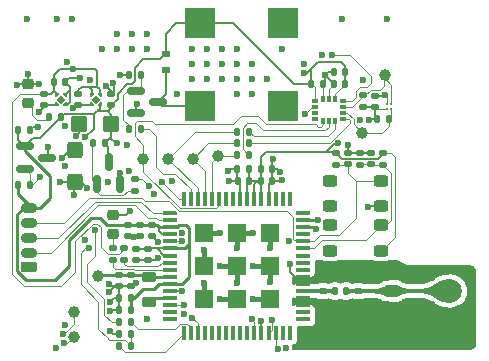
<source format=gbr>
%TF.GenerationSoftware,KiCad,Pcbnew,(6.0.1)*%
%TF.CreationDate,2022-10-07T00:00:45+07:00*%
%TF.ProjectId,rak3172,72616b33-3137-4322-9e6b-696361645f70,rev?*%
%TF.SameCoordinates,Original*%
%TF.FileFunction,Copper,L1,Top*%
%TF.FilePolarity,Positive*%
%FSLAX46Y46*%
G04 Gerber Fmt 4.6, Leading zero omitted, Abs format (unit mm)*
G04 Created by KiCad (PCBNEW (6.0.1)) date 2022-10-07 00:00:45*
%MOMM*%
%LPD*%
G01*
G04 APERTURE LIST*
G04 Aperture macros list*
%AMRoundRect*
0 Rectangle with rounded corners*
0 $1 Rounding radius*
0 $2 $3 $4 $5 $6 $7 $8 $9 X,Y pos of 4 corners*
0 Add a 4 corners polygon primitive as box body*
4,1,4,$2,$3,$4,$5,$6,$7,$8,$9,$2,$3,0*
0 Add four circle primitives for the rounded corners*
1,1,$1+$1,$2,$3*
1,1,$1+$1,$4,$5*
1,1,$1+$1,$6,$7*
1,1,$1+$1,$8,$9*
0 Add four rect primitives between the rounded corners*
20,1,$1+$1,$2,$3,$4,$5,0*
20,1,$1+$1,$4,$5,$6,$7,0*
20,1,$1+$1,$6,$7,$8,$9,0*
20,1,$1+$1,$8,$9,$2,$3,0*%
%AMRotRect*
0 Rectangle, with rotation*
0 The origin of the aperture is its center*
0 $1 length*
0 $2 width*
0 $3 Rotation angle, in degrees counterclockwise*
0 Add horizontal line*
21,1,$1,$2,0,0,$3*%
%AMOutline5P*
0 Free polygon, 5 corners , with rotation*
0 The origin of the aperture is its center*
0 number of corners: always 5*
0 $1 to $10 corner X, Y*
0 $11 Rotation angle, in degrees counterclockwise*
0 create outline with 5 corners*
4,1,5,$1,$2,$3,$4,$5,$6,$7,$8,$9,$10,$1,$2,$11*%
%AMOutline6P*
0 Free polygon, 6 corners , with rotation*
0 The origin of the aperture is its center*
0 number of corners: always 6*
0 $1 to $12 corner X, Y*
0 $13 Rotation angle, in degrees counterclockwise*
0 create outline with 6 corners*
4,1,6,$1,$2,$3,$4,$5,$6,$7,$8,$9,$10,$11,$12,$1,$2,$13*%
%AMOutline7P*
0 Free polygon, 7 corners , with rotation*
0 The origin of the aperture is its center*
0 number of corners: always 7*
0 $1 to $14 corner X, Y*
0 $15 Rotation angle, in degrees counterclockwise*
0 create outline with 7 corners*
4,1,7,$1,$2,$3,$4,$5,$6,$7,$8,$9,$10,$11,$12,$13,$14,$1,$2,$15*%
%AMOutline8P*
0 Free polygon, 8 corners , with rotation*
0 The origin of the aperture is its center*
0 number of corners: always 8*
0 $1 to $16 corner X, Y*
0 $17 Rotation angle, in degrees counterclockwise*
0 create outline with 8 corners*
4,1,8,$1,$2,$3,$4,$5,$6,$7,$8,$9,$10,$11,$12,$13,$14,$15,$16,$1,$2,$17*%
%AMFreePoly0*
4,1,6,0.130000,0.115000,0.130000,-0.115000,-0.130000,-0.115000,-0.130000,0.275000,-0.020000,0.275000,0.130000,0.115000,0.130000,0.115000,$1*%
%AMFreePoly1*
4,1,6,0.130000,-0.115000,-0.130000,-0.115000,-0.130000,0.115000,0.020000,0.275000,0.130000,0.275000,0.130000,-0.115000,0.130000,-0.115000,$1*%
G04 Aperture macros list end*
%TA.AperFunction,SMDPad,CuDef*%
%ADD10R,0.350000X0.580000*%
%TD*%
%TA.AperFunction,SMDPad,CuDef*%
%ADD11R,0.580000X0.350000*%
%TD*%
%TA.AperFunction,ComponentPad*%
%ADD12C,2.000000*%
%TD*%
%TA.AperFunction,SMDPad,CuDef*%
%ADD13RoundRect,0.140000X0.140000X0.170000X-0.140000X0.170000X-0.140000X-0.170000X0.140000X-0.170000X0*%
%TD*%
%TA.AperFunction,SMDPad,CuDef*%
%ADD14C,1.000000*%
%TD*%
%TA.AperFunction,ComponentPad*%
%ADD15RoundRect,0.225000X0.475000X-0.225000X0.475000X0.225000X-0.475000X0.225000X-0.475000X-0.225000X0*%
%TD*%
%TA.AperFunction,ComponentPad*%
%ADD16O,1.400000X0.900000*%
%TD*%
%TA.AperFunction,SMDPad,CuDef*%
%ADD17RoundRect,0.140000X0.170000X-0.140000X0.170000X0.140000X-0.170000X0.140000X-0.170000X-0.140000X0*%
%TD*%
%TA.AperFunction,SMDPad,CuDef*%
%ADD18RoundRect,0.135000X0.135000X0.185000X-0.135000X0.185000X-0.135000X-0.185000X0.135000X-0.185000X0*%
%TD*%
%TA.AperFunction,SMDPad,CuDef*%
%ADD19Outline5P,-0.585000X0.185000X0.474000X0.185000X0.585000X0.074000X0.585000X-0.185000X-0.585000X-0.185000X0.000000*%
%TD*%
%TA.AperFunction,SMDPad,CuDef*%
%ADD20R,1.170000X0.370000*%
%TD*%
%TA.AperFunction,SMDPad,CuDef*%
%ADD21R,0.370000X1.170000*%
%TD*%
%TA.AperFunction,SMDPad,CuDef*%
%ADD22R,1.600000X1.600000*%
%TD*%
%TA.AperFunction,SMDPad,CuDef*%
%ADD23R,0.700000X0.600000*%
%TD*%
%TA.AperFunction,SMDPad,CuDef*%
%ADD24RoundRect,0.135000X0.185000X-0.135000X0.185000X0.135000X-0.185000X0.135000X-0.185000X-0.135000X0*%
%TD*%
%TA.AperFunction,SMDPad,CuDef*%
%ADD25RoundRect,0.140000X-0.140000X-0.170000X0.140000X-0.170000X0.140000X0.170000X-0.140000X0.170000X0*%
%TD*%
%TA.AperFunction,SMDPad,CuDef*%
%ADD26RoundRect,0.140000X-0.170000X0.140000X-0.170000X-0.140000X0.170000X-0.140000X0.170000X0.140000X0*%
%TD*%
%TA.AperFunction,SMDPad,CuDef*%
%ADD27RoundRect,0.135000X-0.135000X-0.185000X0.135000X-0.185000X0.135000X0.185000X-0.135000X0.185000X0*%
%TD*%
%TA.AperFunction,SMDPad,CuDef*%
%ADD28RoundRect,0.218750X-0.256250X0.218750X-0.256250X-0.218750X0.256250X-0.218750X0.256250X0.218750X0*%
%TD*%
%TA.AperFunction,SMDPad,CuDef*%
%ADD29RoundRect,0.150000X-0.587500X-0.150000X0.587500X-0.150000X0.587500X0.150000X-0.587500X0.150000X0*%
%TD*%
%TA.AperFunction,SMDPad,CuDef*%
%ADD30RotRect,0.520000X0.520000X225.000000*%
%TD*%
%TA.AperFunction,SMDPad,CuDef*%
%ADD31FreePoly0,180.000000*%
%TD*%
%TA.AperFunction,SMDPad,CuDef*%
%ADD32FreePoly1,180.000000*%
%TD*%
%TA.AperFunction,SMDPad,CuDef*%
%ADD33FreePoly0,0.000000*%
%TD*%
%TA.AperFunction,SMDPad,CuDef*%
%ADD34FreePoly1,0.000000*%
%TD*%
%TA.AperFunction,SMDPad,CuDef*%
%ADD35RoundRect,0.135000X-0.185000X0.135000X-0.185000X-0.135000X0.185000X-0.135000X0.185000X0.135000X0*%
%TD*%
%TA.AperFunction,SMDPad,CuDef*%
%ADD36C,0.250000*%
%TD*%
%TA.AperFunction,SMDPad,CuDef*%
%ADD37R,2.500000X2.500000*%
%TD*%
%TA.AperFunction,SMDPad,CuDef*%
%ADD38RoundRect,0.147500X-0.147500X-0.172500X0.147500X-0.172500X0.147500X0.172500X-0.147500X0.172500X0*%
%TD*%
%TA.AperFunction,SMDPad,CuDef*%
%ADD39RoundRect,0.250000X-0.425000X0.450000X-0.425000X-0.450000X0.425000X-0.450000X0.425000X0.450000X0*%
%TD*%
%TA.AperFunction,SMDPad,CuDef*%
%ADD40RotRect,0.520000X0.520000X45.000000*%
%TD*%
%TA.AperFunction,SMDPad,CuDef*%
%ADD41RoundRect,0.250000X0.450000X0.425000X-0.450000X0.425000X-0.450000X-0.425000X0.450000X-0.425000X0*%
%TD*%
%TA.AperFunction,SMDPad,CuDef*%
%ADD42RoundRect,0.218750X0.381250X-0.218750X0.381250X0.218750X-0.381250X0.218750X-0.381250X-0.218750X0*%
%TD*%
%TA.AperFunction,SMDPad,CuDef*%
%ADD43R,2.200000X1.050000*%
%TD*%
%TA.AperFunction,SMDPad,CuDef*%
%ADD44R,1.050000X1.000000*%
%TD*%
%TA.AperFunction,SMDPad,CuDef*%
%ADD45RoundRect,0.150000X0.150000X-0.587500X0.150000X0.587500X-0.150000X0.587500X-0.150000X-0.587500X0*%
%TD*%
%TA.AperFunction,SMDPad,CuDef*%
%ADD46RoundRect,0.237500X0.387500X0.237500X-0.387500X0.237500X-0.387500X-0.237500X0.387500X-0.237500X0*%
%TD*%
%TA.AperFunction,ViaPad*%
%ADD47C,0.600000*%
%TD*%
%TA.AperFunction,Conductor*%
%ADD48C,0.101600*%
%TD*%
%TA.AperFunction,Conductor*%
%ADD49C,0.203200*%
%TD*%
%TA.AperFunction,Conductor*%
%ADD50C,0.293370*%
%TD*%
%TA.AperFunction,Conductor*%
%ADD51C,0.177800*%
%TD*%
%TA.AperFunction,Conductor*%
%ADD52C,0.380000*%
%TD*%
%TA.AperFunction,Conductor*%
%ADD53C,0.146050*%
%TD*%
%TA.AperFunction,Conductor*%
%ADD54C,0.406400*%
%TD*%
%TA.AperFunction,Conductor*%
%ADD55C,0.095000*%
%TD*%
G04 APERTURE END LIST*
D10*
%TO.P,U7,14,SDA/SDI/SDIO*%
%TO.N,/IMU_SDI_P*%
X207600000Y-95175000D03*
%TO.P,U7,13,SCL/SPC*%
%TO.N,/IMU_SCK_P*%
X207100000Y-95175000D03*
%TO.P,U7,12,CS*%
%TO.N,IMU_CS*%
X206600000Y-95175000D03*
D11*
%TO.P,U7,11,NC*%
%TO.N,unconnected-(U7-Pad11)*%
X205925000Y-95000000D03*
%TO.P,U7,10,NC*%
%TO.N,unconnected-(U7-Pad10)*%
X205925000Y-94500000D03*
%TO.P,U7,9,INT2*%
%TO.N,IMU_INT2*%
X205925000Y-94000000D03*
%TO.P,U7,8,VDD*%
%TO.N,+3V3*%
X205925000Y-93500000D03*
D10*
%TO.P,U7,7,GND*%
%TO.N,GND*%
X206600000Y-93325000D03*
%TO.P,U7,6,GND*%
X207100000Y-93325000D03*
%TO.P,U7,5,VDDIO*%
%TO.N,+3V3*%
X207600000Y-93325000D03*
D11*
%TO.P,U7,4,INT1*%
%TO.N,IMU_INT1*%
X208275000Y-93500000D03*
%TO.P,U7,3,MSCL*%
%TO.N,/Magneto_SCL*%
X208275000Y-94000000D03*
%TO.P,U7,2,MSDA*%
%TO.N,/Magneto_SDA*%
X208275000Y-94500000D03*
%TO.P,U7,1,SDO/SA0*%
%TO.N,/IMU_SDO_P*%
X208275000Y-95000000D03*
%TD*%
D12*
%TO.P,ANT1,1,A*%
%TO.N,/ANTENNA*%
X217400000Y-109600000D03*
%TD*%
D13*
%TO.P,C19,1*%
%TO.N,+3V3*%
X190330000Y-111200000D03*
%TO.P,C19,2*%
%TO.N,GND*%
X189370000Y-111200000D03*
%TD*%
D14*
%TO.P,TP11,1,1*%
%TO.N,IMU_SDO*%
X195600000Y-98400000D03*
%TD*%
D15*
%TO.P,DEBUG1,1,Pin_1*%
%TO.N,GND*%
X181725000Y-107600000D03*
D16*
%TO.P,DEBUG1,2,Pin_2*%
%TO.N,SWCLK*%
X181725000Y-106350000D03*
%TO.P,DEBUG1,3,Pin_3*%
%TO.N,SWDIO*%
X181725000Y-105100000D03*
%TO.P,DEBUG1,4,Pin_4*%
%TO.N,NRST*%
X181725000Y-103850000D03*
%TO.P,DEBUG1,5,Pin_5*%
%TO.N,+3V3*%
X181725000Y-102600000D03*
%TD*%
D17*
%TO.P,C4,1*%
%TO.N,BOOT0*%
X210700000Y-98880000D03*
%TO.P,C4,2*%
%TO.N,GND*%
X210700000Y-97920000D03*
%TD*%
D18*
%TO.P,R18,1*%
%TO.N,BUZZER*%
X191210000Y-95900000D03*
%TO.P,R18,2*%
%TO.N,Net-(Q2-Pad1)*%
X190190000Y-95900000D03*
%TD*%
D19*
%TO.P,U2,1,SWDIO/A9*%
%TO.N,SWDIO*%
X193650000Y-103000000D03*
D20*
%TO.P,U2,2,SWCLK/A10*%
%TO.N,SWCLK*%
X193650000Y-103600000D03*
%TO.P,U2,3,VDD*%
%TO.N,+3V3*%
X193650000Y-104200000D03*
%TO.P,U2,4,VBAT*%
X193650000Y-104800000D03*
%TO.P,U2,5,PC13/WKUP2*%
%TO.N,CBR_SW*%
X193650000Y-105400000D03*
%TO.P,U2,6,VREF+*%
%TO.N,+3V3*%
X193650000Y-106000000D03*
%TO.P,U2,7,VDDA*%
X193650000Y-106600000D03*
%TO.P,U2,8,PA15/I2C2_SDA/A11*%
%TO.N,/VBAT_SENSE*%
X193650000Y-107200000D03*
%TO.P,U2,9,SPI2_MOSI/PB15*%
%TO.N,LED*%
X193650000Y-107800000D03*
%TO.P,U2,10,VFBSMPS*%
%TO.N,/VFBSMPS*%
X193650000Y-108400000D03*
%TO.P,U2,11,VDDMPS*%
%TO.N,+3V3*%
X193650000Y-109000000D03*
%TO.P,U2,12,GND*%
%TO.N,GND*%
X193650000Y-109600000D03*
%TO.P,U2,13,VLXSMPS*%
%TO.N,/VLXSMPS*%
X193650000Y-110200000D03*
%TO.P,U2,14,PB3/A2/SPI1_SCK/WKUP3*%
%TO.N,IMU_INT2*%
X193650000Y-110800000D03*
%TO.P,U2,15,PB4/A3/SPI1_MISO/A3*%
%TO.N,unconnected-(U2-Pad15)*%
X193650000Y-111400000D03*
%TO.P,U2,16,PB5/SPI1_MOSI*%
%TO.N,unconnected-(U2-Pad16)*%
X193650000Y-112000000D03*
D21*
%TO.P,U2,17,PB6/UART1_TX*%
%TO.N,GPS_RX*%
X194800000Y-113150000D03*
%TO.P,U2,18,PB7/UART1_RX*%
%TO.N,GPS_TX*%
X195400000Y-113150000D03*
%TO.P,U2,19,I2C1_SCL/PB8*%
%TO.N,1PPS*%
X196000000Y-113150000D03*
%TO.P,U2,20,I2C1_SDA/PB9*%
%TO.N,unconnected-(U2-Pad20)*%
X196600000Y-113150000D03*
%TO.P,U2,21,PC0/I2C3_SCL*%
%TO.N,unconnected-(U2-Pad21)*%
X197200000Y-113150000D03*
%TO.P,U2,22,PC1/I2C3_SDA/SPI2_MOSI*%
%TO.N,unconnected-(U2-Pad22)*%
X197800000Y-113150000D03*
%TO.P,U2,23,PC2/SPI2_MISO*%
%TO.N,unconnected-(U2-Pad23)*%
X198400000Y-113150000D03*
%TO.P,U2,24,PC3/SPI2_MOSI*%
%TO.N,unconnected-(U2-Pad24)*%
X199000000Y-113150000D03*
%TO.P,U2,25,PC4*%
%TO.N,unconnected-(U2-Pad25)*%
X199600000Y-113150000D03*
%TO.P,U2,26,PC5*%
%TO.N,unconnected-(U2-Pad26)*%
X200200000Y-113150000D03*
%TO.P,U2,27,PC6*%
%TO.N,IMU_INT1*%
X200800000Y-113150000D03*
%TO.P,U2,28,GND*%
%TO.N,GND*%
X201400000Y-113150000D03*
%TO.P,U2,29,PA2/UART2_TX*%
%TO.N,Net-(TP2-Pad1)*%
X202000000Y-113150000D03*
%TO.P,U2,30,PA3/UART2_RX*%
%TO.N,Net-(TP1-Pad1)*%
X202600000Y-113150000D03*
%TO.P,U2,31,PA4/SPI1_NSS*%
%TO.N,unconnected-(U2-Pad31)*%
X203200000Y-113150000D03*
%TO.P,U2,32,PA5/SPI1_SCK*%
%TO.N,unconnected-(U2-Pad32)*%
X203800000Y-113150000D03*
D20*
%TO.P,U2,33,PA6/SPI1_MISO*%
%TO.N,unconnected-(U2-Pad33)*%
X204950000Y-112000000D03*
%TO.P,U2,34,PA7/SPI1_MOSI*%
%TO.N,unconnected-(U2-Pad34)*%
X204950000Y-111400000D03*
%TO.P,U2,35,GND*%
%TO.N,GND*%
X204950000Y-110800000D03*
%TO.P,U2,36,GND*%
X204950000Y-110200000D03*
%TO.P,U2,37,RF*%
%TO.N,/RF*%
X204950000Y-109600000D03*
%TO.P,U2,38,GND*%
%TO.N,GND*%
X204950000Y-109000000D03*
%TO.P,U2,39,GND*%
X204950000Y-108400000D03*
%TO.P,U2,40,NC*%
%TO.N,unconnected-(U2-Pad40)*%
X204950000Y-107800000D03*
%TO.P,U2,41,NC*%
%TO.N,unconnected-(U2-Pad41)*%
X204950000Y-107200000D03*
%TO.P,U2,42,NC*%
%TO.N,unconnected-(U2-Pad42)*%
X204950000Y-106600000D03*
%TO.P,U2,43,BOOT0*%
%TO.N,BOOT0*%
X204950000Y-106000000D03*
%TO.P,U2,44,NRST*%
%TO.N,NRST*%
X204950000Y-105400000D03*
%TO.P,U2,45,NC*%
%TO.N,unconnected-(U2-Pad45)*%
X204950000Y-104800000D03*
%TO.P,U2,46,GND*%
%TO.N,GND*%
X204950000Y-104200000D03*
%TO.P,U2,47,GND*%
X204950000Y-103600000D03*
%TO.P,U2,48,I2C3_SDA/PB11*%
%TO.N,unconnected-(U2-Pad48)*%
X204950000Y-103000000D03*
D21*
%TO.P,U2,49,I2C3_SCL/PB10*%
%TO.N,unconnected-(U2-Pad49)*%
X203800000Y-101850000D03*
%TO.P,U2,50,PA9/I2C1_SCL*%
%TO.N,unconnected-(U2-Pad50)*%
X203200000Y-101850000D03*
%TO.P,U2,51,PA8/SPI2_SCK*%
%TO.N,unconnected-(U2-Pad51)*%
X202600000Y-101850000D03*
%TO.P,U2,52,GND*%
%TO.N,GND*%
X202000000Y-101850000D03*
%TO.P,U2,53,VDD_RFPA*%
%TO.N,+3V3*%
X201400000Y-101850000D03*
%TO.P,U2,54,VDD_RF*%
X200800000Y-101850000D03*
%TO.P,U2,55,VDD*%
X200200000Y-101850000D03*
%TO.P,U2,56,GND*%
%TO.N,GND*%
X199600000Y-101850000D03*
%TO.P,U2,57,PB1/A5*%
%TO.N,unconnected-(U2-Pad57)*%
X199000000Y-101850000D03*
%TO.P,U2,58,PB2/SPI1_NSS/A4*%
%TO.N,unconnected-(U2-Pad58)*%
X198400000Y-101850000D03*
%TO.P,U2,59,SPI2_NSS/PB12*%
%TO.N,IMU_CS*%
X197800000Y-101850000D03*
%TO.P,U2,60,A0/SPI2_SCK/PB13*%
%TO.N,IMU_SCK*%
X197200000Y-101850000D03*
%TO.P,U2,61,A1/SPI2_MISO/PB14*%
%TO.N,IMU_SDO*%
X196600000Y-101850000D03*
%TO.P,U2,62,PA10/SPI2_MOSI*%
%TO.N,IMU_SDI*%
X196000000Y-101850000D03*
%TO.P,U2,63,PA11/I2C2_SDA/A7*%
%TO.N,BUZZER*%
X195400000Y-101850000D03*
%TO.P,U2,64,PA12/I2C2_SCL/A8*%
%TO.N,Gate_GPS*%
X194800000Y-101850000D03*
D22*
%TO.P,U2,65,GND*%
%TO.N,GND*%
X196500000Y-104700000D03*
%TO.P,U2,66,GND*%
X199300000Y-104700000D03*
%TO.P,U2,67,GND*%
X202100000Y-104700000D03*
%TO.P,U2,68,GND*%
X196500000Y-107500000D03*
%TO.P,U2,69,GND*%
X199300000Y-107500000D03*
%TO.P,U2,70,GND*%
X202100000Y-107500000D03*
%TO.P,U2,71,GND*%
X196500000Y-110300000D03*
%TO.P,U2,72,GND*%
X199300000Y-110300000D03*
%TO.P,U2,73,GND*%
X202100000Y-110300000D03*
%TD*%
D23*
%TO.P,D3,1,K*%
%TO.N,+3V3*%
X193300000Y-89500000D03*
%TO.P,D3,2,A*%
%TO.N,/BUZZER-*%
X193300000Y-90900000D03*
%TD*%
D24*
%TO.P,R15,1*%
%TO.N,+3V3*%
X210000000Y-94060000D03*
%TO.P,R15,2*%
%TO.N,/Magneto_SCL*%
X210000000Y-93040000D03*
%TD*%
D25*
%TO.P,C21,2*%
%TO.N,GND*%
X181780000Y-96000000D03*
%TO.P,C21,1*%
%TO.N,+3V3*%
X180820000Y-96000000D03*
%TD*%
D26*
%TO.P,C13,1*%
%TO.N,/VFBSMPS*%
X189350000Y-108220000D03*
%TO.P,C13,2*%
%TO.N,GND*%
X189350000Y-109180000D03*
%TD*%
D25*
%TO.P,C30,1*%
%TO.N,+3V3*%
X205620000Y-92050000D03*
%TO.P,C30,2*%
%TO.N,GND*%
X206580000Y-92050000D03*
%TD*%
D14*
%TO.P,TP6,1,1*%
%TO.N,/Magneto_SDA*%
X209925000Y-96200000D03*
%TD*%
D27*
%TO.P,R17,1*%
%TO.N,/Q2_G*%
X187140000Y-97100000D03*
%TO.P,R17,2*%
%TO.N,+3V3*%
X188160000Y-97100000D03*
%TD*%
D24*
%TO.P,R6,1*%
%TO.N,LED*%
X188800000Y-107010000D03*
%TO.P,R6,2*%
%TO.N,Net-(D2-Pad2)*%
X188800000Y-105990000D03*
%TD*%
D26*
%TO.P,C11,1*%
%TO.N,+3V3*%
X190800000Y-106020000D03*
%TO.P,C11,2*%
%TO.N,GND*%
X190800000Y-106980000D03*
%TD*%
D28*
%TO.P,D1,2,A*%
%TO.N,Net-(D1-Pad2)*%
X181600000Y-93687500D03*
%TO.P,D1,1,K*%
%TO.N,GND*%
X181600000Y-92112500D03*
%TD*%
D26*
%TO.P,C7,2*%
%TO.N,GND*%
X185900000Y-93880000D03*
%TO.P,C7,1*%
%TO.N,+BATT*%
X185900000Y-92920000D03*
%TD*%
D29*
%TO.P,U4,3,GND*%
%TO.N,GND*%
X183237500Y-98300000D03*
%TO.P,U4,2,OUTPUT*%
%TO.N,CBR_SW*%
X181362500Y-99250000D03*
%TO.P,U4,1,VCC*%
%TO.N,+3V3*%
X181362500Y-97350000D03*
%TD*%
D30*
%TO.P,U3,5,NC*%
%TO.N,unconnected-(U3-Pad5)*%
X187400000Y-93400000D03*
D31*
%TO.P,U3,4,VIN*%
%TO.N,+BATT*%
X187725000Y-92915000D03*
D32*
%TO.P,U3,3,EN*%
X187075000Y-92915000D03*
D33*
%TO.P,U3,2,GND*%
%TO.N,GND*%
X187075000Y-93885000D03*
D34*
%TO.P,U3,1,VOUT*%
%TO.N,+3V3*%
X187725000Y-93885000D03*
%TD*%
D18*
%TO.P,R19,1*%
%TO.N,Net-(Q2-Pad1)*%
X191200000Y-91300000D03*
%TO.P,R19,2*%
%TO.N,GND*%
X190180000Y-91300000D03*
%TD*%
D35*
%TO.P,R3,1*%
%TO.N,+BATT*%
X189800000Y-105990000D03*
%TO.P,R3,2*%
%TO.N,/VBAT_SENSE*%
X189800000Y-107010000D03*
%TD*%
D18*
%TO.P,R8,1*%
%TO.N,GPS_TX*%
X190360000Y-112250000D03*
%TO.P,R8,2*%
%TO.N,/p_GPS_TX*%
X189340000Y-112250000D03*
%TD*%
D25*
%TO.P,C22,2*%
%TO.N,GND*%
X202330000Y-99250000D03*
%TO.P,C22,1*%
%TO.N,+3V3*%
X201370000Y-99250000D03*
%TD*%
D27*
%TO.P,R9,1*%
%TO.N,GPS_RX*%
X189340000Y-114250000D03*
%TO.P,R9,2*%
%TO.N,/p_GPS_RX*%
X190360000Y-114250000D03*
%TD*%
D14*
%TO.P,TP8,1,1*%
%TO.N,IMU_CS*%
X191400000Y-98400000D03*
%TD*%
D27*
%TO.P,R14,1*%
%TO.N,IMU_SDO*%
X199340000Y-97100000D03*
%TO.P,R14,2*%
%TO.N,/IMU_SDO_P*%
X200360000Y-97100000D03*
%TD*%
%TO.P,R12,1*%
%TO.N,IMU_SCK*%
X199340000Y-98100000D03*
%TO.P,R12,2*%
%TO.N,/IMU_SCK_P*%
X200360000Y-98100000D03*
%TD*%
D36*
%TO.P,U5,A1,GND*%
%TO.N,GND*%
X212000000Y-93750000D03*
%TO.P,U5,A2,SCL*%
%TO.N,/Magneto_SCL*%
X212400000Y-93750000D03*
%TO.P,U5,B1,VDD*%
%TO.N,+3V3*%
X212000000Y-94150000D03*
%TO.P,U5,B2,SDA*%
%TO.N,/Magneto_SDA*%
X212400000Y-94150000D03*
%TD*%
D37*
%TO.P,BZ1,1,-*%
%TO.N,+3V3*%
X196200000Y-86900000D03*
%TO.P,BZ1,2,+*%
%TO.N,/BUZZER-*%
X196200000Y-93900000D03*
%TO.P,BZ1,3*%
%TO.N,N/C*%
X203200000Y-93900000D03*
%TO.P,BZ1,4*%
X203200000Y-86900000D03*
%TD*%
D26*
%TO.P,C14,1*%
%TO.N,+3V3*%
X190100000Y-104020000D03*
%TO.P,C14,2*%
%TO.N,GND*%
X190100000Y-104980000D03*
%TD*%
D38*
%TO.P,L1,1,1*%
%TO.N,/RF*%
X207615000Y-109600000D03*
%TO.P,L1,2,2*%
%TO.N,/ANTENNA*%
X208585000Y-109600000D03*
%TD*%
D14*
%TO.P,TP7,1,1*%
%TO.N,/Magneto_SCL*%
X211900000Y-91300000D03*
%TD*%
%TO.P,TP5,1,1*%
%TO.N,/VFBSMPS*%
X187600000Y-108300000D03*
%TD*%
D39*
%TO.P,C32,1*%
%TO.N,/GPS_VDD*%
X185600000Y-97650000D03*
%TO.P,C32,2*%
%TO.N,GND*%
X185600000Y-100350000D03*
%TD*%
D35*
%TO.P,R1,1*%
%TO.N,+3V3*%
X211700000Y-97890000D03*
%TO.P,R1,2*%
%TO.N,BOOT0*%
X211700000Y-98910000D03*
%TD*%
D17*
%TO.P,C12,1*%
%TO.N,+3V3*%
X188700000Y-93880000D03*
%TO.P,C12,2*%
%TO.N,GND*%
X188700000Y-92920000D03*
%TD*%
D35*
%TO.P,R4,1*%
%TO.N,+3V3*%
X207700000Y-97890000D03*
%TO.P,R4,2*%
%TO.N,NRST*%
X207700000Y-98910000D03*
%TD*%
D13*
%TO.P,C33,1*%
%TO.N,+3V3*%
X208480000Y-91050000D03*
%TO.P,C33,2*%
%TO.N,GND*%
X207520000Y-91050000D03*
%TD*%
D27*
%TO.P,R7,2*%
%TO.N,CBR_SW*%
X181810000Y-100600000D03*
%TO.P,R7,1*%
%TO.N,+3V3*%
X180790000Y-100600000D03*
%TD*%
D40*
%TO.P,U1,5,NC*%
%TO.N,unconnected-(U1-Pad5)*%
X184400000Y-93400000D03*
D33*
%TO.P,U1,4,VM*%
%TO.N,GND*%
X184075000Y-93885000D03*
D34*
%TO.P,U1,3,VSS*%
%TO.N,-BATT*%
X184725000Y-93885000D03*
D31*
%TO.P,U1,2,VSS*%
X184725000Y-92915000D03*
D32*
%TO.P,U1,1,VDD*%
%TO.N,+BATT*%
X184075000Y-92915000D03*
%TD*%
D41*
%TO.P,C17,2*%
%TO.N,GND*%
X185950000Y-95500000D03*
%TO.P,C17,1*%
%TO.N,+3V3*%
X188650000Y-95500000D03*
%TD*%
D42*
%TO.P,L2,1,1*%
%TO.N,/VLXSMPS*%
X191850000Y-110562500D03*
%TO.P,L2,2,2*%
%TO.N,/VFBSMPS*%
X191850000Y-108437500D03*
%TD*%
D27*
%TO.P,R10,1*%
%TO.N,GND*%
X189340000Y-113250000D03*
%TO.P,R10,2*%
%TO.N,/p_GPS_RX*%
X190360000Y-113250000D03*
%TD*%
D13*
%TO.P,C24,2*%
%TO.N,GND*%
X199390000Y-100250000D03*
%TO.P,C24,1*%
%TO.N,+3V3*%
X200350000Y-100250000D03*
%TD*%
D27*
%TO.P,R13,1*%
%TO.N,IMU_SDI*%
X199340000Y-96100000D03*
%TO.P,R13,2*%
%TO.N,/IMU_SDI_P*%
X200360000Y-96100000D03*
%TD*%
D18*
%TO.P,R5,1*%
%TO.N,+3V3*%
X184410000Y-94900000D03*
%TO.P,R5,2*%
%TO.N,Net-(D1-Pad2)*%
X183390000Y-94900000D03*
%TD*%
D17*
%TO.P,C6,1*%
%TO.N,NRST*%
X208700000Y-98880000D03*
%TO.P,C6,2*%
%TO.N,GND*%
X208700000Y-97920000D03*
%TD*%
D29*
%TO.P,Q2,1,G*%
%TO.N,Net-(Q2-Pad1)*%
X190762500Y-92650000D03*
%TO.P,Q2,2,S*%
%TO.N,GND*%
X190762500Y-94550000D03*
%TO.P,Q2,3,D*%
%TO.N,/BUZZER-*%
X192637500Y-93600000D03*
%TD*%
D14*
%TO.P,TP10,1,1*%
%TO.N,IMU_SDI*%
X193500000Y-98400000D03*
%TD*%
D17*
%TO.P,C26,1*%
%TO.N,+3V3*%
X211000000Y-94030000D03*
%TO.P,C26,2*%
%TO.N,GND*%
X211000000Y-93070000D03*
%TD*%
D26*
%TO.P,C10,1*%
%TO.N,+3V3*%
X191100000Y-104020000D03*
%TO.P,C10,2*%
%TO.N,GND*%
X191100000Y-104980000D03*
%TD*%
%TO.P,C2,1*%
%TO.N,/RF*%
X206600000Y-109620000D03*
%TO.P,C2,2*%
%TO.N,GND*%
X206600000Y-110580000D03*
%TD*%
D14*
%TO.P,TP9,1,1*%
%TO.N,IMU_SCK*%
X197700000Y-98200000D03*
%TD*%
D13*
%TO.P,C31,1*%
%TO.N,+3V3*%
X208480000Y-92050000D03*
%TO.P,C31,2*%
%TO.N,GND*%
X207520000Y-92050000D03*
%TD*%
D43*
%TO.P,ANT2,2,GND*%
%TO.N,GND*%
X213975000Y-108125000D03*
X213975000Y-111075000D03*
D44*
%TO.P,ANT2,1,A*%
%TO.N,/ANTENNA*%
X212450000Y-109600000D03*
%TD*%
D26*
%TO.P,C9,1*%
%TO.N,+3V3*%
X191800000Y-106020000D03*
%TO.P,C9,2*%
%TO.N,GND*%
X191800000Y-106980000D03*
%TD*%
D13*
%TO.P,C23,1*%
%TO.N,+3V3*%
X200330000Y-99250000D03*
%TO.P,C23,2*%
%TO.N,GND*%
X199370000Y-99250000D03*
%TD*%
D45*
%TO.P,Q1,1,G*%
%TO.N,/Q2_G*%
X187500000Y-100537500D03*
%TO.P,Q1,2,D*%
%TO.N,/GPS_VDD*%
X189400000Y-100537500D03*
%TO.P,Q1,3,S*%
%TO.N,+3V3*%
X188450000Y-98662500D03*
%TD*%
D14*
%TO.P,TP2,1,1*%
%TO.N,Net-(TP2-Pad1)*%
X185500000Y-111400000D03*
%TD*%
D28*
%TO.P,D2,1,K*%
%TO.N,GND*%
X188800000Y-103162500D03*
%TO.P,D2,2,A*%
%TO.N,Net-(D2-Pad2)*%
X188800000Y-104737500D03*
%TD*%
D25*
%TO.P,C3,1*%
%TO.N,+BATT*%
X183820000Y-91900000D03*
%TO.P,C3,2*%
%TO.N,-BATT*%
X184780000Y-91900000D03*
%TD*%
D26*
%TO.P,C8,1*%
%TO.N,+3V3*%
X192100000Y-104020000D03*
%TO.P,C8,2*%
%TO.N,GND*%
X192100000Y-104980000D03*
%TD*%
D46*
%TO.P,SW2,1,1*%
%TO.N,+3V3*%
X211535232Y-106175000D03*
%TO.P,SW2,2*%
%TO.N,N/C*%
X207185232Y-106175000D03*
%TO.P,SW2,3,3*%
%TO.N,BOOT0*%
X211535232Y-104025000D03*
%TO.P,SW2,4*%
%TO.N,N/C*%
X207185232Y-104025000D03*
%TD*%
D25*
%TO.P,C20,1*%
%TO.N,+3V3*%
X201370000Y-100250000D03*
%TO.P,C20,2*%
%TO.N,GND*%
X202330000Y-100250000D03*
%TD*%
D26*
%TO.P,C1,1*%
%TO.N,/ANTENNA*%
X209600000Y-109620000D03*
%TO.P,C1,2*%
%TO.N,GND*%
X209600000Y-110580000D03*
%TD*%
D35*
%TO.P,R16,1*%
%TO.N,Gate_GPS*%
X190700000Y-100090000D03*
%TO.P,R16,2*%
%TO.N,/Q2_G*%
X190700000Y-101110000D03*
%TD*%
D24*
%TO.P,R2,1*%
%TO.N,BOOT0*%
X209700000Y-98910000D03*
%TO.P,R2,2*%
%TO.N,GND*%
X209700000Y-97890000D03*
%TD*%
D46*
%TO.P,SW1,1,1*%
%TO.N,GND*%
X211535232Y-102400000D03*
%TO.P,SW1,2*%
%TO.N,N/C*%
X207185232Y-102400000D03*
%TO.P,SW1,3,3*%
%TO.N,NRST*%
X211535232Y-100250000D03*
%TO.P,SW1,4*%
%TO.N,N/C*%
X207185232Y-100250000D03*
%TD*%
D14*
%TO.P,TP1,1,1*%
%TO.N,Net-(TP1-Pad1)*%
X185500000Y-113500000D03*
%TD*%
D26*
%TO.P,C5,2*%
%TO.N,GND*%
X183000000Y-93880000D03*
%TO.P,C5,1*%
%TO.N,+BATT*%
X183000000Y-92920000D03*
%TD*%
%TO.P,C16,1*%
%TO.N,/VFBSMPS*%
X190350000Y-108220000D03*
%TO.P,C16,2*%
%TO.N,GND*%
X190350000Y-109180000D03*
%TD*%
D27*
%TO.P,R11,1*%
%TO.N,+3V3*%
X211190000Y-95050000D03*
%TO.P,R11,2*%
%TO.N,/Magneto_SDA*%
X212210000Y-95050000D03*
%TD*%
D13*
%TO.P,C18,1*%
%TO.N,+3V3*%
X190330000Y-110200000D03*
%TO.P,C18,2*%
%TO.N,GND*%
X189370000Y-110200000D03*
%TD*%
D47*
%TO.N,GND*%
X218370000Y-113210000D03*
X217100000Y-113210000D03*
X215830000Y-113210000D03*
X214560000Y-113210000D03*
X213290000Y-113210000D03*
X212020000Y-113210000D03*
X212020000Y-86540000D03*
X210750000Y-113210000D03*
X209480000Y-113210000D03*
X208210000Y-113210000D03*
X208210000Y-86540000D03*
X206940000Y-113210000D03*
X205670000Y-113210000D03*
X203130000Y-89080000D03*
X201860000Y-91620000D03*
X200590000Y-92890000D03*
X200590000Y-91620000D03*
X200590000Y-90350000D03*
X199320000Y-92890000D03*
X199320000Y-91620000D03*
X199320000Y-90350000D03*
X199320000Y-89080000D03*
X198050000Y-91620000D03*
X198050000Y-90350000D03*
X198050000Y-89080000D03*
X196780000Y-91620000D03*
X196780000Y-90350000D03*
X196780000Y-89080000D03*
X195510000Y-91620000D03*
X195510000Y-90350000D03*
X195510000Y-89080000D03*
X194240000Y-92890000D03*
X191700000Y-111940000D03*
X191700000Y-89080000D03*
X191700000Y-87810000D03*
X190430000Y-89080000D03*
X190430000Y-87810000D03*
X189160000Y-89080000D03*
X189160000Y-87810000D03*
X187890000Y-89080000D03*
X185350000Y-86540000D03*
X184080000Y-86540000D03*
X181540000Y-86540000D03*
X219150000Y-108840000D03*
X218200000Y-108000000D03*
X219020000Y-110100000D03*
X218200000Y-111070000D03*
X216940000Y-107890000D03*
X215820000Y-108500000D03*
X216940000Y-111280000D03*
X210740000Y-108500000D03*
X212010000Y-108500000D03*
X208200000Y-108500000D03*
X209470000Y-108500000D03*
X206930000Y-108500000D03*
X208200000Y-110670000D03*
X210740000Y-110670000D03*
X214550000Y-110670000D03*
X213300000Y-108500000D03*
X214570000Y-108500000D03*
X215820000Y-110670000D03*
X213280000Y-110670000D03*
X212010000Y-110670000D03*
X209470000Y-110670000D03*
X206930000Y-110670000D03*
X182500000Y-95700000D03*
X184960000Y-90190000D03*
X186840000Y-91750000D03*
%TO.N,+BATT*%
X185460000Y-90770000D03*
%TO.N,-BATT*%
X186070000Y-91550000D03*
%TO.N,GND*%
X204975000Y-90375000D03*
%TO.N,+3V3*%
X205000000Y-91125000D03*
%TO.N,GND*%
X206550000Y-89625000D03*
X210025000Y-91775000D03*
%TO.N,IMU_INT1*%
X207350000Y-89625000D03*
%TO.N,+3V3*%
X210500000Y-95100000D03*
X207900000Y-97100000D03*
X189200000Y-97100000D03*
X186500000Y-96600000D03*
%TO.N,GND*%
X203800000Y-107300000D03*
X185720000Y-96470000D03*
X190800000Y-108900000D03*
X186500000Y-105300000D03*
X188500000Y-109700000D03*
X206150000Y-103600000D03*
X196500000Y-106100000D03*
X197900000Y-104700000D03*
X192300000Y-101400000D03*
X188600000Y-113000000D03*
X183300000Y-97400000D03*
X206780000Y-91300000D03*
X193800000Y-100300000D03*
X192620000Y-105490000D03*
X206000000Y-104350000D03*
X202100000Y-106000000D03*
X186670000Y-100900000D03*
X188400000Y-100400000D03*
X185540000Y-101510000D03*
X190830000Y-93760000D03*
X180660000Y-92150000D03*
X188855730Y-91949240D03*
X181630000Y-91210000D03*
X201400000Y-112170000D03*
X184360000Y-100390000D03*
X198630000Y-100250000D03*
X184730000Y-112460000D03*
X209700000Y-95100000D03*
X202350000Y-98440000D03*
X190620000Y-105000000D03*
X203510000Y-114460000D03*
X203000000Y-99500000D03*
X184750000Y-95610000D03*
X200700000Y-104700000D03*
X198560000Y-99450000D03*
X199300000Y-106000000D03*
X210400000Y-102500000D03*
X200700000Y-110300000D03*
X185420000Y-94120000D03*
X190000000Y-97200000D03*
X190200000Y-99400000D03*
X189400000Y-91300000D03*
X208700000Y-97200000D03*
X197900000Y-110300000D03*
X192610000Y-106830000D03*
X194800000Y-111550000D03*
X211900000Y-93000000D03*
X182540000Y-92050000D03*
X184018273Y-114409609D03*
X203100000Y-100200000D03*
X200700000Y-107500000D03*
X196500000Y-108900000D03*
X199300000Y-108900000D03*
X194650000Y-104650000D03*
X197900000Y-107500000D03*
X188210000Y-92230000D03*
X190300000Y-102800000D03*
X202100000Y-108800000D03*
X184800000Y-99000000D03*
X188600000Y-111300000D03*
X194670000Y-109600000D03*
X188500000Y-109000000D03*
X182560000Y-94470000D03*
X203700000Y-105400000D03*
X188600000Y-110500000D03*
%TO.N,/GPS_VDD*%
X189400000Y-99600000D03*
X184500000Y-98300000D03*
%TO.N,CBR_SW*%
X182610000Y-99970000D03*
X194700000Y-105400000D03*
%TO.N,/p_GPS_TX*%
X187300000Y-104400000D03*
%TO.N,/p_GPS_RX*%
X186800000Y-106000000D03*
%TO.N,Gate_GPS*%
X193000000Y-100400000D03*
X191900000Y-100700000D03*
%TO.N,Net-(TP1-Pad1)*%
X184640000Y-114030000D03*
X202780000Y-114470000D03*
%TO.N,Net-(TP2-Pad1)*%
X202250000Y-112050000D03*
X184580000Y-113230000D03*
%TO.N,IMU_INT2*%
X205050000Y-94650000D03*
X194800000Y-110800000D03*
%TO.N,1PPS*%
X195550000Y-111850000D03*
%TO.N,IMU_INT1*%
X200600000Y-112000000D03*
%TD*%
D48*
%TO.N,IMU_SCK*%
X199240000Y-98200000D02*
X199340000Y-98100000D01*
X197700000Y-98200000D02*
X199240000Y-98200000D01*
X197200001Y-98699999D02*
X197700000Y-98200000D01*
X197200000Y-101850000D02*
X197200001Y-98699999D01*
D49*
%TO.N,GND*%
X183300000Y-98237500D02*
X183237500Y-98300000D01*
X183300000Y-97400000D02*
X183300000Y-98237500D01*
X182080000Y-95700000D02*
X181780000Y-96000000D01*
X182500000Y-95700000D02*
X182080000Y-95700000D01*
D48*
%TO.N,CBR_SW*%
X181980000Y-100600000D02*
X182610000Y-99970000D01*
X181810000Y-100600000D02*
X181980000Y-100600000D01*
X181810000Y-99697500D02*
X181810000Y-100600000D01*
X181362500Y-99250000D02*
X181810000Y-99697500D01*
D50*
%TO.N,+3V3*%
X180790000Y-101390000D02*
X180790000Y-100600000D01*
X181725000Y-102325000D02*
X180790000Y-101390000D01*
X181725000Y-102600000D02*
X181725000Y-102325000D01*
X183480000Y-99880000D02*
X181362500Y-97762500D01*
X183480000Y-101760000D02*
X183480000Y-99880000D01*
X182640000Y-102600000D02*
X183480000Y-101760000D01*
X181725000Y-102600000D02*
X182640000Y-102600000D01*
X181362500Y-97762500D02*
X181362500Y-97350000D01*
D51*
X180820000Y-96807500D02*
X181362500Y-97350000D01*
X180820000Y-96000000D02*
X180820000Y-96807500D01*
D49*
X182062500Y-96650000D02*
X181362500Y-97350000D01*
X182660000Y-96650000D02*
X182062500Y-96650000D01*
%TO.N,+BATT*%
X187290000Y-90770000D02*
X185460000Y-90770000D01*
X187500000Y-90980000D02*
X187290000Y-90770000D01*
X187500000Y-92300000D02*
X187500000Y-90980000D01*
%TO.N,GND*%
X211000000Y-93070000D02*
X211830000Y-93070000D01*
X211830000Y-93070000D02*
X211900000Y-93000000D01*
%TO.N,+BATT*%
X183820000Y-91330000D02*
X183820000Y-91900000D01*
X184380000Y-90770000D02*
X183820000Y-91330000D01*
X185460000Y-90770000D02*
X184380000Y-90770000D01*
%TO.N,-BATT*%
X186070000Y-91550000D02*
X185130000Y-91550000D01*
X185130000Y-91550000D02*
X184780000Y-91900000D01*
%TO.N,+3V3*%
X205275000Y-91125000D02*
X205600000Y-90800000D01*
X205000000Y-91125000D02*
X205275000Y-91125000D01*
D48*
%TO.N,IMU_INT1*%
X208925000Y-89625000D02*
X207350000Y-89625000D01*
X210675000Y-91375000D02*
X208925000Y-89625000D01*
X210675000Y-92025000D02*
X210675000Y-91375000D01*
X210375000Y-92325000D02*
X210675000Y-92025000D01*
X209700000Y-92325000D02*
X210375000Y-92325000D01*
X209375000Y-92650000D02*
X209700000Y-92325000D01*
X209375000Y-93150000D02*
X209375000Y-92650000D01*
X209025000Y-93500000D02*
X209375000Y-93150000D01*
X208275000Y-93500000D02*
X209025000Y-93500000D01*
%TO.N,/Magneto_SCL*%
X211750000Y-92207106D02*
X211750000Y-91500000D01*
X211407106Y-92550000D02*
X211750000Y-92207106D01*
X210160000Y-93040000D02*
X210650000Y-92550000D01*
X210650000Y-92550000D02*
X211407106Y-92550000D01*
X210000000Y-93040000D02*
X210160000Y-93040000D01*
%TO.N,/IMU_SDO_P*%
X208900000Y-95100000D02*
X208800000Y-95000000D01*
X208900000Y-95400000D02*
X208900000Y-95100000D01*
X207200000Y-97100000D02*
X208900000Y-95400000D01*
X208800000Y-95000000D02*
X208275000Y-95000000D01*
%TO.N,/Magneto_SDA*%
X209200000Y-95475000D02*
X209925000Y-96200000D01*
X209200000Y-95033400D02*
X209200000Y-95475000D01*
X208666600Y-94500000D02*
X209200000Y-95033400D01*
X208275000Y-94500000D02*
X208666600Y-94500000D01*
D49*
%TO.N,+3V3*%
X210550000Y-95050000D02*
X210500000Y-95100000D01*
X211190000Y-95050000D02*
X210550000Y-95050000D01*
X207600000Y-97100000D02*
X207900000Y-97100000D01*
X206900000Y-97800000D02*
X207600000Y-97100000D01*
X206900000Y-97800000D02*
X207610000Y-97800000D01*
X201800000Y-97800000D02*
X206900000Y-97800000D01*
%TO.N,GND*%
X208730000Y-97890000D02*
X208700000Y-97920000D01*
X209700000Y-97890000D02*
X208730000Y-97890000D01*
X209730000Y-97920000D02*
X209700000Y-97890000D01*
X210700000Y-97920000D02*
X209730000Y-97920000D01*
D48*
%TO.N,/Magneto_SCL*%
X212400000Y-92150000D02*
X212400000Y-93750000D01*
X211750000Y-91500000D02*
X212400000Y-92150000D01*
X210000000Y-93040000D02*
X210210000Y-93040000D01*
%TO.N,+3V3*%
X211120000Y-94150000D02*
X211000000Y-94030000D01*
X212000000Y-94150000D02*
X211120000Y-94150000D01*
%TO.N,/Magneto_SCL*%
X210000000Y-93100000D02*
X210000000Y-93040000D01*
X209100000Y-94000000D02*
X210000000Y-93100000D01*
D49*
%TO.N,+3V3*%
X211000000Y-94860000D02*
X211190000Y-95050000D01*
X211000000Y-94030000D02*
X211000000Y-94860000D01*
X210970000Y-94060000D02*
X211000000Y-94030000D01*
X210000000Y-94060000D02*
X210970000Y-94060000D01*
D52*
%TO.N,/ANTENNA*%
X212450000Y-109600000D02*
X217800000Y-109600000D01*
X209600000Y-109620000D02*
X212430000Y-109620000D01*
X208585000Y-109600000D02*
X209580000Y-109600000D01*
D49*
%TO.N,+BATT*%
X183000000Y-92920000D02*
X183560000Y-92920000D01*
D48*
X180980000Y-92920000D02*
X183000000Y-92920000D01*
X189800000Y-105990000D02*
X189800000Y-106000000D01*
X188400000Y-106500000D02*
X187800000Y-105900000D01*
X185600000Y-105400000D02*
X185600000Y-108000000D01*
X187800000Y-104200000D02*
X187500000Y-103900000D01*
X187500000Y-103900000D02*
X187100000Y-103900000D01*
D49*
X185900000Y-92600000D02*
X185900000Y-92920000D01*
D48*
X181300000Y-109200000D02*
X180300000Y-108200000D01*
D49*
X187075000Y-92915000D02*
X187075000Y-92575000D01*
X187725000Y-92525000D02*
X187500000Y-92300000D01*
X183560000Y-92920000D02*
X183820000Y-92660000D01*
X187075000Y-92575000D02*
X186800000Y-92300000D01*
X183820000Y-92660000D02*
X184075000Y-92915000D01*
X187725000Y-92915000D02*
X187725000Y-92525000D01*
D48*
X189800000Y-106000000D02*
X189300000Y-106500000D01*
X187800000Y-105900000D02*
X187800000Y-104200000D01*
X185600000Y-108000000D02*
X184400000Y-109200000D01*
D49*
X186800000Y-92300000D02*
X186200000Y-92300000D01*
X183820000Y-91900000D02*
X183820000Y-92660000D01*
D48*
X189300000Y-106500000D02*
X188400000Y-106500000D01*
X187100000Y-103900000D02*
X185600000Y-105400000D01*
X184400000Y-109200000D02*
X181300000Y-109200000D01*
D49*
X186200000Y-92300000D02*
X185900000Y-92600000D01*
D48*
X180300000Y-108200000D02*
X180300000Y-93600000D01*
D49*
X187500000Y-92300000D02*
X186800000Y-92300000D01*
D48*
X180300000Y-93600000D02*
X180980000Y-92920000D01*
D49*
%TO.N,-BATT*%
X184885000Y-92915000D02*
X185200000Y-92600000D01*
X185200000Y-93600000D02*
X185200000Y-92600000D01*
X185200000Y-92600000D02*
X185200000Y-92320000D01*
X184725000Y-92915000D02*
X184885000Y-92915000D01*
X185200000Y-92320000D02*
X184780000Y-91900000D01*
X184915000Y-93885000D02*
X185200000Y-93600000D01*
X184725000Y-93885000D02*
X184915000Y-93885000D01*
D50*
%TO.N,+3V3*%
X194400000Y-104050000D02*
X195050000Y-104050000D01*
X190100000Y-104020000D02*
X191100000Y-104020000D01*
D49*
X188400000Y-98662500D02*
X188400000Y-97390000D01*
X190000000Y-92100000D02*
X189212720Y-92887280D01*
D48*
X211700000Y-97890000D02*
X211700000Y-98000000D01*
D49*
X201370000Y-98230000D02*
X201800000Y-97800000D01*
X193300000Y-87800000D02*
X193300000Y-89500000D01*
D50*
X190600000Y-110200000D02*
X191400000Y-109400000D01*
D49*
X188400000Y-97390000D02*
X188110000Y-97100000D01*
D53*
X207700000Y-97900000D02*
X207700000Y-97890000D01*
X211300000Y-98400000D02*
X208200000Y-98400000D01*
D48*
X212330000Y-97890000D02*
X211700000Y-97890000D01*
D49*
X205600000Y-90800000D02*
X205600000Y-92030000D01*
X190700000Y-90700000D02*
X190700000Y-91800000D01*
X191401448Y-89998552D02*
X190700000Y-90700000D01*
D53*
X185100000Y-94590000D02*
X185160000Y-94650000D01*
D49*
X193650000Y-106000000D02*
X192550000Y-106000000D01*
D50*
X192700000Y-109000000D02*
X193650000Y-109000000D01*
D49*
X201370000Y-99250000D02*
X201370000Y-100250000D01*
D50*
X181456353Y-108700000D02*
X180700000Y-107943647D01*
X192300000Y-109400000D02*
X192700000Y-109000000D01*
D49*
X192550000Y-106000000D02*
X191820000Y-106000000D01*
D50*
X192100000Y-104020000D02*
X192520000Y-104020000D01*
D49*
X199000000Y-86900000D02*
X204150000Y-92050000D01*
D50*
X195300000Y-104300000D02*
X195300000Y-105650000D01*
D49*
X196200000Y-86900000D02*
X194200000Y-86900000D01*
D53*
X208200000Y-98400000D02*
X207700000Y-97900000D01*
D49*
X211070000Y-94030000D02*
X211100000Y-94060000D01*
X188605000Y-96605000D02*
X189100000Y-97100000D01*
D50*
X190330000Y-110200000D02*
X190330000Y-111200000D01*
D48*
X205925000Y-92355000D02*
X205620000Y-92050000D01*
D50*
X193650000Y-104200000D02*
X194250000Y-104200000D01*
D49*
X192801448Y-89998552D02*
X191401448Y-89998552D01*
D50*
X187000000Y-103400000D02*
X185100000Y-105300000D01*
D49*
X188380000Y-94400000D02*
X188900000Y-93880000D01*
X201370000Y-99250000D02*
X201370000Y-98230000D01*
D50*
X180700000Y-107943647D02*
X180700000Y-103140000D01*
X194700000Y-109000000D02*
X193650000Y-109000000D01*
D49*
X189212720Y-92887280D02*
X189212720Y-93367280D01*
X188605000Y-96605000D02*
X188110000Y-97100000D01*
X206200000Y-90200000D02*
X205600000Y-90800000D01*
X187500000Y-94400000D02*
X187725000Y-94175000D01*
X188650000Y-94670000D02*
X188380000Y-94400000D01*
D53*
X211700000Y-98000000D02*
X211300000Y-98400000D01*
D49*
X201400000Y-100280000D02*
X201370000Y-100250000D01*
X207610000Y-97800000D02*
X207700000Y-97890000D01*
D53*
X184720000Y-94590000D02*
X184410000Y-94900000D01*
D49*
X194200000Y-86900000D02*
X193300000Y-87800000D01*
D50*
X185100000Y-107500000D02*
X183900000Y-108700000D01*
D49*
X200330000Y-100230000D02*
X200350000Y-100250000D01*
D50*
X181240000Y-102600000D02*
X181725000Y-102600000D01*
D49*
X208480000Y-91050000D02*
X208480000Y-92050000D01*
D53*
X184720000Y-94590000D02*
X185100000Y-94590000D01*
D49*
X190400000Y-92100000D02*
X190000000Y-92100000D01*
X204150000Y-92050000D02*
X205620000Y-92050000D01*
X200800000Y-100540000D02*
X201090000Y-100250000D01*
D48*
X212680000Y-98240000D02*
X212330000Y-97890000D01*
X207600000Y-93325000D02*
X207600000Y-92930000D01*
D49*
X192990000Y-104800000D02*
X192700000Y-104510000D01*
X193150000Y-106600000D02*
X192550000Y-106000000D01*
X192700000Y-104510000D02*
X192700000Y-104200000D01*
D48*
X212680000Y-105030232D02*
X212680000Y-98240000D01*
D49*
X186500000Y-96600000D02*
X187250000Y-95850000D01*
X208480000Y-90580000D02*
X208100000Y-90200000D01*
X193650000Y-106600000D02*
X193150000Y-106600000D01*
X189212720Y-93367280D02*
X188700000Y-93880000D01*
D50*
X192520000Y-104020000D02*
X192700000Y-104200000D01*
D49*
X200200000Y-101850000D02*
X200200000Y-100400000D01*
X188650000Y-95500000D02*
X188650000Y-94670000D01*
X188650000Y-95500000D02*
X188650000Y-96560000D01*
X190700000Y-91800000D02*
X190400000Y-92100000D01*
D50*
X185100000Y-105300000D02*
X185100000Y-107500000D01*
X187700000Y-103400000D02*
X187000000Y-103400000D01*
D49*
X188650000Y-96560000D02*
X188605000Y-96605000D01*
X187250000Y-95850000D02*
X187250000Y-94650000D01*
D50*
X194950000Y-106000000D02*
X193650000Y-106000000D01*
D49*
X187500000Y-94400000D02*
X188380000Y-94400000D01*
D48*
X205925000Y-93500000D02*
X205925000Y-92355000D01*
D49*
X200350000Y-100250000D02*
X201090000Y-100250000D01*
X200330000Y-99250000D02*
X200330000Y-100230000D01*
D50*
X183900000Y-108700000D02*
X181456353Y-108700000D01*
X190330000Y-110200000D02*
X190600000Y-110200000D01*
X191400000Y-109400000D02*
X192300000Y-109400000D01*
D49*
X200200000Y-100400000D02*
X200350000Y-100250000D01*
X182660000Y-96650000D02*
X184410000Y-94900000D01*
D50*
X180700000Y-103140000D02*
X181240000Y-102600000D01*
X188320000Y-104020000D02*
X187700000Y-103400000D01*
X190100000Y-104020000D02*
X188320000Y-104020000D01*
X192700000Y-104200000D02*
X193650000Y-104200000D01*
D49*
X193650000Y-104800000D02*
X192990000Y-104800000D01*
X193300000Y-89500000D02*
X192801448Y-89998552D01*
X196200000Y-86900000D02*
X199000000Y-86900000D01*
D50*
X195050000Y-104050000D02*
X195300000Y-104300000D01*
D49*
X201400000Y-101850000D02*
X201400000Y-100280000D01*
D53*
X185160000Y-94650000D02*
X187250000Y-94650000D01*
D49*
X191820000Y-106000000D02*
X191800000Y-106020000D01*
D50*
X195300000Y-108400000D02*
X194700000Y-109000000D01*
D49*
X205600000Y-92030000D02*
X205620000Y-92050000D01*
D50*
X195300000Y-105650000D02*
X194950000Y-106000000D01*
D49*
X190800000Y-106020000D02*
X191800000Y-106020000D01*
X208100000Y-90200000D02*
X206200000Y-90200000D01*
D50*
X191100000Y-104020000D02*
X192100000Y-104020000D01*
X194250000Y-104200000D02*
X194400000Y-104050000D01*
D49*
X208480000Y-91050000D02*
X208480000Y-90580000D01*
X189100000Y-97100000D02*
X189200000Y-97100000D01*
D53*
X187250000Y-94650000D02*
X187500000Y-94400000D01*
D49*
X187725000Y-94175000D02*
X187725000Y-93885000D01*
X201090000Y-100250000D02*
X201370000Y-100250000D01*
D50*
X195300000Y-105650000D02*
X195300000Y-108400000D01*
D48*
X207600000Y-92930000D02*
X208480000Y-92050000D01*
D49*
X200800000Y-101850000D02*
X200800000Y-100540000D01*
D48*
X211535232Y-106175000D02*
X212680000Y-105030232D01*
%TO.N,BOOT0*%
X205860000Y-106000000D02*
X206540000Y-105320000D01*
X210730000Y-98910000D02*
X210700000Y-98880000D01*
X212390000Y-103620000D02*
X212390000Y-99580000D01*
X211985000Y-104025000D02*
X212390000Y-103620000D01*
X204950000Y-106000000D02*
X205860000Y-106000000D01*
X210700000Y-98880000D02*
X209730000Y-98880000D01*
X209730000Y-98880000D02*
X209700000Y-98910000D01*
X211700000Y-98910000D02*
X210730000Y-98910000D01*
X211535232Y-104025000D02*
X211985000Y-104025000D01*
X206540000Y-105320000D02*
X210240232Y-105320000D01*
X211720000Y-98910000D02*
X211700000Y-98910000D01*
X210240232Y-105320000D02*
X211535232Y-104025000D01*
X212390000Y-99580000D02*
X211720000Y-98910000D01*
D49*
%TO.N,GND*%
X191800000Y-106980000D02*
X190800000Y-106980000D01*
X189020000Y-109180000D02*
X188500000Y-109700000D01*
X191800000Y-106980000D02*
X192460000Y-106980000D01*
X204200000Y-108400000D02*
X203800000Y-108000000D01*
X190520000Y-109180000D02*
X190800000Y-108900000D01*
D54*
X199300000Y-107500000D02*
X197900000Y-107500000D01*
D49*
X188850000Y-113250000D02*
X188600000Y-113000000D01*
X189370000Y-110200000D02*
X188900000Y-110200000D01*
X183000000Y-94030000D02*
X182560000Y-94470000D01*
X203800000Y-108000000D02*
X203800000Y-107300000D01*
X192460000Y-106980000D02*
X192610000Y-106830000D01*
X199370000Y-99250000D02*
X199370000Y-100230000D01*
D54*
X199300000Y-104700000D02*
X200700000Y-104700000D01*
X199300000Y-110300000D02*
X197900000Y-110300000D01*
D49*
X189370000Y-110200000D02*
X189370000Y-109200000D01*
X181600000Y-91240000D02*
X181630000Y-91210000D01*
X184400000Y-100350000D02*
X184360000Y-100390000D01*
D50*
X205850000Y-104200000D02*
X206000000Y-104350000D01*
D48*
X207100000Y-93325000D02*
X207100000Y-92470000D01*
D54*
X199300000Y-104700000D02*
X199300000Y-106000000D01*
D49*
X206780000Y-91300000D02*
X207270000Y-91790000D01*
X188900000Y-92920000D02*
X188900000Y-91993510D01*
X190180000Y-91300000D02*
X189400000Y-91300000D01*
X207270000Y-91790000D02*
X207270000Y-91800000D01*
X183005000Y-93885000D02*
X183000000Y-93880000D01*
X190100000Y-104980000D02*
X190600000Y-104980000D01*
D54*
X199300000Y-107500000D02*
X199300000Y-108900000D01*
D48*
X206600000Y-92070000D02*
X206580000Y-92050000D01*
D49*
X204950000Y-108400000D02*
X204200000Y-108400000D01*
X190762500Y-93827500D02*
X190830000Y-93760000D01*
X190350000Y-109180000D02*
X190520000Y-109180000D01*
D54*
X202100000Y-110300000D02*
X200700000Y-110300000D01*
D49*
X202330000Y-98460000D02*
X202350000Y-98440000D01*
X188680000Y-109180000D02*
X188500000Y-109000000D01*
X199600000Y-101850000D02*
X199600000Y-100460000D01*
X189340000Y-113250000D02*
X188850000Y-113250000D01*
X185500000Y-100350000D02*
X185500000Y-101470000D01*
X185900000Y-93880000D02*
X185660000Y-93880000D01*
X211535232Y-102400000D02*
X210500000Y-102400000D01*
X208700000Y-97920000D02*
X208700000Y-97200000D01*
X188900000Y-91993510D02*
X188855730Y-91949240D01*
X189370000Y-111200000D02*
X189370000Y-110200000D01*
X185950000Y-96240000D02*
X185720000Y-96470000D01*
X210500000Y-102400000D02*
X210400000Y-102500000D01*
X203000000Y-99500000D02*
X202750000Y-99250000D01*
X181600000Y-92112500D02*
X181600000Y-91240000D01*
X191100000Y-104980000D02*
X190640000Y-104980000D01*
X190300000Y-102800000D02*
X189937500Y-103162500D01*
X206780000Y-91300000D02*
X206780000Y-91850000D01*
D50*
X204950000Y-103600000D02*
X206150000Y-103600000D01*
D49*
X199600000Y-100460000D02*
X199390000Y-100250000D01*
X189350000Y-109180000D02*
X189020000Y-109180000D01*
D54*
X202100000Y-107500000D02*
X202100000Y-108800000D01*
D49*
X185500000Y-100350000D02*
X186120000Y-100350000D01*
D54*
X196500000Y-110300000D02*
X196500000Y-108900000D01*
D49*
X188700000Y-111200000D02*
X188600000Y-111300000D01*
D54*
X196500000Y-104700000D02*
X197900000Y-104700000D01*
D49*
X201400000Y-113150000D02*
X201400000Y-112170000D01*
D50*
X204950000Y-104200000D02*
X205850000Y-104200000D01*
D49*
X181600000Y-92112500D02*
X180697500Y-92112500D01*
X203100000Y-100200000D02*
X203050000Y-100250000D01*
X202000000Y-101850000D02*
X202000000Y-100580000D01*
D48*
X207100000Y-92470000D02*
X207520000Y-92050000D01*
D49*
X202000000Y-100580000D02*
X202330000Y-100250000D01*
X190640000Y-104980000D02*
X190620000Y-105000000D01*
X185500000Y-100350000D02*
X184400000Y-100350000D01*
X180697500Y-92112500D02*
X180660000Y-92150000D01*
X189350000Y-109180000D02*
X188680000Y-109180000D01*
X181600000Y-92112500D02*
X182477500Y-92112500D01*
X185500000Y-101470000D02*
X185540000Y-101510000D01*
X190762500Y-94550000D02*
X190762500Y-93827500D01*
X188900000Y-92920000D02*
X188210000Y-92230000D01*
X186120000Y-100350000D02*
X186670000Y-100900000D01*
X199370000Y-99250000D02*
X198760000Y-99250000D01*
D54*
X196500000Y-107500000D02*
X196500000Y-106100000D01*
D49*
X203050000Y-100250000D02*
X202330000Y-100250000D01*
X189937500Y-103162500D02*
X188800000Y-103162500D01*
X189370000Y-111200000D02*
X188700000Y-111200000D01*
X206780000Y-91300000D02*
X207030000Y-91050000D01*
X202330000Y-99250000D02*
X202330000Y-100250000D01*
X189370000Y-109200000D02*
X189350000Y-109180000D01*
X207030000Y-91050000D02*
X207520000Y-91050000D01*
X199370000Y-100230000D02*
X199390000Y-100250000D01*
X190600000Y-104980000D02*
X190620000Y-105000000D01*
X193650000Y-109600000D02*
X194670000Y-109600000D01*
X198760000Y-99250000D02*
X198560000Y-99450000D01*
X202750000Y-99250000D02*
X202330000Y-99250000D01*
D54*
X202100000Y-107500000D02*
X200700000Y-107500000D01*
X202100000Y-104700000D02*
X202100000Y-106000000D01*
D49*
X192610000Y-105490000D02*
X192620000Y-105490000D01*
X183000000Y-93880000D02*
X183000000Y-94030000D01*
X192100000Y-104980000D02*
X192610000Y-105490000D01*
X182477500Y-92112500D02*
X182540000Y-92050000D01*
X185660000Y-93880000D02*
X185420000Y-94120000D01*
X199390000Y-100250000D02*
X198630000Y-100250000D01*
X206780000Y-91850000D02*
X206580000Y-92050000D01*
X202330000Y-99250000D02*
X202330000Y-98460000D01*
X188900000Y-110200000D02*
X188600000Y-110500000D01*
X207270000Y-91800000D02*
X207520000Y-92050000D01*
X185950000Y-95500000D02*
X185950000Y-96240000D01*
X187075000Y-93885000D02*
X185905000Y-93885000D01*
X190350000Y-109180000D02*
X189350000Y-109180000D01*
D48*
X212000000Y-93100000D02*
X211900000Y-93000000D01*
X212000000Y-93750000D02*
X212000000Y-93100000D01*
D49*
X185905000Y-93885000D02*
X185900000Y-93880000D01*
D48*
X206600000Y-93325000D02*
X206600000Y-92070000D01*
D49*
X184075000Y-93885000D02*
X183005000Y-93885000D01*
D52*
%TO.N,/RF*%
X206600000Y-109620000D02*
X207595000Y-109620000D01*
X204950000Y-109600000D02*
X206580000Y-109600000D01*
X207595000Y-109620000D02*
X207615000Y-109600000D01*
D48*
%TO.N,NRST*%
X181725000Y-103850000D02*
X184640000Y-103850000D01*
X211535232Y-100250000D02*
X209370000Y-100250000D01*
X207700000Y-98910000D02*
X208670000Y-98910000D01*
X209370000Y-103410000D02*
X209370000Y-100250000D01*
X204110000Y-103350000D02*
X204110000Y-105160000D01*
X203600000Y-102840000D02*
X204110000Y-103350000D01*
X209370000Y-100250000D02*
X208700000Y-99580000D01*
X191530000Y-101970000D02*
X193540000Y-101970000D01*
X205830000Y-105400000D02*
X206390000Y-104840000D01*
X187320000Y-101720000D02*
X191280000Y-101720000D01*
X193540000Y-101970000D02*
X194410000Y-102840000D01*
X187310000Y-101710000D02*
X187320000Y-101720000D01*
X194410000Y-102840000D02*
X203600000Y-102840000D01*
X207940000Y-104840000D02*
X209370000Y-103410000D01*
X208700000Y-99580000D02*
X208700000Y-98880000D01*
X208670000Y-98910000D02*
X208700000Y-98880000D01*
X206390000Y-104840000D02*
X207940000Y-104840000D01*
X191280000Y-101720000D02*
X191530000Y-101970000D01*
X184640000Y-103850000D02*
X186780000Y-101710000D01*
X204350000Y-105400000D02*
X204950000Y-105400000D01*
X204950000Y-105400000D02*
X205830000Y-105400000D01*
X186780000Y-101710000D02*
X187310000Y-101710000D01*
X204110000Y-105160000D02*
X204350000Y-105400000D01*
D50*
%TO.N,/VFBSMPS*%
X191632500Y-108220000D02*
X191850000Y-108437500D01*
X189350000Y-108220000D02*
X190350000Y-108220000D01*
X187880000Y-108220000D02*
X187800000Y-108300000D01*
X189350000Y-108220000D02*
X187880000Y-108220000D01*
X193650000Y-108400000D02*
X191887500Y-108400000D01*
X191887500Y-108400000D02*
X191850000Y-108437500D01*
X190350000Y-108220000D02*
X191632500Y-108220000D01*
D49*
%TO.N,/GPS_VDD*%
X185150000Y-97650000D02*
X184500000Y-98300000D01*
X185500000Y-97650000D02*
X185150000Y-97650000D01*
X189400000Y-100487500D02*
X189350000Y-100537500D01*
X189400000Y-99600000D02*
X189400000Y-100487500D01*
D48*
%TO.N,Net-(D1-Pad2)*%
X182400000Y-95100000D02*
X183190000Y-95100000D01*
X181600000Y-93687500D02*
X182000000Y-94087500D01*
X182000000Y-94087500D02*
X182000000Y-94700000D01*
X183190000Y-95100000D02*
X183390000Y-94900000D01*
X182000000Y-94700000D02*
X182400000Y-95100000D01*
%TO.N,Net-(D2-Pad2)*%
X188800000Y-105990000D02*
X188800000Y-104737500D01*
%TO.N,SWCLK*%
X187600000Y-102300000D02*
X190700000Y-102300000D01*
X190700000Y-102300000D02*
X191800000Y-103400000D01*
X183550000Y-106350000D02*
X187600000Y-102300000D01*
X191800000Y-103400000D02*
X192500000Y-103400000D01*
X192700000Y-103600000D02*
X193650000Y-103600000D01*
X192500000Y-103400000D02*
X192700000Y-103600000D01*
X181725000Y-106350000D02*
X183550000Y-106350000D01*
%TO.N,SWDIO*%
X187270000Y-102030000D02*
X191230000Y-102030000D01*
X184200000Y-105100000D02*
X187270000Y-102030000D01*
X181725000Y-105100000D02*
X184200000Y-105100000D01*
X191230000Y-102030000D02*
X192200000Y-103000000D01*
X192200000Y-103000000D02*
X193650000Y-103000000D01*
D50*
%TO.N,/VLXSMPS*%
X192212500Y-110200000D02*
X191850000Y-110562500D01*
X193650000Y-110200000D02*
X192212500Y-110200000D01*
D48*
%TO.N,/Q2_G*%
X187450000Y-101250000D02*
X187700000Y-101500000D01*
X189700000Y-101500000D02*
X190090000Y-101110000D01*
X187090000Y-100177500D02*
X187450000Y-100537500D01*
X187450000Y-100537500D02*
X187450000Y-101250000D01*
X187700000Y-101500000D02*
X189700000Y-101500000D01*
X187090000Y-97100000D02*
X187090000Y-100177500D01*
X190090000Y-101110000D02*
X190700000Y-101110000D01*
%TO.N,/VBAT_SENSE*%
X192620000Y-107520000D02*
X192940000Y-107200000D01*
X192940000Y-107200000D02*
X193650000Y-107200000D01*
X189800000Y-107010000D02*
X189800000Y-107340000D01*
X189800000Y-107340000D02*
X189980000Y-107520000D01*
X189980000Y-107520000D02*
X192620000Y-107520000D01*
%TO.N,LED*%
X190660000Y-107800000D02*
X190630000Y-107770000D01*
X189040000Y-107770000D02*
X188800000Y-107530000D01*
X188800000Y-107530000D02*
X188800000Y-107010000D01*
X190630000Y-107770000D02*
X189040000Y-107770000D01*
X193650000Y-107800000D02*
X190660000Y-107800000D01*
%TO.N,CBR_SW*%
X193650000Y-105400000D02*
X194700000Y-105400000D01*
%TO.N,GPS_TX*%
X195400000Y-113150000D02*
X195400000Y-112676178D01*
X195136911Y-112413089D02*
X194486911Y-112413089D01*
X195400000Y-112676178D02*
X195136911Y-112413089D01*
X194486911Y-112413089D02*
X194060000Y-112840000D01*
X194060000Y-112840000D02*
X190950000Y-112840000D01*
X190950000Y-112840000D02*
X190360000Y-112250000D01*
%TO.N,/p_GPS_TX*%
X188100000Y-110300000D02*
X188100000Y-111600000D01*
X186600000Y-107300000D02*
X186600000Y-108800000D01*
X187300000Y-106600000D02*
X186600000Y-107300000D01*
X187300000Y-104400000D02*
X187300000Y-106600000D01*
X188100000Y-111600000D02*
X188750000Y-112250000D01*
X188750000Y-112250000D02*
X189340000Y-112250000D01*
X186600000Y-108800000D02*
X188100000Y-110300000D01*
D55*
%TO.N,GPS_RX*%
X194800000Y-113150000D02*
X193200000Y-114750000D01*
X189840000Y-114750000D02*
X189340000Y-114250000D01*
X193200000Y-114750000D02*
X189840000Y-114750000D01*
D48*
%TO.N,/p_GPS_RX*%
X186100000Y-109000000D02*
X186100000Y-106400000D01*
X188521920Y-113721920D02*
X188300000Y-113500000D01*
X187600000Y-111100000D02*
X187600000Y-110500000D01*
X188300000Y-113500000D02*
X187600000Y-112800000D01*
X187600000Y-112800000D02*
X187600000Y-111100000D01*
X187600000Y-110500000D02*
X186300000Y-109200000D01*
X186100000Y-106400000D02*
X186500000Y-106000000D01*
X190360000Y-114250000D02*
X189831920Y-113721920D01*
X186500000Y-106000000D02*
X186800000Y-106000000D01*
X190360000Y-114250000D02*
X190360000Y-113250000D01*
X186300000Y-109200000D02*
X186100000Y-109000000D01*
X189831920Y-113721920D02*
X188521920Y-113721920D01*
%TO.N,/Magneto_SDA*%
X209925000Y-96200000D02*
X211600000Y-96200000D01*
X212210000Y-95590000D02*
X212210000Y-95050000D01*
X211600000Y-96200000D02*
X212210000Y-95590000D01*
X212400000Y-94860000D02*
X212210000Y-95050000D01*
X212400000Y-94150000D02*
X212400000Y-94860000D01*
%TO.N,/IMU_SCK_P*%
X201500000Y-96000000D02*
X206800000Y-96000000D01*
X207100000Y-95700000D02*
X207100000Y-95175000D01*
X200900000Y-95400000D02*
X201500000Y-96000000D01*
X206800000Y-96000000D02*
X207100000Y-95700000D01*
X200300000Y-98100000D02*
X199800000Y-97600000D01*
X199800000Y-95800000D02*
X200200000Y-95400000D01*
X200360000Y-98100000D02*
X200300000Y-98100000D01*
X200200000Y-95400000D02*
X200900000Y-95400000D01*
X199800000Y-97600000D02*
X199800000Y-95800000D01*
%TO.N,IMU_SDI*%
X196000000Y-100900000D02*
X193500000Y-98400000D01*
X196000000Y-101850000D02*
X196000000Y-100900000D01*
X199340000Y-96100000D02*
X195800000Y-96100000D01*
X195800000Y-96100000D02*
X193500000Y-98400000D01*
%TO.N,/IMU_SDI_P*%
X207000000Y-96500000D02*
X200760000Y-96500000D01*
X200760000Y-96500000D02*
X200360000Y-96100000D01*
X207600000Y-95900000D02*
X207000000Y-96500000D01*
X207600000Y-95175000D02*
X207600000Y-95900000D01*
%TO.N,IMU_SDO*%
X196600000Y-99400000D02*
X195600000Y-98400000D01*
X199340000Y-97100000D02*
X196900000Y-97100000D01*
X196600000Y-101850000D02*
X196600000Y-99400000D01*
X196900000Y-97100000D02*
X195600000Y-98400000D01*
%TO.N,/IMU_SDO_P*%
X200360000Y-97100000D02*
X207200000Y-97100000D01*
%TO.N,/Magneto_SCL*%
X208275000Y-94000000D02*
X209100000Y-94000000D01*
%TO.N,Gate_GPS*%
X191290000Y-100090000D02*
X190700000Y-100090000D01*
X191900000Y-100700000D02*
X191290000Y-100090000D01*
X194450000Y-101850000D02*
X193000000Y-100400000D01*
X194800000Y-101850000D02*
X194450000Y-101850000D01*
%TO.N,Net-(TP1-Pad1)*%
X184970000Y-114030000D02*
X185500000Y-113500000D01*
X202600000Y-114290000D02*
X202600000Y-113150000D01*
X184640000Y-114030000D02*
X184970000Y-114030000D01*
X202780000Y-114470000D02*
X202600000Y-114290000D01*
%TO.N,Net-(TP2-Pad1)*%
X184580000Y-113230000D02*
X184670000Y-113230000D01*
X202250000Y-112050000D02*
X202250000Y-112900000D01*
X185500000Y-112400000D02*
X185500000Y-111400000D01*
X202250000Y-112900000D02*
X202000000Y-113150000D01*
X184670000Y-113230000D02*
X185500000Y-112400000D01*
%TO.N,IMU_CS*%
X190700000Y-95400000D02*
X190900000Y-95200000D01*
X206400000Y-95700000D02*
X206600000Y-95500000D01*
X206000000Y-95500000D02*
X206200000Y-95700000D01*
X197536911Y-102586911D02*
X194486911Y-102586911D01*
X190700000Y-96500000D02*
X190700000Y-95400000D01*
X197800000Y-101850000D02*
X197800000Y-102323822D01*
X199700000Y-94800000D02*
X201100000Y-94800000D01*
X191400000Y-98400000D02*
X191400000Y-97200000D01*
X197800000Y-102323822D02*
X197536911Y-102586911D01*
X194486911Y-102586911D02*
X191400000Y-99500000D01*
X191400000Y-97200000D02*
X190700000Y-96500000D01*
X206600000Y-95500000D02*
X206600000Y-95175000D01*
X201100000Y-94800000D02*
X201800000Y-95500000D01*
X190900000Y-95200000D02*
X192100000Y-95200000D01*
X192400000Y-95500000D02*
X199000000Y-95500000D01*
X192100000Y-95200000D02*
X192400000Y-95500000D01*
X201800000Y-95500000D02*
X206000000Y-95500000D01*
X199000000Y-95500000D02*
X199700000Y-94800000D01*
X206200000Y-95700000D02*
X206400000Y-95700000D01*
X191400000Y-99500000D02*
X191400000Y-98400000D01*
%TO.N,IMU_INT2*%
X205700000Y-94000000D02*
X205050000Y-94650000D01*
X194800000Y-110800000D02*
X193650000Y-110800000D01*
X205925000Y-94000000D02*
X205700000Y-94000000D01*
%TO.N,1PPS*%
X196000000Y-112300000D02*
X196000000Y-113150000D01*
X195550000Y-111850000D02*
X196000000Y-112300000D01*
%TO.N,IMU_INT1*%
X200800000Y-113150000D02*
X200800000Y-112200000D01*
X200800000Y-112200000D02*
X200600000Y-112000000D01*
%TO.N,Net-(Q2-Pad1)*%
X191200000Y-92212500D02*
X191200000Y-91300000D01*
X189700000Y-92980000D02*
X190030000Y-92650000D01*
X190190000Y-95570000D02*
X189700000Y-95080000D01*
X190190000Y-95900000D02*
X190190000Y-95570000D01*
X190762500Y-92650000D02*
X191200000Y-92212500D01*
X190030000Y-92650000D02*
X190762500Y-92650000D01*
X189700000Y-95080000D02*
X189700000Y-92980000D01*
%TO.N,BUZZER*%
X194100000Y-99700000D02*
X193100000Y-99700000D01*
X191900000Y-95900000D02*
X191210000Y-95900000D01*
X193100000Y-99700000D02*
X192500000Y-99100000D01*
X192500000Y-96500000D02*
X191900000Y-95900000D01*
X195400000Y-101000000D02*
X194100000Y-99700000D01*
X195400000Y-101850000D02*
X195400000Y-101000000D01*
X192500000Y-99100000D02*
X192500000Y-96500000D01*
D49*
%TO.N,/BUZZER-*%
X192937500Y-93900000D02*
X196200000Y-93900000D01*
X193300000Y-90900000D02*
X193300000Y-92937500D01*
X192637500Y-93600000D02*
X192937500Y-93900000D01*
X193300000Y-92937500D02*
X192637500Y-93600000D01*
%TD*%
%TA.AperFunction,Conductor*%
%TO.N,/RF*%
G36*
X206729294Y-109371463D02*
G01*
X206734134Y-109373739D01*
X206740108Y-109376490D01*
X206746038Y-109379163D01*
X206746096Y-109379189D01*
X206746110Y-109379195D01*
X206751925Y-109381760D01*
X206757770Y-109384280D01*
X206757773Y-109384281D01*
X206763582Y-109386727D01*
X206769354Y-109389100D01*
X206775091Y-109391400D01*
X206780795Y-109393629D01*
X206786467Y-109395787D01*
X206786515Y-109395805D01*
X206792109Y-109397875D01*
X206797723Y-109399895D01*
X206803310Y-109401848D01*
X206808836Y-109403722D01*
X206808850Y-109403726D01*
X206808873Y-109403734D01*
X206814364Y-109405539D01*
X206814413Y-109405555D01*
X206819931Y-109407311D01*
X206825430Y-109409004D01*
X206830910Y-109410635D01*
X206836375Y-109412204D01*
X206841825Y-109413714D01*
X206847263Y-109415163D01*
X206852689Y-109416555D01*
X206852728Y-109416565D01*
X206855712Y-109417300D01*
X206858107Y-109417890D01*
X206863516Y-109419168D01*
X206868920Y-109420391D01*
X206874320Y-109421560D01*
X206874349Y-109421566D01*
X206879697Y-109422672D01*
X206879715Y-109422675D01*
X206879718Y-109422676D01*
X206883862Y-109423493D01*
X206885115Y-109423740D01*
X206890458Y-109424743D01*
X206890513Y-109424753D01*
X206890562Y-109424762D01*
X206895911Y-109425716D01*
X206895914Y-109425716D01*
X206901319Y-109426630D01*
X206906731Y-109427496D01*
X206912151Y-109428315D01*
X206917580Y-109429088D01*
X206923021Y-109429816D01*
X206928276Y-109430475D01*
X206928475Y-109430500D01*
X206933944Y-109431141D01*
X206939430Y-109431741D01*
X206944934Y-109432300D01*
X206950458Y-109432819D01*
X206956004Y-109433300D01*
X206961573Y-109433742D01*
X206967168Y-109434148D01*
X206972790Y-109434519D01*
X206978440Y-109434854D01*
X206984121Y-109435156D01*
X206989834Y-109435426D01*
X206995580Y-109435664D01*
X207001363Y-109435871D01*
X207007183Y-109436049D01*
X207013041Y-109436199D01*
X207018941Y-109436321D01*
X207024883Y-109436417D01*
X207030869Y-109436487D01*
X207036902Y-109436533D01*
X207042982Y-109436555D01*
X207049111Y-109436556D01*
X207055291Y-109436535D01*
X207061525Y-109436493D01*
X207067813Y-109436433D01*
X207074157Y-109436354D01*
X207080559Y-109436258D01*
X207087021Y-109436146D01*
X207093545Y-109436018D01*
X207100131Y-109435877D01*
X207106783Y-109435723D01*
X207113501Y-109435556D01*
X207120288Y-109435379D01*
X207127144Y-109435191D01*
X207134073Y-109434994D01*
X207141075Y-109434790D01*
X207148152Y-109434579D01*
X207155307Y-109434361D01*
X207162540Y-109434139D01*
X207169854Y-109433913D01*
X207177249Y-109433684D01*
X207184729Y-109433453D01*
X207192294Y-109433222D01*
X207199947Y-109432991D01*
X207207689Y-109432761D01*
X207215521Y-109432533D01*
X207223446Y-109432309D01*
X207231465Y-109432089D01*
X207239581Y-109431874D01*
X207247794Y-109431666D01*
X207256106Y-109431466D01*
X207264519Y-109431273D01*
X207273036Y-109431091D01*
X207281657Y-109430918D01*
X207290384Y-109430758D01*
X207299220Y-109430609D01*
X207308165Y-109430475D01*
X207317221Y-109430355D01*
X207326391Y-109430251D01*
X207335676Y-109430163D01*
X207345078Y-109430093D01*
X207354598Y-109430042D01*
X207364238Y-109430010D01*
X207374000Y-109430000D01*
X207374000Y-109810000D01*
X207364238Y-109809989D01*
X207354598Y-109809957D01*
X207345078Y-109809906D01*
X207335676Y-109809836D01*
X207326391Y-109809748D01*
X207317221Y-109809644D01*
X207308165Y-109809524D01*
X207299220Y-109809390D01*
X207290384Y-109809241D01*
X207281657Y-109809081D01*
X207273036Y-109808908D01*
X207264519Y-109808726D01*
X207256106Y-109808533D01*
X207247794Y-109808333D01*
X207240354Y-109808145D01*
X207239591Y-109808125D01*
X207239581Y-109808125D01*
X207231476Y-109807910D01*
X207231465Y-109807910D01*
X207223446Y-109807690D01*
X207223446Y-109807686D01*
X207223437Y-109807690D01*
X207219275Y-109807572D01*
X207215530Y-109807466D01*
X207215521Y-109807466D01*
X207214402Y-109807433D01*
X207207695Y-109807238D01*
X207207689Y-109807238D01*
X207205737Y-109807180D01*
X207199952Y-109807008D01*
X207199947Y-109807008D01*
X207192298Y-109806777D01*
X207192294Y-109806777D01*
X207184729Y-109806546D01*
X207184729Y-109806544D01*
X207184725Y-109806546D01*
X207177249Y-109806315D01*
X207169854Y-109806086D01*
X207162540Y-109805860D01*
X207155307Y-109805638D01*
X207148152Y-109805420D01*
X207141075Y-109805209D01*
X207134073Y-109805005D01*
X207127144Y-109804808D01*
X207120288Y-109804620D01*
X207113501Y-109804443D01*
X207109682Y-109804348D01*
X207109680Y-109804348D01*
X207106783Y-109804276D01*
X207100131Y-109804122D01*
X207093545Y-109803981D01*
X207087021Y-109803853D01*
X207080559Y-109803741D01*
X207074157Y-109803645D01*
X207067813Y-109803566D01*
X207061525Y-109803506D01*
X207055291Y-109803464D01*
X207049111Y-109803443D01*
X207042982Y-109803444D01*
X207036902Y-109803466D01*
X207030869Y-109803512D01*
X207024883Y-109803582D01*
X207018941Y-109803678D01*
X207013041Y-109803800D01*
X207007183Y-109803950D01*
X207001363Y-109804128D01*
X206995580Y-109804335D01*
X206989834Y-109804573D01*
X206984121Y-109804843D01*
X206978440Y-109805145D01*
X206972790Y-109805480D01*
X206967168Y-109805851D01*
X206961573Y-109806257D01*
X206956004Y-109806699D01*
X206950458Y-109807180D01*
X206944934Y-109807699D01*
X206939430Y-109808258D01*
X206933944Y-109808858D01*
X206928475Y-109809499D01*
X206928384Y-109809510D01*
X206928379Y-109809511D01*
X206925788Y-109809836D01*
X206923021Y-109810183D01*
X206917580Y-109810911D01*
X206912151Y-109811684D01*
X206906731Y-109812503D01*
X206901319Y-109813369D01*
X206895914Y-109814283D01*
X206890562Y-109815237D01*
X206890513Y-109815246D01*
X206890458Y-109815256D01*
X206885115Y-109816259D01*
X206879718Y-109817323D01*
X206879697Y-109817327D01*
X206874349Y-109818433D01*
X206874320Y-109818439D01*
X206868920Y-109819608D01*
X206863516Y-109820831D01*
X206858107Y-109822109D01*
X206856630Y-109822473D01*
X206852728Y-109823434D01*
X206852689Y-109823444D01*
X206847263Y-109824836D01*
X206841825Y-109826285D01*
X206836375Y-109827795D01*
X206830910Y-109829364D01*
X206825430Y-109830995D01*
X206819931Y-109832688D01*
X206814413Y-109834444D01*
X206808873Y-109836265D01*
X206808850Y-109836273D01*
X206808836Y-109836277D01*
X206803310Y-109838151D01*
X206797723Y-109840104D01*
X206792109Y-109842124D01*
X206786515Y-109844194D01*
X206786467Y-109844212D01*
X206780795Y-109846370D01*
X206775091Y-109848599D01*
X206769354Y-109850899D01*
X206763582Y-109853272D01*
X206757773Y-109855718D01*
X206751925Y-109858239D01*
X206746110Y-109860804D01*
X206746096Y-109860810D01*
X206746038Y-109860836D01*
X206740108Y-109863509D01*
X206734134Y-109866260D01*
X206729293Y-109868536D01*
X206720350Y-109868955D01*
X206716206Y-109866381D01*
X206713250Y-109863538D01*
X206688556Y-109839791D01*
X206595357Y-109750166D01*
X206460000Y-109620000D01*
X206604973Y-109480586D01*
X206650825Y-109436493D01*
X206716206Y-109373619D01*
X206724545Y-109370354D01*
X206729294Y-109371463D01*
G37*
%TD.AperFunction*%
%TD*%
%TA.AperFunction,Conductor*%
%TO.N,/ANTENNA*%
G36*
X217401015Y-108603422D02*
G01*
X217403256Y-108606512D01*
X217897384Y-109594768D01*
X217898019Y-109603700D01*
X217897384Y-109605232D01*
X217403256Y-110593488D01*
X217396491Y-110599356D01*
X217392721Y-110599956D01*
X217359785Y-110599758D01*
X217359642Y-110599756D01*
X217339489Y-110599389D01*
X217320348Y-110599040D01*
X217320320Y-110599039D01*
X217281800Y-110597856D01*
X217244140Y-110596217D01*
X217243988Y-110596209D01*
X217207262Y-110594130D01*
X217207134Y-110594122D01*
X217197053Y-110593416D01*
X217171205Y-110591607D01*
X217171047Y-110591595D01*
X217135932Y-110588658D01*
X217135771Y-110588644D01*
X217101359Y-110585286D01*
X217101194Y-110585268D01*
X217067534Y-110581503D01*
X217067369Y-110581484D01*
X217034457Y-110577327D01*
X217034288Y-110577304D01*
X217002155Y-110572769D01*
X217001984Y-110572744D01*
X216970474Y-110567822D01*
X216970302Y-110567794D01*
X216939422Y-110562498D01*
X216939249Y-110562466D01*
X216909149Y-110556835D01*
X216908997Y-110556806D01*
X216879400Y-110550800D01*
X216879315Y-110550782D01*
X216850373Y-110544446D01*
X216850211Y-110544409D01*
X216821915Y-110537754D01*
X216821738Y-110537711D01*
X216794013Y-110530733D01*
X216793838Y-110530687D01*
X216766741Y-110523418D01*
X216766565Y-110523370D01*
X216739916Y-110515774D01*
X216739740Y-110515722D01*
X216713783Y-110507883D01*
X216713610Y-110507830D01*
X216688010Y-110499664D01*
X216687839Y-110499608D01*
X216676842Y-110495913D01*
X216662708Y-110491163D01*
X216638053Y-110482455D01*
X216637912Y-110482404D01*
X216613787Y-110473470D01*
X216613623Y-110473408D01*
X216589909Y-110464221D01*
X216589749Y-110464157D01*
X216566565Y-110454780D01*
X216566409Y-110454716D01*
X216543563Y-110445090D01*
X216543411Y-110445025D01*
X216520914Y-110435169D01*
X216520767Y-110435103D01*
X216498715Y-110425077D01*
X216498572Y-110425011D01*
X216476833Y-110414774D01*
X216476752Y-110414736D01*
X216455218Y-110404252D01*
X216434000Y-110393590D01*
X216413084Y-110382764D01*
X216392504Y-110371810D01*
X216392391Y-110371749D01*
X216384814Y-110367609D01*
X216372086Y-110360654D01*
X216351969Y-110349390D01*
X216332083Y-110338000D01*
X216312410Y-110326493D01*
X216292933Y-110314880D01*
X216273633Y-110303169D01*
X216254493Y-110291370D01*
X216254431Y-110291331D01*
X216235551Y-110279528D01*
X216235496Y-110279494D01*
X216216622Y-110267550D01*
X216216631Y-110267536D01*
X216216575Y-110267520D01*
X216197856Y-110255547D01*
X216197817Y-110255522D01*
X216179210Y-110243516D01*
X216179178Y-110243496D01*
X216160571Y-110231406D01*
X216160575Y-110231399D01*
X216160549Y-110231392D01*
X216142018Y-110219287D01*
X216123500Y-110207148D01*
X216105000Y-110195000D01*
X216086499Y-110182851D01*
X216067981Y-110170712D01*
X216049428Y-110158593D01*
X216030821Y-110146503D01*
X216012143Y-110134452D01*
X215993377Y-110122449D01*
X215974503Y-110110505D01*
X215955506Y-110098629D01*
X215936366Y-110086830D01*
X215917066Y-110075120D01*
X215897589Y-110063506D01*
X215877916Y-110051999D01*
X215858030Y-110040609D01*
X215837935Y-110029357D01*
X215837913Y-110029345D01*
X215817548Y-110018217D01*
X215796915Y-110007235D01*
X215775999Y-109996409D01*
X215754781Y-109985747D01*
X215733242Y-109975261D01*
X215711366Y-109964959D01*
X215689135Y-109954852D01*
X215666531Y-109944949D01*
X215643536Y-109935260D01*
X215620132Y-109925794D01*
X215596302Y-109916562D01*
X215572028Y-109907573D01*
X215547291Y-109898836D01*
X215522075Y-109890362D01*
X215496362Y-109882160D01*
X215470170Y-109874251D01*
X215470092Y-109874228D01*
X215459264Y-109871142D01*
X215443371Y-109866611D01*
X215416059Y-109859284D01*
X215388178Y-109852267D01*
X215388157Y-109852262D01*
X215359755Y-109845582D01*
X215359735Y-109845578D01*
X215359711Y-109845572D01*
X215330639Y-109839207D01*
X215330579Y-109839195D01*
X215330561Y-109839191D01*
X215300986Y-109833190D01*
X215300974Y-109833188D01*
X215300946Y-109833182D01*
X215270613Y-109827507D01*
X215239623Y-109822192D01*
X215208006Y-109817253D01*
X215207972Y-109817248D01*
X215207958Y-109817246D01*
X215175600Y-109812680D01*
X215142531Y-109808502D01*
X215108765Y-109804725D01*
X215108734Y-109804722D01*
X215074190Y-109801351D01*
X215038883Y-109798398D01*
X215038857Y-109798396D01*
X215038843Y-109798395D01*
X215019409Y-109797035D01*
X215002793Y-109795872D01*
X214965905Y-109793784D01*
X214965860Y-109793782D01*
X214965841Y-109793781D01*
X214928300Y-109792147D01*
X214928270Y-109792146D01*
X214928199Y-109792143D01*
X214928168Y-109792142D01*
X214889697Y-109790960D01*
X214889658Y-109790959D01*
X214889570Y-109790957D01*
X214889556Y-109790957D01*
X214867242Y-109790550D01*
X214850264Y-109790241D01*
X214821629Y-109790070D01*
X214813378Y-109786594D01*
X214810000Y-109778370D01*
X214810000Y-109421630D01*
X214813427Y-109413357D01*
X214821630Y-109409930D01*
X214850264Y-109409758D01*
X214867242Y-109409449D01*
X214889556Y-109409042D01*
X214889570Y-109409042D01*
X214889658Y-109409040D01*
X214889697Y-109409039D01*
X214928168Y-109407857D01*
X214928199Y-109407856D01*
X214928270Y-109407853D01*
X214928300Y-109407852D01*
X214965841Y-109406218D01*
X214965860Y-109406217D01*
X214965905Y-109406215D01*
X215002793Y-109404127D01*
X215019409Y-109402964D01*
X215038843Y-109401604D01*
X215038857Y-109401603D01*
X215038883Y-109401601D01*
X215074190Y-109398648D01*
X215108734Y-109395277D01*
X215108736Y-109395277D01*
X215108765Y-109395274D01*
X215142531Y-109391497D01*
X215142539Y-109391496D01*
X215144599Y-109391236D01*
X215175600Y-109387320D01*
X215207958Y-109382753D01*
X215207972Y-109382751D01*
X215208006Y-109382746D01*
X215239623Y-109377807D01*
X215270613Y-109372492D01*
X215300946Y-109366817D01*
X215300974Y-109366811D01*
X215300986Y-109366809D01*
X215330561Y-109360808D01*
X215330579Y-109360804D01*
X215330639Y-109360792D01*
X215359711Y-109354427D01*
X215359735Y-109354421D01*
X215359755Y-109354417D01*
X215388157Y-109347737D01*
X215388161Y-109347736D01*
X215388178Y-109347732D01*
X215416059Y-109340715D01*
X215443371Y-109333388D01*
X215443380Y-109333385D01*
X215443397Y-109333381D01*
X215459721Y-109328728D01*
X215470133Y-109325760D01*
X215496362Y-109317839D01*
X215522075Y-109309637D01*
X215547291Y-109301163D01*
X215572028Y-109292426D01*
X215596302Y-109283437D01*
X215620132Y-109274205D01*
X215643536Y-109264739D01*
X215666531Y-109255050D01*
X215689135Y-109245147D01*
X215711366Y-109235040D01*
X215733242Y-109224738D01*
X215754781Y-109214252D01*
X215775999Y-109203590D01*
X215796915Y-109192764D01*
X215817548Y-109181782D01*
X215837913Y-109170654D01*
X215837922Y-109170649D01*
X215837935Y-109170642D01*
X215858030Y-109159390D01*
X215877916Y-109148000D01*
X215897589Y-109136493D01*
X215917066Y-109124880D01*
X215936366Y-109113169D01*
X215955506Y-109101370D01*
X215974503Y-109089494D01*
X215993377Y-109077550D01*
X216012143Y-109065547D01*
X216030821Y-109053496D01*
X216049428Y-109041406D01*
X216067981Y-109029287D01*
X216086499Y-109017148D01*
X216105000Y-109005000D01*
X216123500Y-108992851D01*
X216142018Y-108980712D01*
X216160548Y-108968608D01*
X216160577Y-108968602D01*
X216160571Y-108968593D01*
X216179178Y-108956503D01*
X216179210Y-108956483D01*
X216197817Y-108944477D01*
X216197856Y-108944452D01*
X216216575Y-108932479D01*
X216216634Y-108932468D01*
X216216622Y-108932449D01*
X216235496Y-108920505D01*
X216235551Y-108920471D01*
X216254431Y-108908668D01*
X216254493Y-108908629D01*
X216273633Y-108896830D01*
X216273704Y-108896787D01*
X216292933Y-108885120D01*
X216293010Y-108885074D01*
X216312410Y-108873506D01*
X216312495Y-108873456D01*
X216331991Y-108862053D01*
X216332083Y-108861999D01*
X216351925Y-108850634D01*
X216352024Y-108850578D01*
X216372086Y-108839345D01*
X216372192Y-108839287D01*
X216392391Y-108828250D01*
X216392504Y-108828189D01*
X216412988Y-108817286D01*
X216413107Y-108817223D01*
X216434000Y-108806409D01*
X216434125Y-108806346D01*
X216455107Y-108795803D01*
X216455222Y-108795745D01*
X216476757Y-108785261D01*
X216486264Y-108780784D01*
X216498572Y-108774988D01*
X216498715Y-108774922D01*
X216520767Y-108764896D01*
X216520914Y-108764830D01*
X216543411Y-108754974D01*
X216543563Y-108754909D01*
X216566409Y-108745283D01*
X216566565Y-108745219D01*
X216589749Y-108735842D01*
X216589909Y-108735778D01*
X216613623Y-108726591D01*
X216613787Y-108726529D01*
X216637912Y-108717595D01*
X216638053Y-108717544D01*
X216662708Y-108708836D01*
X216676842Y-108704086D01*
X216687839Y-108700391D01*
X216688010Y-108700335D01*
X216700780Y-108696261D01*
X216713601Y-108692171D01*
X216713674Y-108692149D01*
X216739790Y-108684263D01*
X216739957Y-108684214D01*
X216766628Y-108676611D01*
X216793871Y-108669303D01*
X216794013Y-108669266D01*
X216821738Y-108662288D01*
X216821915Y-108662245D01*
X216850211Y-108655590D01*
X216850388Y-108655550D01*
X216879315Y-108649217D01*
X216879400Y-108649199D01*
X216908997Y-108643193D01*
X216909149Y-108643164D01*
X216939249Y-108637533D01*
X216939422Y-108637501D01*
X216970302Y-108632205D01*
X216970474Y-108632177D01*
X217001983Y-108627255D01*
X217002154Y-108627230D01*
X217034279Y-108622697D01*
X217034448Y-108622674D01*
X217067378Y-108618514D01*
X217067543Y-108618495D01*
X217101194Y-108614731D01*
X217101359Y-108614713D01*
X217135771Y-108611355D01*
X217135932Y-108611341D01*
X217171047Y-108608404D01*
X217171205Y-108608392D01*
X217198062Y-108606512D01*
X217207134Y-108605877D01*
X217207262Y-108605869D01*
X217243988Y-108603790D01*
X217244140Y-108603782D01*
X217244350Y-108603773D01*
X217281800Y-108602143D01*
X217320320Y-108600960D01*
X217320348Y-108600959D01*
X217339489Y-108600610D01*
X217359642Y-108600243D01*
X217359785Y-108600241D01*
X217392721Y-108600044D01*
X217401015Y-108603422D01*
G37*
%TD.AperFunction*%
%TD*%
%TA.AperFunction,Conductor*%
%TO.N,/ANTENNA*%
G36*
X212431176Y-109103779D02*
G01*
X212433521Y-109106761D01*
X212435934Y-109111140D01*
X212438902Y-109116526D01*
X212699800Y-109590008D01*
X212450000Y-110100000D01*
X212429459Y-110099921D01*
X212427324Y-110099913D01*
X212427234Y-110099912D01*
X212405197Y-110099657D01*
X212405104Y-110099656D01*
X212383417Y-110099233D01*
X212383323Y-110099231D01*
X212362032Y-110098645D01*
X212362033Y-110098603D01*
X212361936Y-110098642D01*
X212341253Y-110097900D01*
X212341158Y-110097857D01*
X212341156Y-110097897D01*
X212320741Y-110096994D01*
X212320641Y-110096989D01*
X212300701Y-110095936D01*
X212300600Y-110095930D01*
X212291099Y-110095346D01*
X212281056Y-110094728D01*
X212261833Y-110093375D01*
X212247602Y-110092245D01*
X212243052Y-110091884D01*
X212242945Y-110091875D01*
X212239168Y-110091540D01*
X212224546Y-110090244D01*
X212212569Y-110089072D01*
X212206538Y-110088481D01*
X212206429Y-110088470D01*
X212199064Y-110087679D01*
X212188742Y-110086571D01*
X212171372Y-110084539D01*
X212154343Y-110082382D01*
X212144068Y-110080979D01*
X212137760Y-110080118D01*
X212137648Y-110080103D01*
X212121275Y-110077706D01*
X212105216Y-110075194D01*
X212089460Y-110072571D01*
X212076932Y-110070358D01*
X212074029Y-110069845D01*
X212073916Y-110069824D01*
X212067471Y-110068620D01*
X212058824Y-110067004D01*
X212047746Y-110064820D01*
X212043945Y-110064071D01*
X212043833Y-110064048D01*
X212029401Y-110061056D01*
X212029289Y-110061033D01*
X212014912Y-110057905D01*
X212000781Y-110054687D01*
X211998188Y-110054070D01*
X211986966Y-110051400D01*
X211986858Y-110051374D01*
X211973283Y-110048008D01*
X211973176Y-110047981D01*
X211959863Y-110044546D01*
X211959759Y-110044519D01*
X211946538Y-110040978D01*
X211933500Y-110037360D01*
X211920651Y-110033671D01*
X211908023Y-110029928D01*
X211907968Y-110029912D01*
X211895487Y-110026100D01*
X211895398Y-110026072D01*
X211883238Y-110022251D01*
X211883151Y-110022223D01*
X211871024Y-110018309D01*
X211870943Y-110018283D01*
X211858929Y-110014308D01*
X211858851Y-110014282D01*
X211847056Y-110010287D01*
X211846983Y-110010262D01*
X211835236Y-110006197D01*
X211835168Y-110006173D01*
X211823565Y-110002078D01*
X211812000Y-109997920D01*
X211800529Y-109993727D01*
X211800476Y-109993707D01*
X211789191Y-109989520D01*
X211789144Y-109989503D01*
X211777834Y-109985251D01*
X211777837Y-109985243D01*
X211777793Y-109985235D01*
X211766627Y-109980987D01*
X211766598Y-109980959D01*
X211766592Y-109980974D01*
X211755406Y-109976677D01*
X211755375Y-109976665D01*
X211744268Y-109972362D01*
X211744245Y-109972353D01*
X211733167Y-109968034D01*
X211722106Y-109963699D01*
X211722098Y-109963691D01*
X211722096Y-109963695D01*
X211711043Y-109959349D01*
X211711043Y-109959348D01*
X211711039Y-109959347D01*
X211700000Y-109955000D01*
X211688956Y-109950650D01*
X211677903Y-109946304D01*
X211666832Y-109941965D01*
X211655731Y-109937637D01*
X211644593Y-109933322D01*
X211633407Y-109929025D01*
X211622165Y-109924748D01*
X211610855Y-109920496D01*
X211599476Y-109916274D01*
X211599470Y-109916272D01*
X211587999Y-109912080D01*
X211576434Y-109907921D01*
X211564763Y-109903802D01*
X211552979Y-109899724D01*
X211541071Y-109895691D01*
X211529031Y-109891707D01*
X211516847Y-109887775D01*
X211504512Y-109883899D01*
X211504500Y-109883895D01*
X211504484Y-109883890D01*
X211492015Y-109880082D01*
X211479348Y-109876328D01*
X211479337Y-109876325D01*
X211479311Y-109876317D01*
X211466544Y-109872652D01*
X211466499Y-109872639D01*
X211453461Y-109869021D01*
X211453425Y-109869011D01*
X211453413Y-109869008D01*
X211440273Y-109865488D01*
X211440245Y-109865481D01*
X211440223Y-109865475D01*
X211426777Y-109862006D01*
X211413111Y-109858617D01*
X211399218Y-109855312D01*
X211385087Y-109852094D01*
X211370766Y-109848978D01*
X211370756Y-109848976D01*
X211370710Y-109848966D01*
X211356096Y-109845936D01*
X211356075Y-109845932D01*
X211341175Y-109842995D01*
X211325999Y-109840160D01*
X211325978Y-109840156D01*
X211310570Y-109837433D01*
X211310539Y-109837428D01*
X211294783Y-109834805D01*
X211278724Y-109832293D01*
X211262351Y-109829896D01*
X211245656Y-109827617D01*
X211228627Y-109825460D01*
X211211257Y-109823428D01*
X211193535Y-109821525D01*
X211175453Y-109819755D01*
X211156999Y-109818120D01*
X211138166Y-109816624D01*
X211118943Y-109815271D01*
X211118937Y-109815271D01*
X211118928Y-109815270D01*
X211099322Y-109814064D01*
X211079291Y-109813006D01*
X211058843Y-109812102D01*
X211037967Y-109811354D01*
X211016655Y-109810767D01*
X210994895Y-109810343D01*
X210972680Y-109810086D01*
X210972468Y-109810085D01*
X210961655Y-109810044D01*
X210953395Y-109806586D01*
X210950000Y-109798344D01*
X210950000Y-109441653D01*
X210953427Y-109433380D01*
X210961653Y-109429953D01*
X210972507Y-109429910D01*
X210994548Y-109429645D01*
X211016131Y-109429207D01*
X211037267Y-109428599D01*
X211057965Y-109427826D01*
X211078171Y-109426893D01*
X211078177Y-109426893D01*
X211078234Y-109426890D01*
X211098073Y-109425796D01*
X211098084Y-109425795D01*
X211117524Y-109424544D01*
X211117528Y-109424544D01*
X211136564Y-109423141D01*
X211155214Y-109421589D01*
X211173482Y-109419891D01*
X211191379Y-109418052D01*
X211208847Y-109416082D01*
X211208914Y-109416074D01*
X211208965Y-109416068D01*
X211217754Y-109414986D01*
X211226097Y-109413960D01*
X211242936Y-109411715D01*
X211259442Y-109409341D01*
X211275625Y-109406842D01*
X211291492Y-109404222D01*
X211307055Y-109401483D01*
X211322323Y-109398630D01*
X211337281Y-109395670D01*
X211337304Y-109395665D01*
X211352010Y-109392593D01*
X211352016Y-109392592D01*
X211366395Y-109389427D01*
X211366448Y-109389415D01*
X211374006Y-109387668D01*
X211380606Y-109386143D01*
X211380630Y-109386137D01*
X211380677Y-109386126D01*
X211380697Y-109386121D01*
X211394515Y-109382773D01*
X211394538Y-109382767D01*
X211394563Y-109382761D01*
X211408258Y-109379290D01*
X211421725Y-109375729D01*
X211434973Y-109372080D01*
X211448010Y-109368347D01*
X211460848Y-109364533D01*
X211473495Y-109360642D01*
X211485961Y-109356677D01*
X211498255Y-109352641D01*
X211498294Y-109352628D01*
X211510344Y-109348554D01*
X211510361Y-109348548D01*
X211510388Y-109348539D01*
X211522367Y-109344373D01*
X211534163Y-109340162D01*
X211534204Y-109340147D01*
X211545907Y-109335863D01*
X211557487Y-109331527D01*
X211568952Y-109327140D01*
X211580311Y-109322707D01*
X211591576Y-109318231D01*
X211602755Y-109313715D01*
X211602816Y-109313690D01*
X211613792Y-109309189D01*
X211613806Y-109309183D01*
X211613857Y-109309162D01*
X211624892Y-109304577D01*
X211635871Y-109299961D01*
X211646801Y-109295320D01*
X211657693Y-109290656D01*
X211668556Y-109285973D01*
X211679401Y-109281274D01*
X211690235Y-109276562D01*
X211701069Y-109271842D01*
X211711908Y-109267117D01*
X211711914Y-109267117D01*
X211711913Y-109267115D01*
X211722775Y-109262387D01*
X211722776Y-109262389D01*
X211722785Y-109262383D01*
X211733666Y-109257659D01*
X211744595Y-109252936D01*
X211755542Y-109248234D01*
X211755571Y-109248221D01*
X211766604Y-109243517D01*
X211766607Y-109243524D01*
X211766640Y-109243502D01*
X211777704Y-109238829D01*
X211788832Y-109234178D01*
X211788879Y-109234158D01*
X211800140Y-109229509D01*
X211800192Y-109229488D01*
X211803571Y-109228112D01*
X211811496Y-109224885D01*
X211822957Y-109220289D01*
X211834532Y-109215725D01*
X211834561Y-109215714D01*
X211846158Y-109211225D01*
X211846230Y-109211197D01*
X211858012Y-109206726D01*
X211858089Y-109206697D01*
X211870036Y-109202259D01*
X211870117Y-109202230D01*
X211882102Y-109197878D01*
X211882126Y-109197869D01*
X211882162Y-109197856D01*
X211894450Y-109193503D01*
X211906909Y-109189202D01*
X211907002Y-109189171D01*
X211919480Y-109184980D01*
X211919575Y-109184948D01*
X211932343Y-109180781D01*
X211932442Y-109180749D01*
X211945409Y-109176645D01*
X211945463Y-109176628D01*
X211945511Y-109176614D01*
X211958563Y-109172614D01*
X211958666Y-109172582D01*
X211959784Y-109172251D01*
X211972107Y-109168599D01*
X211985773Y-109164689D01*
X211985880Y-109164659D01*
X211999717Y-109160843D01*
X212013889Y-109157083D01*
X212028317Y-109153406D01*
X212043012Y-109149815D01*
X212053883Y-109147273D01*
X212057911Y-109146331D01*
X212058024Y-109146305D01*
X212073240Y-109142906D01*
X212073353Y-109142882D01*
X212074692Y-109142597D01*
X212088791Y-109139594D01*
X212104647Y-109136383D01*
X212120792Y-109133280D01*
X212120906Y-109133259D01*
X212137253Y-109130285D01*
X212137366Y-109130265D01*
X212146538Y-109128689D01*
X212154137Y-109127384D01*
X212171306Y-109124607D01*
X212171418Y-109124590D01*
X212188717Y-109121964D01*
X212188772Y-109121956D01*
X212188828Y-109121947D01*
X212206711Y-109119407D01*
X212213573Y-109118499D01*
X212224902Y-109117000D01*
X212225010Y-109116986D01*
X212243520Y-109114713D01*
X212243628Y-109114700D01*
X212262619Y-109112547D01*
X212262724Y-109112536D01*
X212282050Y-109110522D01*
X212282156Y-109110512D01*
X212301781Y-109108646D01*
X212301884Y-109108636D01*
X212322115Y-109106893D01*
X212322216Y-109106885D01*
X212337702Y-109105686D01*
X212342818Y-109105290D01*
X212344011Y-109105208D01*
X212363840Y-109103845D01*
X212363937Y-109103838D01*
X212385503Y-109102536D01*
X212385599Y-109102531D01*
X212407431Y-109101394D01*
X212407526Y-109101389D01*
X212422760Y-109100719D01*
X212431176Y-109103779D01*
G37*
%TD.AperFunction*%
%TD*%
%TA.AperFunction,Conductor*%
%TO.N,/ANTENNA*%
G36*
X209729294Y-109371463D02*
G01*
X209734134Y-109373739D01*
X209740108Y-109376490D01*
X209746038Y-109379163D01*
X209746096Y-109379189D01*
X209746110Y-109379195D01*
X209751925Y-109381760D01*
X209757770Y-109384280D01*
X209757773Y-109384281D01*
X209763582Y-109386727D01*
X209769354Y-109389100D01*
X209775091Y-109391400D01*
X209780795Y-109393629D01*
X209786467Y-109395787D01*
X209786515Y-109395805D01*
X209792109Y-109397875D01*
X209797723Y-109399895D01*
X209803310Y-109401848D01*
X209808836Y-109403722D01*
X209808850Y-109403726D01*
X209808873Y-109403734D01*
X209814413Y-109405555D01*
X209819931Y-109407311D01*
X209825430Y-109409004D01*
X209830910Y-109410635D01*
X209836375Y-109412204D01*
X209841825Y-109413714D01*
X209847263Y-109415163D01*
X209852689Y-109416555D01*
X209852728Y-109416565D01*
X209855712Y-109417300D01*
X209858107Y-109417890D01*
X209863516Y-109419168D01*
X209868920Y-109420391D01*
X209874320Y-109421560D01*
X209874349Y-109421566D01*
X209879697Y-109422672D01*
X209879715Y-109422675D01*
X209879718Y-109422676D01*
X209885115Y-109423740D01*
X209890458Y-109424743D01*
X209890513Y-109424753D01*
X209890562Y-109424762D01*
X209895911Y-109425716D01*
X209895914Y-109425716D01*
X209901319Y-109426630D01*
X209906731Y-109427496D01*
X209912151Y-109428315D01*
X209917580Y-109429088D01*
X209923021Y-109429816D01*
X209928276Y-109430475D01*
X209928475Y-109430500D01*
X209933944Y-109431141D01*
X209936206Y-109431388D01*
X209939409Y-109431739D01*
X209939412Y-109431739D01*
X209939430Y-109431741D01*
X209944934Y-109432300D01*
X209950392Y-109432813D01*
X209950405Y-109432814D01*
X209950458Y-109432819D01*
X209955953Y-109433296D01*
X209956004Y-109433300D01*
X209956038Y-109433303D01*
X209960842Y-109433684D01*
X209961573Y-109433742D01*
X209967168Y-109434148D01*
X209967232Y-109434152D01*
X209967238Y-109434153D01*
X209972790Y-109434519D01*
X209978440Y-109434854D01*
X209984121Y-109435156D01*
X209989834Y-109435426D01*
X209995580Y-109435664D01*
X210001363Y-109435871D01*
X210007183Y-109436049D01*
X210012997Y-109436198D01*
X210013002Y-109436198D01*
X210013041Y-109436199D01*
X210018920Y-109436321D01*
X210018941Y-109436321D01*
X210018973Y-109436322D01*
X210024883Y-109436417D01*
X210030869Y-109436487D01*
X210036902Y-109436533D01*
X210042982Y-109436555D01*
X210049111Y-109436556D01*
X210055291Y-109436535D01*
X210061525Y-109436493D01*
X210067813Y-109436433D01*
X210074157Y-109436354D01*
X210080559Y-109436258D01*
X210087021Y-109436146D01*
X210093545Y-109436018D01*
X210100131Y-109435877D01*
X210106783Y-109435723D01*
X210113501Y-109435556D01*
X210120288Y-109435379D01*
X210127144Y-109435191D01*
X210134073Y-109434994D01*
X210141075Y-109434790D01*
X210148152Y-109434579D01*
X210155307Y-109434361D01*
X210162540Y-109434139D01*
X210169854Y-109433913D01*
X210177249Y-109433684D01*
X210184725Y-109433453D01*
X210184729Y-109433455D01*
X210184729Y-109433453D01*
X210192294Y-109433222D01*
X210192298Y-109433222D01*
X210199947Y-109432991D01*
X210199952Y-109432991D01*
X210206399Y-109432799D01*
X210207689Y-109432761D01*
X210207695Y-109432761D01*
X210214402Y-109432566D01*
X210215521Y-109432533D01*
X210215530Y-109432533D01*
X210219275Y-109432427D01*
X210223437Y-109432309D01*
X210223446Y-109432313D01*
X210223446Y-109432309D01*
X210231465Y-109432089D01*
X210231476Y-109432089D01*
X210239581Y-109431874D01*
X210239594Y-109431874D01*
X210243263Y-109431781D01*
X210247779Y-109431666D01*
X210247794Y-109431672D01*
X210247794Y-109431666D01*
X210256106Y-109431466D01*
X210256118Y-109431466D01*
X210263872Y-109431288D01*
X210264519Y-109431273D01*
X210264536Y-109431273D01*
X210268907Y-109431179D01*
X210273021Y-109431091D01*
X210273036Y-109431097D01*
X210273036Y-109431091D01*
X210281657Y-109430918D01*
X210281677Y-109430918D01*
X210289968Y-109430766D01*
X210290384Y-109430758D01*
X210290400Y-109430758D01*
X210294009Y-109430697D01*
X210299198Y-109430609D01*
X210299220Y-109430618D01*
X210299220Y-109430609D01*
X210308165Y-109430475D01*
X210308185Y-109430475D01*
X210317221Y-109430355D01*
X210317243Y-109430355D01*
X210326391Y-109430251D01*
X210326413Y-109430251D01*
X210330832Y-109430209D01*
X210335653Y-109430163D01*
X210335676Y-109430173D01*
X210335676Y-109430163D01*
X210345078Y-109430093D01*
X210345102Y-109430093D01*
X210354598Y-109430042D01*
X210354623Y-109430042D01*
X210362262Y-109430017D01*
X210370546Y-109433417D01*
X210374000Y-109441717D01*
X210374000Y-109798282D01*
X210370573Y-109806555D01*
X210362262Y-109809982D01*
X210354623Y-109809957D01*
X210354598Y-109809957D01*
X210345102Y-109809906D01*
X210345078Y-109809906D01*
X210335676Y-109809836D01*
X210335676Y-109809826D01*
X210335653Y-109809836D01*
X210330832Y-109809790D01*
X210326413Y-109809748D01*
X210326391Y-109809748D01*
X210317243Y-109809644D01*
X210317221Y-109809644D01*
X210308185Y-109809524D01*
X210308165Y-109809524D01*
X210299220Y-109809390D01*
X210299220Y-109809381D01*
X210299198Y-109809390D01*
X210294009Y-109809302D01*
X210290400Y-109809241D01*
X210290384Y-109809241D01*
X210289968Y-109809233D01*
X210281677Y-109809081D01*
X210281657Y-109809081D01*
X210273036Y-109808908D01*
X210273036Y-109808902D01*
X210273021Y-109808908D01*
X210268907Y-109808820D01*
X210264536Y-109808726D01*
X210264519Y-109808726D01*
X210263872Y-109808711D01*
X210256118Y-109808533D01*
X210256106Y-109808533D01*
X210247794Y-109808333D01*
X210247794Y-109808327D01*
X210247779Y-109808333D01*
X210243263Y-109808218D01*
X210239594Y-109808125D01*
X210239581Y-109808125D01*
X210231476Y-109807910D01*
X210231465Y-109807910D01*
X210223446Y-109807690D01*
X210223446Y-109807686D01*
X210223437Y-109807690D01*
X210219275Y-109807572D01*
X210215530Y-109807466D01*
X210215521Y-109807466D01*
X210214402Y-109807433D01*
X210207695Y-109807238D01*
X210207689Y-109807238D01*
X210205737Y-109807180D01*
X210199952Y-109807008D01*
X210199947Y-109807008D01*
X210192298Y-109806777D01*
X210192294Y-109806777D01*
X210184729Y-109806546D01*
X210184729Y-109806544D01*
X210184725Y-109806546D01*
X210177249Y-109806315D01*
X210169854Y-109806086D01*
X210162540Y-109805860D01*
X210155307Y-109805638D01*
X210148152Y-109805420D01*
X210141075Y-109805209D01*
X210134073Y-109805005D01*
X210127144Y-109804808D01*
X210120288Y-109804620D01*
X210113501Y-109804443D01*
X210106783Y-109804276D01*
X210100131Y-109804122D01*
X210093545Y-109803981D01*
X210087021Y-109803853D01*
X210080559Y-109803741D01*
X210074157Y-109803645D01*
X210067813Y-109803566D01*
X210061525Y-109803506D01*
X210055291Y-109803464D01*
X210049111Y-109803443D01*
X210042982Y-109803444D01*
X210036902Y-109803466D01*
X210030869Y-109803512D01*
X210024883Y-109803582D01*
X210018973Y-109803677D01*
X210018941Y-109803678D01*
X210018920Y-109803678D01*
X210013041Y-109803800D01*
X210013002Y-109803801D01*
X210012997Y-109803801D01*
X210007183Y-109803950D01*
X210001363Y-109804128D01*
X209995580Y-109804335D01*
X209989834Y-109804573D01*
X209984862Y-109804808D01*
X209984121Y-109804843D01*
X209978440Y-109805145D01*
X209972790Y-109805480D01*
X209967238Y-109805846D01*
X209967232Y-109805847D01*
X209967168Y-109805851D01*
X209961573Y-109806257D01*
X209956038Y-109806696D01*
X209956004Y-109806699D01*
X209955953Y-109806703D01*
X209950458Y-109807180D01*
X209950405Y-109807185D01*
X209950392Y-109807186D01*
X209945072Y-109807686D01*
X209944934Y-109807699D01*
X209939430Y-109808258D01*
X209933944Y-109808858D01*
X209928475Y-109809499D01*
X209928384Y-109809510D01*
X209928379Y-109809511D01*
X209925788Y-109809836D01*
X209923021Y-109810183D01*
X209917580Y-109810911D01*
X209912151Y-109811684D01*
X209906731Y-109812503D01*
X209901319Y-109813369D01*
X209895914Y-109814283D01*
X209890562Y-109815237D01*
X209890513Y-109815246D01*
X209890458Y-109815256D01*
X209885115Y-109816259D01*
X209879718Y-109817323D01*
X209879697Y-109817327D01*
X209874349Y-109818433D01*
X209874320Y-109818439D01*
X209868920Y-109819608D01*
X209863516Y-109820831D01*
X209858107Y-109822109D01*
X209855712Y-109822699D01*
X209852728Y-109823434D01*
X209852689Y-109823444D01*
X209847263Y-109824836D01*
X209841825Y-109826285D01*
X209836375Y-109827795D01*
X209830910Y-109829364D01*
X209825430Y-109830995D01*
X209819931Y-109832688D01*
X209814413Y-109834444D01*
X209808873Y-109836265D01*
X209808850Y-109836273D01*
X209808836Y-109836277D01*
X209803310Y-109838151D01*
X209797723Y-109840104D01*
X209792109Y-109842124D01*
X209786515Y-109844194D01*
X209786467Y-109844212D01*
X209780795Y-109846370D01*
X209775091Y-109848599D01*
X209769354Y-109850899D01*
X209763582Y-109853272D01*
X209757773Y-109855718D01*
X209751925Y-109858239D01*
X209746110Y-109860804D01*
X209746096Y-109860810D01*
X209746038Y-109860836D01*
X209740108Y-109863509D01*
X209734134Y-109866260D01*
X209729293Y-109868536D01*
X209720350Y-109868955D01*
X209716206Y-109866381D01*
X209657315Y-109809748D01*
X209595357Y-109750166D01*
X209460000Y-109620000D01*
X209604973Y-109480586D01*
X209650825Y-109436493D01*
X209716206Y-109373619D01*
X209724545Y-109370354D01*
X209729294Y-109371463D01*
G37*
%TD.AperFunction*%
%TD*%
%TA.AperFunction,Conductor*%
%TO.N,/RF*%
G36*
X206497685Y-109363101D02*
G01*
X206501646Y-109365969D01*
X206739644Y-109629974D01*
X206593826Y-109751441D01*
X206466530Y-109857479D01*
X206457980Y-109860141D01*
X206453340Y-109858705D01*
X206448849Y-109856199D01*
X206448772Y-109856156D01*
X206443060Y-109853035D01*
X206437385Y-109850001D01*
X206431743Y-109847052D01*
X206426133Y-109844188D01*
X206420554Y-109841407D01*
X206415004Y-109838708D01*
X206409482Y-109836090D01*
X206403986Y-109833552D01*
X206398549Y-109831109D01*
X206398547Y-109831108D01*
X206398513Y-109831093D01*
X206393064Y-109828712D01*
X206387636Y-109826407D01*
X206382227Y-109824177D01*
X206376836Y-109822022D01*
X206371499Y-109819954D01*
X206371476Y-109819945D01*
X206371462Y-109819940D01*
X206366102Y-109817930D01*
X206360756Y-109815990D01*
X206360708Y-109815973D01*
X206359194Y-109815443D01*
X206355421Y-109814120D01*
X206350097Y-109812319D01*
X206344780Y-109810586D01*
X206339471Y-109808918D01*
X206339426Y-109808904D01*
X206334167Y-109807316D01*
X206328939Y-109805799D01*
X206328926Y-109805795D01*
X206328866Y-109805778D01*
X206328863Y-109805777D01*
X206326989Y-109805255D01*
X206323568Y-109804303D01*
X206318270Y-109802889D01*
X206312971Y-109801536D01*
X206312955Y-109801532D01*
X206312928Y-109801525D01*
X206307731Y-109800258D01*
X206307670Y-109800243D01*
X206302364Y-109799008D01*
X206302331Y-109799001D01*
X206302321Y-109798998D01*
X206299282Y-109798325D01*
X206297052Y-109797830D01*
X206291733Y-109796708D01*
X206286405Y-109795642D01*
X206281066Y-109794629D01*
X206275744Y-109793673D01*
X206275724Y-109793670D01*
X206275715Y-109793668D01*
X206270350Y-109792760D01*
X206264970Y-109791902D01*
X206259573Y-109791093D01*
X206259562Y-109791091D01*
X206254157Y-109790332D01*
X206248721Y-109789618D01*
X206243264Y-109788951D01*
X206237783Y-109788328D01*
X206232277Y-109787748D01*
X206226748Y-109787211D01*
X206226745Y-109787211D01*
X206221184Y-109786716D01*
X206215594Y-109786260D01*
X206209973Y-109785844D01*
X206204319Y-109785466D01*
X206198630Y-109785124D01*
X206192906Y-109784819D01*
X206187144Y-109784548D01*
X206181342Y-109784310D01*
X206175500Y-109784104D01*
X206169616Y-109783930D01*
X206163687Y-109783786D01*
X206157713Y-109783670D01*
X206151692Y-109783583D01*
X206145622Y-109783522D01*
X206139502Y-109783486D01*
X206133330Y-109783475D01*
X206127105Y-109783487D01*
X206120824Y-109783521D01*
X206114487Y-109783576D01*
X206108091Y-109783651D01*
X206101636Y-109783745D01*
X206095119Y-109783856D01*
X206088539Y-109783984D01*
X206081895Y-109784127D01*
X206075184Y-109784284D01*
X206068406Y-109784454D01*
X206061558Y-109784636D01*
X206054640Y-109784829D01*
X206047649Y-109785031D01*
X206040583Y-109785242D01*
X206033442Y-109785460D01*
X206026224Y-109785684D01*
X206018927Y-109785914D01*
X206011549Y-109786147D01*
X206004089Y-109786383D01*
X205996546Y-109786621D01*
X205996543Y-109786621D01*
X205990824Y-109786800D01*
X205988917Y-109786860D01*
X205988912Y-109786860D01*
X205985702Y-109786959D01*
X205981209Y-109787098D01*
X205981202Y-109787095D01*
X205981202Y-109787098D01*
X205973398Y-109787334D01*
X205973390Y-109787334D01*
X205966381Y-109787541D01*
X205965504Y-109787567D01*
X205965497Y-109787567D01*
X205962842Y-109787644D01*
X205957532Y-109787797D01*
X205957519Y-109787792D01*
X205957519Y-109787797D01*
X205949440Y-109788021D01*
X205949428Y-109788021D01*
X205941267Y-109788239D01*
X205941253Y-109788239D01*
X205937132Y-109788344D01*
X205933010Y-109788449D01*
X205932997Y-109788444D01*
X205932997Y-109788449D01*
X205924629Y-109788652D01*
X205924611Y-109788652D01*
X205916608Y-109788834D01*
X205916162Y-109788844D01*
X205916147Y-109788844D01*
X205912688Y-109788918D01*
X205907615Y-109789026D01*
X205907594Y-109789017D01*
X205907594Y-109789026D01*
X205898923Y-109789195D01*
X205898905Y-109789195D01*
X205890609Y-109789344D01*
X205890147Y-109789352D01*
X205890127Y-109789352D01*
X205886110Y-109789417D01*
X205881289Y-109789495D01*
X205881266Y-109789485D01*
X205881266Y-109789495D01*
X205872277Y-109789622D01*
X205872254Y-109789622D01*
X205863559Y-109789727D01*
X205863180Y-109789732D01*
X205863159Y-109789732D01*
X205859151Y-109789773D01*
X205853997Y-109789826D01*
X205853971Y-109789815D01*
X205853971Y-109789826D01*
X205844651Y-109789900D01*
X205844626Y-109789900D01*
X205835216Y-109789955D01*
X205835189Y-109789955D01*
X205832551Y-109789964D01*
X205827741Y-109789981D01*
X205819456Y-109786583D01*
X205816000Y-109778281D01*
X205816000Y-109421715D01*
X205819427Y-109413442D01*
X205827739Y-109410015D01*
X205833720Y-109410035D01*
X205836178Y-109410043D01*
X205836200Y-109410043D01*
X205836596Y-109410045D01*
X205846082Y-109410095D01*
X205846106Y-109410095D01*
X205855887Y-109410167D01*
X205855887Y-109410177D01*
X205855910Y-109410167D01*
X205860818Y-109410213D01*
X205865520Y-109410257D01*
X205865543Y-109410257D01*
X205875057Y-109410365D01*
X205875077Y-109410365D01*
X205884467Y-109410488D01*
X205884490Y-109410488D01*
X205893784Y-109410628D01*
X205893784Y-109410637D01*
X205893804Y-109410628D01*
X205898602Y-109410709D01*
X205902942Y-109410782D01*
X205902961Y-109410782D01*
X205912005Y-109410949D01*
X205912024Y-109410949D01*
X205920974Y-109411129D01*
X205920974Y-109411137D01*
X205920992Y-109411129D01*
X205925512Y-109411227D01*
X205929794Y-109411320D01*
X205929812Y-109411320D01*
X205938541Y-109411523D01*
X205938541Y-109411529D01*
X205938555Y-109411523D01*
X205942583Y-109411622D01*
X205947147Y-109411734D01*
X205947164Y-109411734D01*
X205955667Y-109411955D01*
X205955680Y-109411955D01*
X205964093Y-109412183D01*
X205964093Y-109412189D01*
X205964107Y-109412183D01*
X205968888Y-109412319D01*
X205972394Y-109412418D01*
X205972405Y-109412418D01*
X205973226Y-109412442D01*
X205980608Y-109412659D01*
X205980617Y-109412659D01*
X205988731Y-109412904D01*
X205988731Y-109412908D01*
X205988741Y-109412904D01*
X205993141Y-109413041D01*
X205996741Y-109413153D01*
X205996750Y-109413153D01*
X205998071Y-109413195D01*
X206004669Y-109413406D01*
X206004674Y-109413406D01*
X206012501Y-109413660D01*
X206012507Y-109413660D01*
X206020244Y-109413915D01*
X206020249Y-109413915D01*
X206027903Y-109414170D01*
X206027903Y-109414171D01*
X206027906Y-109414170D01*
X206033579Y-109414361D01*
X206035470Y-109414424D01*
X206035471Y-109414424D01*
X206042954Y-109414676D01*
X206050354Y-109414925D01*
X206057675Y-109415170D01*
X206064916Y-109415411D01*
X206072080Y-109415645D01*
X206079170Y-109415873D01*
X206086187Y-109416093D01*
X206093132Y-109416305D01*
X206100008Y-109416506D01*
X206106817Y-109416697D01*
X206113561Y-109416877D01*
X206120241Y-109417044D01*
X206126859Y-109417197D01*
X206133418Y-109417336D01*
X206139919Y-109417459D01*
X206146364Y-109417566D01*
X206152755Y-109417655D01*
X206159094Y-109417726D01*
X206165383Y-109417777D01*
X206171624Y-109417809D01*
X206177818Y-109417819D01*
X206183968Y-109417806D01*
X206190075Y-109417771D01*
X206196142Y-109417711D01*
X206202170Y-109417626D01*
X206208160Y-109417515D01*
X206214116Y-109417377D01*
X206220039Y-109417211D01*
X206225931Y-109417016D01*
X206231794Y-109416791D01*
X206237629Y-109416535D01*
X206243439Y-109416247D01*
X206249225Y-109415926D01*
X206254990Y-109415571D01*
X206260735Y-109415182D01*
X206260896Y-109415170D01*
X206266426Y-109414759D01*
X206266452Y-109414757D01*
X206266462Y-109414756D01*
X206272173Y-109414294D01*
X206277871Y-109413794D01*
X206283556Y-109413256D01*
X206289231Y-109412678D01*
X206289405Y-109412659D01*
X206294854Y-109412064D01*
X206294877Y-109412061D01*
X206294897Y-109412059D01*
X206300557Y-109411398D01*
X206306213Y-109410695D01*
X206311866Y-109409949D01*
X206317519Y-109409158D01*
X206323173Y-109408322D01*
X206328829Y-109407439D01*
X206334491Y-109406508D01*
X206340160Y-109405530D01*
X206345838Y-109404502D01*
X206345839Y-109404502D01*
X206351526Y-109403424D01*
X206357227Y-109402294D01*
X206362942Y-109401112D01*
X206368674Y-109399877D01*
X206374425Y-109398588D01*
X206380195Y-109397244D01*
X206385988Y-109395844D01*
X206391805Y-109394387D01*
X206391853Y-109394374D01*
X206391884Y-109394367D01*
X206397647Y-109392871D01*
X206403492Y-109391304D01*
X206403554Y-109391287D01*
X206409418Y-109389662D01*
X206415350Y-109387967D01*
X206421293Y-109386217D01*
X206421316Y-109386210D01*
X206427317Y-109384390D01*
X206433356Y-109382506D01*
X206439433Y-109380557D01*
X206445552Y-109378543D01*
X206451715Y-109376462D01*
X206457922Y-109374313D01*
X206464176Y-109372096D01*
X206470478Y-109369809D01*
X206476832Y-109367451D01*
X206483238Y-109365022D01*
X206488732Y-109362894D01*
X206497685Y-109363101D01*
G37*
%TD.AperFunction*%
%TD*%
%TA.AperFunction,Conductor*%
%TO.N,/RF*%
G36*
X207475244Y-109348862D02*
G01*
X207577629Y-109434975D01*
X207752862Y-109582358D01*
X207756988Y-109590306D01*
X207753984Y-109599187D01*
X207525521Y-109850213D01*
X207509827Y-109867457D01*
X207501724Y-109871269D01*
X207496882Y-109870466D01*
X207490046Y-109867771D01*
X207490043Y-109867770D01*
X207482990Y-109865039D01*
X207476005Y-109862384D01*
X207469149Y-109859828D01*
X207469085Y-109859804D01*
X207462228Y-109857298D01*
X207455432Y-109854864D01*
X207448694Y-109852503D01*
X207448201Y-109852334D01*
X207442084Y-109850237D01*
X207442062Y-109850230D01*
X207442013Y-109850213D01*
X207435385Y-109847993D01*
X207428810Y-109845841D01*
X207422284Y-109843758D01*
X207415806Y-109841742D01*
X207409373Y-109839791D01*
X207402984Y-109837906D01*
X207396635Y-109836085D01*
X207390359Y-109834336D01*
X207390337Y-109834330D01*
X207390325Y-109834327D01*
X207384051Y-109832630D01*
X207377812Y-109830995D01*
X207371604Y-109829420D01*
X207365427Y-109827904D01*
X207359277Y-109826446D01*
X207353162Y-109825047D01*
X207353158Y-109825046D01*
X207353153Y-109825045D01*
X207347052Y-109823701D01*
X207340973Y-109822411D01*
X207334912Y-109821175D01*
X207328868Y-109819993D01*
X207322838Y-109818863D01*
X207316820Y-109817783D01*
X207310813Y-109816754D01*
X207304814Y-109815774D01*
X207298820Y-109814842D01*
X207292829Y-109813957D01*
X207286840Y-109813119D01*
X207280850Y-109812325D01*
X207274857Y-109811576D01*
X207268859Y-109810870D01*
X207262853Y-109810206D01*
X207256837Y-109809583D01*
X207250809Y-109809000D01*
X207244767Y-109808457D01*
X207244733Y-109808454D01*
X207244722Y-109808453D01*
X207243843Y-109808380D01*
X207238709Y-109807952D01*
X207232632Y-109807484D01*
X207226535Y-109807052D01*
X207220414Y-109806655D01*
X207214269Y-109806293D01*
X207208096Y-109805964D01*
X207201893Y-109805667D01*
X207195659Y-109805401D01*
X207189391Y-109805166D01*
X207183086Y-109804960D01*
X207176743Y-109804782D01*
X207170360Y-109804631D01*
X207163934Y-109804507D01*
X207157463Y-109804407D01*
X207150944Y-109804333D01*
X207144377Y-109804281D01*
X207137757Y-109804252D01*
X207131084Y-109804244D01*
X207124355Y-109804256D01*
X207117568Y-109804288D01*
X207110720Y-109804338D01*
X207109684Y-109804348D01*
X207109682Y-109804348D01*
X207109557Y-109804349D01*
X207109537Y-109804349D01*
X207103810Y-109804405D01*
X207096835Y-109804489D01*
X207089793Y-109804588D01*
X207082682Y-109804701D01*
X207075499Y-109804828D01*
X207068243Y-109804967D01*
X207060911Y-109805118D01*
X207053501Y-109805279D01*
X207046010Y-109805449D01*
X207038438Y-109805627D01*
X207030780Y-109805813D01*
X207023036Y-109806006D01*
X207015203Y-109806204D01*
X207007278Y-109806406D01*
X206999261Y-109806611D01*
X206991147Y-109806819D01*
X206982936Y-109807029D01*
X206982932Y-109807029D01*
X206974625Y-109807239D01*
X206974620Y-109807239D01*
X206970418Y-109807343D01*
X206966216Y-109807448D01*
X206966211Y-109807446D01*
X206966211Y-109807448D01*
X206957693Y-109807656D01*
X206957685Y-109807656D01*
X206949068Y-109807861D01*
X206949061Y-109807861D01*
X206947575Y-109807896D01*
X206940335Y-109808063D01*
X206931490Y-109808260D01*
X206922533Y-109808452D01*
X206913459Y-109808637D01*
X206904268Y-109808815D01*
X206894958Y-109808984D01*
X206885525Y-109809144D01*
X206875968Y-109809293D01*
X206866284Y-109809431D01*
X206856472Y-109809556D01*
X206846529Y-109809668D01*
X206836453Y-109809765D01*
X206826242Y-109809847D01*
X206815893Y-109809912D01*
X206805404Y-109809960D01*
X206794774Y-109809989D01*
X206784000Y-109810000D01*
X206784000Y-109430000D01*
X206794290Y-109430010D01*
X206804450Y-109430042D01*
X206814482Y-109430093D01*
X206824386Y-109430162D01*
X206834164Y-109430249D01*
X206843820Y-109430351D01*
X206853354Y-109430468D01*
X206862769Y-109430599D01*
X206872066Y-109430743D01*
X206881247Y-109430898D01*
X206890314Y-109431063D01*
X206899269Y-109431237D01*
X206908114Y-109431418D01*
X206916851Y-109431607D01*
X206925481Y-109431800D01*
X206934007Y-109431998D01*
X206942430Y-109432199D01*
X206950753Y-109432402D01*
X206950753Y-109432404D01*
X206950757Y-109432402D01*
X206958974Y-109432606D01*
X206958976Y-109432606D01*
X206967100Y-109432809D01*
X206967102Y-109432809D01*
X206975134Y-109433011D01*
X206983072Y-109433210D01*
X206990918Y-109433405D01*
X206998675Y-109433595D01*
X207006345Y-109433778D01*
X207013928Y-109433954D01*
X207021428Y-109434122D01*
X207028846Y-109434279D01*
X207036183Y-109434426D01*
X207043443Y-109434560D01*
X207050626Y-109434681D01*
X207057734Y-109434787D01*
X207064770Y-109434878D01*
X207071735Y-109434952D01*
X207078631Y-109435008D01*
X207085460Y-109435044D01*
X207092224Y-109435061D01*
X207098925Y-109435055D01*
X207105564Y-109435027D01*
X207112144Y-109434975D01*
X207118667Y-109434898D01*
X207125133Y-109434794D01*
X207131546Y-109434663D01*
X207137907Y-109434504D01*
X207144217Y-109434315D01*
X207150479Y-109434094D01*
X207156653Y-109433844D01*
X207156695Y-109433842D01*
X207156721Y-109433841D01*
X207162867Y-109433556D01*
X207168996Y-109433236D01*
X207169441Y-109433210D01*
X207175003Y-109432885D01*
X207175027Y-109432883D01*
X207175084Y-109432880D01*
X207181133Y-109432487D01*
X207187146Y-109432056D01*
X207187145Y-109432056D01*
X207187162Y-109432055D01*
X207190559Y-109431788D01*
X207193123Y-109431586D01*
X207193140Y-109431585D01*
X207198307Y-109431141D01*
X207199067Y-109431076D01*
X207204980Y-109430524D01*
X207210863Y-109429929D01*
X207216718Y-109429291D01*
X207222548Y-109428607D01*
X207228354Y-109427877D01*
X207234139Y-109427100D01*
X207239903Y-109426274D01*
X207245648Y-109425398D01*
X207251378Y-109424472D01*
X207257093Y-109423493D01*
X207262795Y-109422461D01*
X207268487Y-109421375D01*
X207274162Y-109420234D01*
X207274170Y-109420232D01*
X207274224Y-109420221D01*
X207274237Y-109420218D01*
X207279846Y-109419034D01*
X207285517Y-109417777D01*
X207291184Y-109416461D01*
X207291521Y-109416379D01*
X207296851Y-109415084D01*
X207296858Y-109415082D01*
X207296872Y-109415079D01*
X207302518Y-109413646D01*
X207308187Y-109412146D01*
X207313810Y-109410595D01*
X207313861Y-109410581D01*
X207318614Y-109409218D01*
X207319493Y-109408966D01*
X207319541Y-109408952D01*
X207325228Y-109407256D01*
X207325252Y-109407249D01*
X207330926Y-109405493D01*
X207330936Y-109405490D01*
X207336556Y-109403687D01*
X207336575Y-109403681D01*
X207336636Y-109403661D01*
X207342318Y-109401774D01*
X207342359Y-109401760D01*
X207348098Y-109399787D01*
X207353855Y-109397743D01*
X207359630Y-109395625D01*
X207365427Y-109393433D01*
X207371247Y-109391166D01*
X207377092Y-109388821D01*
X207377119Y-109388810D01*
X207382897Y-109386427D01*
X207382928Y-109386414D01*
X207382964Y-109386399D01*
X207388864Y-109383897D01*
X207394795Y-109381315D01*
X207400759Y-109378652D01*
X207406757Y-109375906D01*
X207406785Y-109375893D01*
X207406809Y-109375882D01*
X207412791Y-109373076D01*
X207412797Y-109373073D01*
X207418863Y-109370161D01*
X207424975Y-109367160D01*
X207431129Y-109364072D01*
X207431154Y-109364059D01*
X207431169Y-109364052D01*
X207437289Y-109360915D01*
X207437312Y-109360902D01*
X207437327Y-109360895D01*
X207443570Y-109357628D01*
X207449861Y-109354271D01*
X207456201Y-109350821D01*
X207462044Y-109347583D01*
X207470940Y-109346571D01*
X207475244Y-109348862D01*
G37*
%TD.AperFunction*%
%TD*%
%TA.AperFunction,Conductor*%
%TO.N,/ANTENNA*%
G36*
X209497685Y-109363101D02*
G01*
X209501646Y-109365969D01*
X209739644Y-109629974D01*
X209593826Y-109751441D01*
X209466530Y-109857479D01*
X209457980Y-109860141D01*
X209453340Y-109858705D01*
X209448849Y-109856199D01*
X209448772Y-109856156D01*
X209443060Y-109853035D01*
X209437385Y-109850001D01*
X209431743Y-109847052D01*
X209426133Y-109844188D01*
X209420554Y-109841407D01*
X209415004Y-109838708D01*
X209409482Y-109836090D01*
X209403986Y-109833552D01*
X209398549Y-109831109D01*
X209398547Y-109831108D01*
X209398513Y-109831093D01*
X209393064Y-109828712D01*
X209387636Y-109826407D01*
X209382227Y-109824177D01*
X209376836Y-109822022D01*
X209371499Y-109819954D01*
X209371476Y-109819945D01*
X209371462Y-109819940D01*
X209366102Y-109817930D01*
X209360756Y-109815990D01*
X209360708Y-109815973D01*
X209359073Y-109815400D01*
X209355421Y-109814120D01*
X209350097Y-109812319D01*
X209344780Y-109810586D01*
X209339471Y-109808918D01*
X209339426Y-109808904D01*
X209334167Y-109807316D01*
X209328939Y-109805799D01*
X209328926Y-109805795D01*
X209328866Y-109805778D01*
X209328863Y-109805777D01*
X209325475Y-109804834D01*
X209323568Y-109804303D01*
X209318270Y-109802889D01*
X209312971Y-109801536D01*
X209312955Y-109801532D01*
X209312928Y-109801525D01*
X209308726Y-109800501D01*
X209307670Y-109800243D01*
X209302364Y-109799008D01*
X209302331Y-109799001D01*
X209302321Y-109798998D01*
X209299282Y-109798325D01*
X209297052Y-109797830D01*
X209291733Y-109796708D01*
X209286405Y-109795642D01*
X209281066Y-109794629D01*
X209279919Y-109794423D01*
X209275744Y-109793673D01*
X209275724Y-109793670D01*
X209275715Y-109793668D01*
X209270350Y-109792760D01*
X209264970Y-109791902D01*
X209259573Y-109791093D01*
X209259562Y-109791091D01*
X209254157Y-109790332D01*
X209248721Y-109789618D01*
X209243264Y-109788951D01*
X209237783Y-109788328D01*
X209232277Y-109787748D01*
X209230713Y-109787596D01*
X209230708Y-109787596D01*
X209226745Y-109787211D01*
X209221184Y-109786716D01*
X209215594Y-109786260D01*
X209209973Y-109785844D01*
X209204319Y-109785466D01*
X209198630Y-109785124D01*
X209192906Y-109784819D01*
X209187144Y-109784548D01*
X209181342Y-109784310D01*
X209175500Y-109784104D01*
X209169616Y-109783930D01*
X209163687Y-109783786D01*
X209157713Y-109783670D01*
X209151692Y-109783583D01*
X209145622Y-109783522D01*
X209139502Y-109783486D01*
X209133330Y-109783475D01*
X209127105Y-109783487D01*
X209120824Y-109783521D01*
X209114487Y-109783576D01*
X209108091Y-109783651D01*
X209101636Y-109783745D01*
X209095119Y-109783856D01*
X209088539Y-109783984D01*
X209081895Y-109784127D01*
X209075184Y-109784284D01*
X209068406Y-109784454D01*
X209061558Y-109784636D01*
X209054640Y-109784829D01*
X209047649Y-109785031D01*
X209040583Y-109785242D01*
X209033442Y-109785460D01*
X209026224Y-109785684D01*
X209018927Y-109785914D01*
X209011549Y-109786147D01*
X209004089Y-109786383D01*
X208996546Y-109786621D01*
X208988917Y-109786860D01*
X208981202Y-109787098D01*
X208973398Y-109787334D01*
X208965504Y-109787567D01*
X208957519Y-109787797D01*
X208949440Y-109788021D01*
X208941267Y-109788239D01*
X208932997Y-109788449D01*
X208924629Y-109788652D01*
X208916162Y-109788844D01*
X208907594Y-109789026D01*
X208898923Y-109789195D01*
X208890147Y-109789352D01*
X208881266Y-109789495D01*
X208872277Y-109789622D01*
X208863180Y-109789732D01*
X208853971Y-109789826D01*
X208844651Y-109789900D01*
X208835216Y-109789955D01*
X208825666Y-109789988D01*
X208816000Y-109790000D01*
X208816000Y-109410000D01*
X208826165Y-109410010D01*
X208836200Y-109410043D01*
X208846106Y-109410095D01*
X208855887Y-109410167D01*
X208865543Y-109410257D01*
X208875077Y-109410365D01*
X208884490Y-109410488D01*
X208893784Y-109410628D01*
X208902961Y-109410782D01*
X208912024Y-109410949D01*
X208920974Y-109411129D01*
X208929812Y-109411320D01*
X208938541Y-109411523D01*
X208947164Y-109411734D01*
X208955680Y-109411955D01*
X208964093Y-109412183D01*
X208972405Y-109412418D01*
X208980617Y-109412659D01*
X208988731Y-109412904D01*
X208996750Y-109413153D01*
X209004674Y-109413406D01*
X209012507Y-109413660D01*
X209020249Y-109413915D01*
X209027903Y-109414170D01*
X209035471Y-109414424D01*
X209042954Y-109414676D01*
X209050354Y-109414925D01*
X209057675Y-109415170D01*
X209064916Y-109415411D01*
X209072080Y-109415645D01*
X209079170Y-109415873D01*
X209086187Y-109416093D01*
X209093132Y-109416305D01*
X209100008Y-109416506D01*
X209106817Y-109416697D01*
X209113561Y-109416877D01*
X209120241Y-109417044D01*
X209126859Y-109417197D01*
X209133418Y-109417336D01*
X209139919Y-109417459D01*
X209146364Y-109417566D01*
X209152755Y-109417655D01*
X209159094Y-109417726D01*
X209165383Y-109417777D01*
X209171624Y-109417809D01*
X209177818Y-109417819D01*
X209183968Y-109417806D01*
X209190075Y-109417771D01*
X209196142Y-109417711D01*
X209202170Y-109417626D01*
X209208160Y-109417515D01*
X209214116Y-109417377D01*
X209220039Y-109417211D01*
X209225931Y-109417016D01*
X209231794Y-109416791D01*
X209237629Y-109416535D01*
X209243439Y-109416247D01*
X209249225Y-109415926D01*
X209254990Y-109415571D01*
X209260735Y-109415182D01*
X209266462Y-109414756D01*
X209272173Y-109414294D01*
X209277871Y-109413794D01*
X209283556Y-109413256D01*
X209289231Y-109412678D01*
X209294897Y-109412059D01*
X209300557Y-109411398D01*
X209304636Y-109410891D01*
X209304639Y-109410891D01*
X209304950Y-109410852D01*
X209304954Y-109410852D01*
X209305514Y-109410782D01*
X209306213Y-109410695D01*
X209311866Y-109409949D01*
X209317519Y-109409158D01*
X209323173Y-109408322D01*
X209328829Y-109407439D01*
X209334491Y-109406508D01*
X209340160Y-109405530D01*
X209345838Y-109404502D01*
X209345839Y-109404502D01*
X209351526Y-109403424D01*
X209357227Y-109402294D01*
X209362942Y-109401112D01*
X209368674Y-109399877D01*
X209374425Y-109398588D01*
X209380195Y-109397244D01*
X209383381Y-109396474D01*
X209385914Y-109395862D01*
X209385923Y-109395860D01*
X209385988Y-109395844D01*
X209391805Y-109394387D01*
X209391853Y-109394374D01*
X209391884Y-109394367D01*
X209397647Y-109392871D01*
X209403492Y-109391304D01*
X209403554Y-109391287D01*
X209409418Y-109389662D01*
X209410688Y-109389299D01*
X209415350Y-109387967D01*
X209419391Y-109386777D01*
X209421293Y-109386217D01*
X209421316Y-109386210D01*
X209427317Y-109384390D01*
X209433356Y-109382506D01*
X209439433Y-109380557D01*
X209445552Y-109378543D01*
X209451715Y-109376462D01*
X209457922Y-109374313D01*
X209464176Y-109372096D01*
X209470478Y-109369809D01*
X209476832Y-109367451D01*
X209483238Y-109365022D01*
X209488732Y-109362894D01*
X209497685Y-109363101D01*
G37*
%TD.AperFunction*%
%TD*%
%TA.AperFunction,Conductor*%
%TO.N,/ANTENNA*%
G36*
X208720841Y-109337979D02*
G01*
X208726984Y-109340879D01*
X208733591Y-109343942D01*
X208740141Y-109346924D01*
X208746635Y-109349823D01*
X208753075Y-109352643D01*
X208759463Y-109355383D01*
X208765802Y-109358045D01*
X208772092Y-109360629D01*
X208778337Y-109363138D01*
X208784538Y-109365571D01*
X208790697Y-109367930D01*
X208796816Y-109370216D01*
X208802898Y-109372431D01*
X208808944Y-109374574D01*
X208814956Y-109376648D01*
X208820936Y-109378653D01*
X208820947Y-109378657D01*
X208826887Y-109380590D01*
X208832810Y-109382461D01*
X208838708Y-109384266D01*
X208844544Y-109385996D01*
X208844553Y-109385998D01*
X208844582Y-109386007D01*
X208850434Y-109387684D01*
X208850473Y-109387695D01*
X208850504Y-109387704D01*
X208856267Y-109389299D01*
X208862082Y-109390852D01*
X208867829Y-109392332D01*
X208867842Y-109392335D01*
X208867881Y-109392345D01*
X208873667Y-109393779D01*
X208879442Y-109395155D01*
X208885207Y-109396474D01*
X208890964Y-109397736D01*
X208896716Y-109398944D01*
X208902465Y-109400098D01*
X208908212Y-109401198D01*
X208913960Y-109402248D01*
X208914012Y-109402257D01*
X208919238Y-109403164D01*
X208919710Y-109403246D01*
X208925465Y-109404194D01*
X208925501Y-109404200D01*
X208927434Y-109404502D01*
X208931226Y-109405095D01*
X208936996Y-109405947D01*
X208942777Y-109406753D01*
X208942783Y-109406754D01*
X208942805Y-109406757D01*
X208948570Y-109407513D01*
X208954379Y-109408229D01*
X208960203Y-109408902D01*
X208966047Y-109409533D01*
X208966082Y-109409537D01*
X208969324Y-109409862D01*
X208971911Y-109410122D01*
X208977798Y-109410671D01*
X208983710Y-109411181D01*
X208989643Y-109411653D01*
X208989649Y-109411653D01*
X208995616Y-109412088D01*
X209001614Y-109412487D01*
X209007645Y-109412851D01*
X209013648Y-109413179D01*
X209013656Y-109413179D01*
X209013711Y-109413182D01*
X209019814Y-109413479D01*
X209025955Y-109413745D01*
X209032138Y-109413981D01*
X209038363Y-109414187D01*
X209044634Y-109414364D01*
X209050951Y-109414514D01*
X209057317Y-109414637D01*
X209063734Y-109414735D01*
X209070205Y-109414809D01*
X209076730Y-109414859D01*
X209083312Y-109414888D01*
X209089953Y-109414895D01*
X209096656Y-109414883D01*
X209103421Y-109414851D01*
X209110252Y-109414801D01*
X209117150Y-109414735D01*
X209124116Y-109414652D01*
X209131154Y-109414555D01*
X209138265Y-109414445D01*
X209145452Y-109414321D01*
X209152715Y-109414186D01*
X209160058Y-109414041D01*
X209167482Y-109413886D01*
X209174989Y-109413723D01*
X209182581Y-109413552D01*
X209190261Y-109413375D01*
X209198030Y-109413193D01*
X209205890Y-109413007D01*
X209213844Y-109412818D01*
X209221893Y-109412626D01*
X209221896Y-109412626D01*
X209230039Y-109412434D01*
X209230041Y-109412434D01*
X209238285Y-109412241D01*
X209238291Y-109412241D01*
X209246632Y-109412050D01*
X209246638Y-109412050D01*
X209255083Y-109411861D01*
X209255092Y-109411861D01*
X209263639Y-109411676D01*
X209263646Y-109411676D01*
X209267008Y-109411605D01*
X209272292Y-109411494D01*
X209272302Y-109411498D01*
X209272302Y-109411494D01*
X209281075Y-109411318D01*
X209281086Y-109411318D01*
X209289959Y-109411148D01*
X209289972Y-109411148D01*
X209298957Y-109410986D01*
X209298972Y-109410986D01*
X209301336Y-109410946D01*
X209304639Y-109410891D01*
X209304643Y-109410891D01*
X209308070Y-109410833D01*
X209317301Y-109410689D01*
X209326651Y-109410555D01*
X209336123Y-109410434D01*
X209345719Y-109410325D01*
X209355440Y-109410230D01*
X209365288Y-109410150D01*
X209375267Y-109410086D01*
X209385377Y-109410038D01*
X209395620Y-109410009D01*
X209406000Y-109410000D01*
X209406000Y-109790000D01*
X209395620Y-109789990D01*
X209385377Y-109789961D01*
X209375267Y-109789913D01*
X209365288Y-109789849D01*
X209355440Y-109789769D01*
X209345719Y-109789674D01*
X209336123Y-109789565D01*
X209326651Y-109789444D01*
X209317301Y-109789310D01*
X209308070Y-109789166D01*
X209298957Y-109789013D01*
X209289959Y-109788851D01*
X209281075Y-109788681D01*
X209272302Y-109788505D01*
X209263639Y-109788323D01*
X209255083Y-109788138D01*
X209246632Y-109787949D01*
X209238285Y-109787758D01*
X209230306Y-109787571D01*
X209230302Y-109787571D01*
X209230039Y-109787565D01*
X209221896Y-109787373D01*
X209221893Y-109787373D01*
X209213844Y-109787181D01*
X209205890Y-109786992D01*
X209198030Y-109786806D01*
X209190261Y-109786624D01*
X209182581Y-109786447D01*
X209174989Y-109786276D01*
X209167482Y-109786113D01*
X209160058Y-109785958D01*
X209152715Y-109785813D01*
X209145452Y-109785678D01*
X209138265Y-109785554D01*
X209131154Y-109785444D01*
X209124116Y-109785347D01*
X209117150Y-109785264D01*
X209110252Y-109785198D01*
X209103421Y-109785148D01*
X209096656Y-109785116D01*
X209089953Y-109785104D01*
X209083312Y-109785111D01*
X209076730Y-109785140D01*
X209070205Y-109785190D01*
X209063734Y-109785264D01*
X209057317Y-109785362D01*
X209050951Y-109785485D01*
X209044634Y-109785635D01*
X209038363Y-109785812D01*
X209032138Y-109786018D01*
X209025955Y-109786254D01*
X209019814Y-109786520D01*
X209013711Y-109786817D01*
X209013656Y-109786820D01*
X209013648Y-109786820D01*
X209007645Y-109787148D01*
X209001614Y-109787512D01*
X208995616Y-109787911D01*
X208989649Y-109788346D01*
X208989643Y-109788346D01*
X208983710Y-109788818D01*
X208977798Y-109789328D01*
X208971911Y-109789877D01*
X208969324Y-109790137D01*
X208966082Y-109790462D01*
X208966047Y-109790466D01*
X208960203Y-109791097D01*
X208954379Y-109791770D01*
X208948570Y-109792486D01*
X208942805Y-109793242D01*
X208942783Y-109793245D01*
X208942777Y-109793246D01*
X208936996Y-109794052D01*
X208931226Y-109794904D01*
X208928231Y-109795372D01*
X208925501Y-109795799D01*
X208925465Y-109795805D01*
X208919710Y-109796753D01*
X208913960Y-109797751D01*
X208908212Y-109798801D01*
X208902465Y-109799901D01*
X208896716Y-109801055D01*
X208890964Y-109802263D01*
X208885207Y-109803525D01*
X208879442Y-109804844D01*
X208873667Y-109806220D01*
X208867881Y-109807654D01*
X208867842Y-109807664D01*
X208867829Y-109807667D01*
X208862082Y-109809147D01*
X208856267Y-109810700D01*
X208850504Y-109812295D01*
X208850473Y-109812304D01*
X208850434Y-109812315D01*
X208844582Y-109813992D01*
X208844553Y-109814001D01*
X208844544Y-109814003D01*
X208838708Y-109815733D01*
X208832810Y-109817538D01*
X208826887Y-109819409D01*
X208820947Y-109821342D01*
X208820936Y-109821346D01*
X208814956Y-109823351D01*
X208808944Y-109825425D01*
X208802898Y-109827568D01*
X208796816Y-109829783D01*
X208790697Y-109832069D01*
X208784538Y-109834428D01*
X208778337Y-109836861D01*
X208772092Y-109839370D01*
X208765802Y-109841954D01*
X208759463Y-109844616D01*
X208753075Y-109847356D01*
X208746635Y-109850176D01*
X208740141Y-109853075D01*
X208733591Y-109856057D01*
X208726984Y-109859120D01*
X208720841Y-109862020D01*
X208711896Y-109862453D01*
X208707736Y-109859873D01*
X208446269Y-109608433D01*
X208442681Y-109600229D01*
X208446269Y-109591567D01*
X208707737Y-109340126D01*
X208716076Y-109336861D01*
X208720841Y-109337979D01*
G37*
%TD.AperFunction*%
%TD*%
%TA.AperFunction,Conductor*%
%TO.N,/ANTENNA*%
G36*
X212472566Y-109100092D02*
G01*
X212472664Y-109100093D01*
X212494707Y-109100367D01*
X212494807Y-109100369D01*
X212516286Y-109100818D01*
X212516387Y-109100820D01*
X212537610Y-109101448D01*
X212537713Y-109101452D01*
X212558288Y-109102243D01*
X212558394Y-109102247D01*
X212578744Y-109103214D01*
X212578851Y-109103220D01*
X212598580Y-109104338D01*
X212598689Y-109104344D01*
X212618168Y-109105631D01*
X212618280Y-109105639D01*
X212637288Y-109107077D01*
X212637400Y-109107086D01*
X212656085Y-109108680D01*
X212656198Y-109108691D01*
X212674327Y-109110416D01*
X212674444Y-109110427D01*
X212692393Y-109112316D01*
X212692509Y-109112329D01*
X212710057Y-109114354D01*
X212715999Y-109115101D01*
X212727311Y-109116524D01*
X212727430Y-109116540D01*
X212741473Y-109118452D01*
X212744222Y-109118827D01*
X212744305Y-109118838D01*
X212747703Y-109119337D01*
X212760763Y-109121254D01*
X212760883Y-109121272D01*
X212773954Y-109123329D01*
X212777110Y-109123826D01*
X212777158Y-109123834D01*
X212783482Y-109124898D01*
X212793034Y-109126506D01*
X212793154Y-109126527D01*
X212808735Y-109129317D01*
X212808858Y-109129340D01*
X212824114Y-109132240D01*
X212839132Y-109135259D01*
X212839232Y-109135280D01*
X212853919Y-109138395D01*
X212854021Y-109138417D01*
X212858835Y-109139491D01*
X212868424Y-109141631D01*
X212868544Y-109141658D01*
X212882801Y-109144997D01*
X212896830Y-109148437D01*
X212910576Y-109151958D01*
X212910648Y-109151977D01*
X212924185Y-109155593D01*
X212935799Y-109158820D01*
X212937500Y-109159293D01*
X212937611Y-109159325D01*
X212950607Y-109163075D01*
X212950715Y-109163107D01*
X212963495Y-109166929D01*
X212963600Y-109166960D01*
X212976345Y-109170902D01*
X212976448Y-109170935D01*
X212988848Y-109174896D01*
X212988947Y-109174928D01*
X213001207Y-109178965D01*
X213001302Y-109178996D01*
X213013533Y-109183139D01*
X213013624Y-109183171D01*
X213025525Y-109187312D01*
X213025612Y-109187342D01*
X213037548Y-109191601D01*
X213037630Y-109191631D01*
X213049352Y-109195912D01*
X213049429Y-109195941D01*
X213060958Y-109200244D01*
X213061031Y-109200271D01*
X213072596Y-109204675D01*
X213072662Y-109204701D01*
X213083995Y-109209096D01*
X213084047Y-109209146D01*
X213084057Y-109209120D01*
X213095422Y-109213601D01*
X213095478Y-109213624D01*
X213106701Y-109218117D01*
X213106751Y-109218137D01*
X213117862Y-109222644D01*
X213117906Y-109222662D01*
X213129004Y-109227217D01*
X213129043Y-109227233D01*
X213140091Y-109231814D01*
X213140123Y-109231827D01*
X213151155Y-109236439D01*
X213151180Y-109236450D01*
X213162130Y-109241058D01*
X213162150Y-109241066D01*
X213173115Y-109245704D01*
X213173128Y-109245710D01*
X213184062Y-109250350D01*
X213195000Y-109255000D01*
X213205937Y-109259649D01*
X213216884Y-109264295D01*
X213227849Y-109268933D01*
X213238844Y-109273560D01*
X213249876Y-109278172D01*
X213260956Y-109282766D01*
X213272093Y-109287337D01*
X213283297Y-109291882D01*
X213294577Y-109296398D01*
X213305942Y-109300880D01*
X213317403Y-109305324D01*
X213328968Y-109309728D01*
X213340647Y-109314087D01*
X213352451Y-109318398D01*
X213364387Y-109322657D01*
X213376466Y-109326860D01*
X213388697Y-109331003D01*
X213401090Y-109335084D01*
X213413654Y-109339097D01*
X213426399Y-109343039D01*
X213439335Y-109346908D01*
X213452470Y-109350698D01*
X213465814Y-109354406D01*
X213479377Y-109358029D01*
X213493169Y-109361562D01*
X213507198Y-109365002D01*
X213507222Y-109365008D01*
X213507239Y-109365012D01*
X213514755Y-109366772D01*
X213521475Y-109368346D01*
X213536009Y-109371589D01*
X213536059Y-109371600D01*
X213548750Y-109374291D01*
X213550809Y-109374728D01*
X213550869Y-109374740D01*
X213565865Y-109377756D01*
X213565909Y-109377765D01*
X213581246Y-109380679D01*
X213596903Y-109383483D01*
X213596916Y-109383485D01*
X213596948Y-109383491D01*
X213612864Y-109386169D01*
X213629138Y-109388731D01*
X213645737Y-109391167D01*
X213662668Y-109393473D01*
X213679942Y-109395645D01*
X213697568Y-109397679D01*
X213715495Y-109399566D01*
X213715555Y-109399572D01*
X213733914Y-109401320D01*
X213733954Y-109401323D01*
X213733960Y-109401324D01*
X213752627Y-109402916D01*
X213752673Y-109402920D01*
X213771782Y-109404365D01*
X213791310Y-109405655D01*
X213811241Y-109406785D01*
X213811248Y-109406785D01*
X213821426Y-109407268D01*
X213831534Y-109407749D01*
X213831558Y-109407750D01*
X213831605Y-109407752D01*
X213852389Y-109408551D01*
X213852398Y-109408551D01*
X213852410Y-109408552D01*
X213873536Y-109409177D01*
X213873554Y-109409177D01*
X213873612Y-109409179D01*
X213895270Y-109409632D01*
X213895281Y-109409632D01*
X213917407Y-109409907D01*
X213928348Y-109409952D01*
X213936607Y-109413413D01*
X213940000Y-109421652D01*
X213940000Y-109778347D01*
X213936573Y-109786620D01*
X213928348Y-109790047D01*
X213917407Y-109790092D01*
X213895281Y-109790367D01*
X213895270Y-109790367D01*
X213873612Y-109790820D01*
X213873554Y-109790822D01*
X213873536Y-109790822D01*
X213852410Y-109791447D01*
X213852398Y-109791448D01*
X213852389Y-109791448D01*
X213831605Y-109792247D01*
X213831558Y-109792249D01*
X213831534Y-109792250D01*
X213821427Y-109792730D01*
X213811248Y-109793214D01*
X213811241Y-109793214D01*
X213791310Y-109794344D01*
X213771782Y-109795634D01*
X213752653Y-109797081D01*
X213733958Y-109798676D01*
X213733948Y-109798677D01*
X213733914Y-109798680D01*
X213715555Y-109800427D01*
X213715502Y-109800433D01*
X213715486Y-109800434D01*
X213697568Y-109802320D01*
X213679942Y-109804354D01*
X213662668Y-109806526D01*
X213645737Y-109808832D01*
X213629138Y-109811268D01*
X213612864Y-109813830D01*
X213596903Y-109816516D01*
X213581246Y-109819320D01*
X213565885Y-109822240D01*
X213565855Y-109822246D01*
X213550852Y-109825262D01*
X213550809Y-109825271D01*
X213545123Y-109826477D01*
X213536059Y-109828399D01*
X213536009Y-109828410D01*
X213521475Y-109831653D01*
X213514755Y-109833227D01*
X213507239Y-109834987D01*
X213507222Y-109834991D01*
X213507198Y-109834997D01*
X213493169Y-109838437D01*
X213479377Y-109841970D01*
X213465814Y-109845593D01*
X213452470Y-109849301D01*
X213439335Y-109853091D01*
X213426399Y-109856960D01*
X213413654Y-109860902D01*
X213401090Y-109864915D01*
X213388697Y-109868996D01*
X213376466Y-109873139D01*
X213364387Y-109877342D01*
X213352451Y-109881601D01*
X213340647Y-109885912D01*
X213328968Y-109890271D01*
X213317403Y-109894675D01*
X213305942Y-109899120D01*
X213294577Y-109903601D01*
X213283297Y-109908117D01*
X213272093Y-109912662D01*
X213260956Y-109917233D01*
X213249876Y-109921827D01*
X213238844Y-109926439D01*
X213227849Y-109931066D01*
X213216884Y-109935704D01*
X213205937Y-109940350D01*
X213205936Y-109940350D01*
X213195000Y-109944999D01*
X213184062Y-109949648D01*
X213184056Y-109949651D01*
X213173128Y-109954289D01*
X213173115Y-109954295D01*
X213162150Y-109958933D01*
X213162130Y-109958941D01*
X213151180Y-109963549D01*
X213151155Y-109963560D01*
X213140123Y-109968172D01*
X213129043Y-109972766D01*
X213117906Y-109977337D01*
X213106751Y-109981862D01*
X213106702Y-109981882D01*
X213095422Y-109986398D01*
X213095365Y-109986420D01*
X213084119Y-109990855D01*
X213084057Y-109990880D01*
X213072596Y-109995324D01*
X213072530Y-109995349D01*
X213061031Y-109999728D01*
X213060958Y-109999755D01*
X213049429Y-110004058D01*
X213049352Y-110004087D01*
X213037630Y-110008368D01*
X213037548Y-110008398D01*
X213025612Y-110012657D01*
X213025525Y-110012687D01*
X213013624Y-110016828D01*
X213013533Y-110016860D01*
X213001302Y-110021003D01*
X213001207Y-110021034D01*
X212988947Y-110025071D01*
X212988848Y-110025103D01*
X212976448Y-110029064D01*
X212976345Y-110029097D01*
X212963600Y-110033039D01*
X212963495Y-110033070D01*
X212950715Y-110036892D01*
X212950607Y-110036924D01*
X212937611Y-110040674D01*
X212937500Y-110040706D01*
X212924195Y-110044403D01*
X212924148Y-110044416D01*
X212910648Y-110048022D01*
X212910576Y-110048041D01*
X212896830Y-110051562D01*
X212886664Y-110054055D01*
X212882919Y-110054973D01*
X212882801Y-110055002D01*
X212868544Y-110058341D01*
X212868424Y-110058368D01*
X212858835Y-110060508D01*
X212854021Y-110061582D01*
X212853919Y-110061604D01*
X212839250Y-110064715D01*
X212839130Y-110064740D01*
X212824114Y-110067760D01*
X212809095Y-110070614D01*
X212808874Y-110070656D01*
X212808752Y-110070679D01*
X212793154Y-110073472D01*
X212793034Y-110073493D01*
X212783482Y-110075101D01*
X212777158Y-110076165D01*
X212777110Y-110076173D01*
X212773954Y-110076670D01*
X212760883Y-110078727D01*
X212760763Y-110078745D01*
X212747703Y-110080662D01*
X212744305Y-110081161D01*
X212744222Y-110081172D01*
X212741473Y-110081547D01*
X212727430Y-110083459D01*
X212727311Y-110083475D01*
X212715999Y-110084898D01*
X212710057Y-110085645D01*
X212692509Y-110087670D01*
X212692392Y-110087683D01*
X212674439Y-110089572D01*
X212674324Y-110089583D01*
X212656200Y-110091309D01*
X212656085Y-110091320D01*
X212637346Y-110092918D01*
X212628050Y-110093621D01*
X212618279Y-110094360D01*
X212618168Y-110094368D01*
X212598689Y-110095655D01*
X212598580Y-110095661D01*
X212578851Y-110096779D01*
X212578744Y-110096785D01*
X212558394Y-110097752D01*
X212558288Y-110097756D01*
X212537713Y-110098547D01*
X212537610Y-110098551D01*
X212516387Y-110099179D01*
X212516286Y-110099181D01*
X212494807Y-110099630D01*
X212494707Y-110099632D01*
X212472664Y-110099906D01*
X212472567Y-110099907D01*
X212464523Y-110099940D01*
X212450000Y-110100000D01*
X212200000Y-109600000D01*
X212446751Y-109106498D01*
X212453516Y-109100630D01*
X212457263Y-109100030D01*
X212472566Y-109100092D01*
G37*
%TD.AperFunction*%
%TD*%
%TA.AperFunction,Conductor*%
%TO.N,GND*%
G36*
X206550330Y-107005003D02*
G01*
X206690957Y-107045860D01*
X206690963Y-107045861D01*
X206697134Y-107047654D01*
X206718812Y-107049360D01*
X206730840Y-107050307D01*
X206730849Y-107050307D01*
X206733297Y-107050500D01*
X207184866Y-107050500D01*
X207637166Y-107050499D01*
X207656374Y-107048988D01*
X207666912Y-107048159D01*
X207666913Y-107048159D01*
X207673330Y-107047654D01*
X207820133Y-107005003D01*
X207855287Y-107000000D01*
X210865177Y-107000000D01*
X210900330Y-107005003D01*
X211040957Y-107045860D01*
X211040963Y-107045861D01*
X211047134Y-107047654D01*
X211068812Y-107049360D01*
X211080840Y-107050307D01*
X211080849Y-107050307D01*
X211083297Y-107050500D01*
X211534866Y-107050500D01*
X211987166Y-107050499D01*
X212006374Y-107048988D01*
X212016912Y-107048159D01*
X212016913Y-107048159D01*
X212023330Y-107047654D01*
X212170133Y-107005003D01*
X212205287Y-107000000D01*
X212968689Y-107000000D01*
X213036810Y-107020002D01*
X213050519Y-107030189D01*
X213068868Y-107045860D01*
X213174556Y-107136126D01*
X213362448Y-107251267D01*
X213367018Y-107253160D01*
X213367020Y-107253161D01*
X213561466Y-107333703D01*
X213566039Y-107335597D01*
X213780315Y-107387040D01*
X213986831Y-107403293D01*
X213988028Y-107403434D01*
X213988629Y-107403434D01*
X213991755Y-107403680D01*
X214000000Y-107404986D01*
X214021689Y-107401551D01*
X214041398Y-107400000D01*
X218958602Y-107400000D01*
X218978311Y-107401551D01*
X219000000Y-107404986D01*
X219009794Y-107403435D01*
X219019708Y-107403435D01*
X219019708Y-107404333D01*
X219035351Y-107403984D01*
X219119407Y-107413454D01*
X219146911Y-107419731D01*
X219246933Y-107454730D01*
X219272349Y-107466970D01*
X219324916Y-107500000D01*
X219362077Y-107523350D01*
X219384135Y-107540942D01*
X219459058Y-107615865D01*
X219476650Y-107637923D01*
X219533030Y-107727650D01*
X219545270Y-107753067D01*
X219580269Y-107853089D01*
X219586546Y-107880593D01*
X219596016Y-107964649D01*
X219595667Y-107980292D01*
X219596565Y-107980292D01*
X219596565Y-107990206D01*
X219595014Y-108000000D01*
X219596565Y-108009792D01*
X219598449Y-108021687D01*
X219600000Y-108041398D01*
X219600000Y-113958602D01*
X219598449Y-113978311D01*
X219595014Y-114000000D01*
X219596565Y-114009794D01*
X219596565Y-114019708D01*
X219595667Y-114019708D01*
X219596016Y-114035351D01*
X219586546Y-114119407D01*
X219580269Y-114146911D01*
X219545270Y-114246933D01*
X219533030Y-114272350D01*
X219476650Y-114362077D01*
X219459058Y-114384135D01*
X219384135Y-114459058D01*
X219362077Y-114476650D01*
X219272350Y-114533030D01*
X219246933Y-114545270D01*
X219146911Y-114580269D01*
X219119407Y-114586546D01*
X219035351Y-114596016D01*
X219019708Y-114595667D01*
X219019708Y-114596565D01*
X219009794Y-114596565D01*
X219000000Y-114595014D01*
X218978311Y-114598449D01*
X218958602Y-114600000D01*
X204126000Y-114600000D01*
X204057879Y-114579998D01*
X204011386Y-114526342D01*
X204000000Y-114474000D01*
X204000000Y-114245731D01*
X204020002Y-114177610D01*
X204073658Y-114131117D01*
X204091257Y-114125812D01*
X204091078Y-114125261D01*
X204100507Y-114122198D01*
X204110304Y-114120646D01*
X204223342Y-114063050D01*
X204313050Y-113973342D01*
X204370646Y-113860304D01*
X204385500Y-113766519D01*
X204385499Y-112711500D01*
X204405501Y-112643379D01*
X204459157Y-112596886D01*
X204511499Y-112585500D01*
X205521831Y-112585499D01*
X205566518Y-112585499D01*
X205571412Y-112584724D01*
X205650506Y-112572198D01*
X205650508Y-112572197D01*
X205660304Y-112570646D01*
X205773342Y-112513050D01*
X205863050Y-112423342D01*
X205920646Y-112310304D01*
X205935500Y-112216519D01*
X205935499Y-111783482D01*
X205934724Y-111778586D01*
X205925400Y-111719710D01*
X205925400Y-111680292D01*
X205934725Y-111621412D01*
X205935500Y-111616519D01*
X205935499Y-111183482D01*
X205920646Y-111089696D01*
X205863050Y-110976658D01*
X205773342Y-110886950D01*
X205660304Y-110829354D01*
X205650515Y-110827804D01*
X205650513Y-110827803D01*
X205622282Y-110823332D01*
X205566519Y-110814500D01*
X204950125Y-110814500D01*
X204333482Y-110814501D01*
X204328589Y-110815276D01*
X204328588Y-110815276D01*
X204249494Y-110827802D01*
X204249492Y-110827803D01*
X204239696Y-110829354D01*
X204184653Y-110857400D01*
X204183203Y-110858139D01*
X204113427Y-110871243D01*
X204047642Y-110844543D01*
X204006735Y-110786516D01*
X204000000Y-110745872D01*
X204000000Y-110634786D01*
X216039717Y-110634786D01*
X216039724Y-110634790D01*
X216040279Y-110633899D01*
X216040256Y-110633925D01*
X216039717Y-110634786D01*
X204000000Y-110634786D01*
X204000000Y-110254128D01*
X204020002Y-110186007D01*
X204073658Y-110139514D01*
X204143932Y-110129410D01*
X204183202Y-110141861D01*
X204239696Y-110170646D01*
X204249485Y-110172196D01*
X204249487Y-110172197D01*
X204276849Y-110176530D01*
X204333481Y-110185500D01*
X204865060Y-110185500D01*
X204881504Y-110186578D01*
X204889382Y-110187615D01*
X204911299Y-110190500D01*
X206060722Y-110190500D01*
X206128843Y-110210502D01*
X206136901Y-110216137D01*
X206162172Y-110235319D01*
X206299860Y-110289833D01*
X206388005Y-110300500D01*
X206599860Y-110300500D01*
X206811994Y-110300499D01*
X206815751Y-110300044D01*
X206815757Y-110300044D01*
X206892107Y-110290805D01*
X206900140Y-110289833D01*
X206907663Y-110286855D01*
X206907665Y-110286854D01*
X206986038Y-110255824D01*
X207037828Y-110235319D01*
X207042378Y-110231865D01*
X207110195Y-110216165D01*
X207179058Y-110241588D01*
X207183224Y-110244750D01*
X207195956Y-110254414D01*
X207203937Y-110257574D01*
X207203939Y-110257575D01*
X207270018Y-110283737D01*
X207335555Y-110309685D01*
X207343593Y-110310658D01*
X207343594Y-110310658D01*
X207363998Y-110313127D01*
X207424926Y-110320500D01*
X207805074Y-110320500D01*
X207866002Y-110313127D01*
X207886406Y-110310658D01*
X207886407Y-110310658D01*
X207894445Y-110309685D01*
X207951918Y-110286930D01*
X208026059Y-110257576D01*
X208026062Y-110257574D01*
X208034044Y-110254414D01*
X208039161Y-110250530D01*
X208107309Y-110234749D01*
X208160704Y-110250427D01*
X208165956Y-110254414D01*
X208173938Y-110257574D01*
X208173941Y-110257576D01*
X208248082Y-110286930D01*
X208305555Y-110309685D01*
X208313593Y-110310658D01*
X208313594Y-110310658D01*
X208333998Y-110313127D01*
X208394926Y-110320500D01*
X208775074Y-110320500D01*
X208836002Y-110313127D01*
X208856406Y-110310658D01*
X208856407Y-110310658D01*
X208864445Y-110309685D01*
X208929982Y-110283737D01*
X208996061Y-110257575D01*
X208996063Y-110257574D01*
X209004044Y-110254414D01*
X209016776Y-110244750D01*
X209020942Y-110241588D01*
X209087296Y-110216336D01*
X209157648Y-110231885D01*
X209162172Y-110235319D01*
X209299860Y-110289833D01*
X209388005Y-110300500D01*
X209599860Y-110300500D01*
X209811994Y-110300499D01*
X209815751Y-110300044D01*
X209815757Y-110300044D01*
X209892107Y-110290805D01*
X209900140Y-110289833D01*
X209907663Y-110286855D01*
X209907665Y-110286854D01*
X210024219Y-110240707D01*
X210037828Y-110235319D01*
X210044672Y-110230124D01*
X210050701Y-110226727D01*
X210112555Y-110210500D01*
X210997854Y-110210500D01*
X211000305Y-110210524D01*
X211002857Y-110210574D01*
X211006822Y-110210651D01*
X211007721Y-110210672D01*
X211017388Y-110210938D01*
X211024795Y-110211143D01*
X211025825Y-110211176D01*
X211037618Y-110211598D01*
X211042292Y-110211766D01*
X211043142Y-110211799D01*
X211059414Y-110212518D01*
X211060451Y-110212569D01*
X211076079Y-110213395D01*
X211077162Y-110213457D01*
X211091945Y-110214366D01*
X211093056Y-110214439D01*
X211107766Y-110215474D01*
X211108898Y-110215559D01*
X211118681Y-110216336D01*
X211122986Y-110216678D01*
X211123939Y-110216757D01*
X211137881Y-110217992D01*
X211138815Y-110218080D01*
X211152101Y-110219381D01*
X211153278Y-110219502D01*
X211166079Y-110220877D01*
X211167255Y-110221009D01*
X211179690Y-110222463D01*
X211180868Y-110222606D01*
X211192886Y-110224129D01*
X211194060Y-110224283D01*
X211205707Y-110225873D01*
X211206916Y-110226044D01*
X211218255Y-110227704D01*
X211219478Y-110227889D01*
X211225186Y-110228782D01*
X211230389Y-110229596D01*
X211231539Y-110229782D01*
X211236497Y-110230607D01*
X211242387Y-110231588D01*
X211243597Y-110231796D01*
X211253884Y-110233613D01*
X211254896Y-110233797D01*
X211265217Y-110235725D01*
X211266291Y-110235932D01*
X211276307Y-110237906D01*
X211277388Y-110238124D01*
X211287159Y-110240150D01*
X211288098Y-110240350D01*
X211297402Y-110242374D01*
X211297563Y-110242409D01*
X211298747Y-110242673D01*
X211307867Y-110244750D01*
X211308994Y-110245012D01*
X211318327Y-110247232D01*
X211319144Y-110247430D01*
X211328190Y-110249673D01*
X211329244Y-110249940D01*
X211337970Y-110252192D01*
X211339063Y-110252480D01*
X211347701Y-110254794D01*
X211348686Y-110255063D01*
X211357318Y-110257458D01*
X211358391Y-110257761D01*
X211366760Y-110260163D01*
X211367806Y-110260468D01*
X211376244Y-110262969D01*
X211377235Y-110263267D01*
X211385715Y-110265856D01*
X211386508Y-110266102D01*
X211395096Y-110268800D01*
X211395885Y-110269052D01*
X211404380Y-110271794D01*
X211405094Y-110272027D01*
X211413783Y-110274902D01*
X211414458Y-110275128D01*
X211423191Y-110278085D01*
X211423727Y-110278269D01*
X211431313Y-110280895D01*
X211432351Y-110281254D01*
X211433023Y-110281488D01*
X211441845Y-110284601D01*
X211442474Y-110284826D01*
X211451398Y-110288035D01*
X211451978Y-110288245D01*
X211461148Y-110291596D01*
X211461671Y-110291789D01*
X211470484Y-110295060D01*
X211470974Y-110295243D01*
X211480477Y-110298815D01*
X211480796Y-110298935D01*
X211489753Y-110302342D01*
X211490406Y-110302591D01*
X211490779Y-110302734D01*
X211500597Y-110306505D01*
X211500943Y-110306639D01*
X211505986Y-110308593D01*
X211510776Y-110310449D01*
X211521110Y-110314478D01*
X211521289Y-110314616D01*
X211521312Y-110314557D01*
X211531777Y-110318658D01*
X211531771Y-110318674D01*
X211531911Y-110318711D01*
X211542586Y-110322908D01*
X211553410Y-110327171D01*
X211553440Y-110327183D01*
X211564479Y-110331530D01*
X211564416Y-110331690D01*
X211564608Y-110331771D01*
X211564673Y-110331607D01*
X211575726Y-110335953D01*
X211575636Y-110336181D01*
X211576062Y-110336354D01*
X211576153Y-110336121D01*
X211582202Y-110338492D01*
X211583607Y-110339412D01*
X211584879Y-110339927D01*
X211585104Y-110340036D01*
X211584973Y-110340306D01*
X211625315Y-110366707D01*
X211686658Y-110428050D01*
X211799696Y-110485646D01*
X211809485Y-110487196D01*
X211809487Y-110487197D01*
X211836849Y-110491530D01*
X211893481Y-110500500D01*
X212449887Y-110500500D01*
X213006518Y-110500499D01*
X213011412Y-110499724D01*
X213090506Y-110487198D01*
X213090508Y-110487197D01*
X213100304Y-110485646D01*
X213213342Y-110428050D01*
X213293823Y-110347569D01*
X213333694Y-110320678D01*
X213340330Y-110317861D01*
X213340334Y-110317859D01*
X213340417Y-110318054D01*
X213340621Y-110317995D01*
X213340528Y-110317776D01*
X213351466Y-110313127D01*
X213351490Y-110313117D01*
X213352140Y-110312841D01*
X213362132Y-110308593D01*
X213362210Y-110308563D01*
X213362209Y-110308561D01*
X213373156Y-110303915D01*
X213373168Y-110303943D01*
X213373301Y-110303853D01*
X213383002Y-110299750D01*
X213383215Y-110299660D01*
X213393472Y-110295344D01*
X213393740Y-110295231D01*
X213403346Y-110291215D01*
X213403687Y-110291074D01*
X213413334Y-110287074D01*
X213413750Y-110286902D01*
X213422974Y-110283116D01*
X213423211Y-110283019D01*
X213432575Y-110279220D01*
X213433105Y-110279007D01*
X213441887Y-110275491D01*
X213442503Y-110275246D01*
X213451309Y-110271774D01*
X213451965Y-110271517D01*
X213460523Y-110268198D01*
X213461157Y-110267954D01*
X213469720Y-110264693D01*
X213470495Y-110264401D01*
X213473533Y-110263267D01*
X213478901Y-110261263D01*
X213479670Y-110260980D01*
X213487827Y-110258001D01*
X213488703Y-110257685D01*
X213496810Y-110254792D01*
X213497753Y-110254459D01*
X213505794Y-110251662D01*
X213506752Y-110251333D01*
X213514981Y-110248546D01*
X213515974Y-110248214D01*
X213520723Y-110246650D01*
X213524193Y-110245507D01*
X213524990Y-110245248D01*
X213533054Y-110242673D01*
X213534006Y-110242374D01*
X213542297Y-110239810D01*
X213543414Y-110239470D01*
X213547837Y-110238147D01*
X213551600Y-110237022D01*
X213552597Y-110236729D01*
X213560926Y-110234326D01*
X213562028Y-110234014D01*
X213570344Y-110231703D01*
X213571560Y-110231371D01*
X213577856Y-110229689D01*
X213580056Y-110229101D01*
X213581172Y-110228810D01*
X213587220Y-110227260D01*
X213589823Y-110226594D01*
X213591057Y-110226285D01*
X213599776Y-110224146D01*
X213601008Y-110223850D01*
X213605955Y-110222692D01*
X213605977Y-110222686D01*
X213609980Y-110221748D01*
X213611296Y-110221447D01*
X213620424Y-110219411D01*
X213621717Y-110219130D01*
X213628036Y-110217790D01*
X213628129Y-110217770D01*
X213631101Y-110217140D01*
X213632394Y-110216873D01*
X213642023Y-110214937D01*
X213643325Y-110214682D01*
X213644604Y-110214439D01*
X213653199Y-110212805D01*
X213654478Y-110212569D01*
X213664716Y-110210736D01*
X213665946Y-110210522D01*
X213676746Y-110208704D01*
X213677775Y-110208537D01*
X213686349Y-110207187D01*
X213688538Y-110206843D01*
X213689813Y-110206649D01*
X213701120Y-110204989D01*
X213702337Y-110204817D01*
X213714096Y-110203215D01*
X213715231Y-110203066D01*
X213727201Y-110201561D01*
X213728444Y-110201412D01*
X213740887Y-110199977D01*
X213742131Y-110199839D01*
X213747472Y-110199277D01*
X213754802Y-110198505D01*
X213756016Y-110198384D01*
X213769316Y-110197118D01*
X213770470Y-110197014D01*
X213784363Y-110195829D01*
X213785152Y-110195765D01*
X213799417Y-110194686D01*
X213800575Y-110194605D01*
X213815212Y-110193637D01*
X213816326Y-110193568D01*
X213831465Y-110192710D01*
X213832526Y-110192655D01*
X213834362Y-110192567D01*
X213840430Y-110192279D01*
X213840430Y-110192281D01*
X213840440Y-110192278D01*
X213848268Y-110191907D01*
X213849266Y-110191864D01*
X213865624Y-110191235D01*
X213866558Y-110191203D01*
X213874355Y-110190973D01*
X213883123Y-110190714D01*
X213884199Y-110190687D01*
X213889649Y-110190573D01*
X213891782Y-110190528D01*
X213894419Y-110190500D01*
X214859748Y-110190500D01*
X214862044Y-110190521D01*
X214864278Y-110190562D01*
X214879150Y-110190833D01*
X214880627Y-110190870D01*
X214909326Y-110191752D01*
X214912485Y-110191849D01*
X214914086Y-110191908D01*
X214924804Y-110192374D01*
X214945114Y-110193258D01*
X214946628Y-110193333D01*
X214976768Y-110195039D01*
X214978367Y-110195141D01*
X214991480Y-110196059D01*
X214991485Y-110196059D01*
X215007402Y-110197173D01*
X215009015Y-110197297D01*
X215037233Y-110199656D01*
X215038971Y-110199814D01*
X215066198Y-110202471D01*
X215067965Y-110202656D01*
X215083120Y-110204351D01*
X215094384Y-110205611D01*
X215096096Y-110205815D01*
X215121702Y-110209050D01*
X215123420Y-110209280D01*
X215146357Y-110212516D01*
X215148277Y-110212787D01*
X215150024Y-110213046D01*
X215174090Y-110216806D01*
X215175803Y-110217087D01*
X215199196Y-110221099D01*
X215200843Y-110221394D01*
X215223446Y-110225623D01*
X215225277Y-110225980D01*
X215247145Y-110230417D01*
X215249040Y-110230817D01*
X215270291Y-110235470D01*
X215272185Y-110235900D01*
X215280715Y-110237906D01*
X215292678Y-110240720D01*
X215294488Y-110241161D01*
X215314516Y-110246201D01*
X215316252Y-110246652D01*
X215335748Y-110251883D01*
X215337510Y-110252370D01*
X215349596Y-110255815D01*
X215349614Y-110255820D01*
X215349701Y-110255845D01*
X215356542Y-110257795D01*
X215358424Y-110258347D01*
X215376831Y-110263905D01*
X215378699Y-110264485D01*
X215383888Y-110266140D01*
X215396712Y-110270231D01*
X215398441Y-110270797D01*
X215416050Y-110276714D01*
X215417824Y-110277325D01*
X215427535Y-110280755D01*
X215435110Y-110283430D01*
X215436883Y-110284072D01*
X215453656Y-110290284D01*
X215455412Y-110290949D01*
X215472010Y-110297379D01*
X215473735Y-110298062D01*
X215490047Y-110304659D01*
X215491727Y-110305353D01*
X215507822Y-110312134D01*
X215509385Y-110312805D01*
X215525342Y-110319797D01*
X215526888Y-110320487D01*
X215542639Y-110327648D01*
X215544098Y-110328323D01*
X215559827Y-110335730D01*
X215561164Y-110336370D01*
X215576744Y-110343955D01*
X215578028Y-110344590D01*
X215593628Y-110352430D01*
X215594877Y-110353067D01*
X215610376Y-110361089D01*
X215611658Y-110361762D01*
X215627027Y-110369942D01*
X215628204Y-110370576D01*
X215643856Y-110379129D01*
X215644898Y-110379706D01*
X215660497Y-110388440D01*
X215661308Y-110388899D01*
X215677111Y-110397951D01*
X215677987Y-110398458D01*
X215693680Y-110407637D01*
X215694594Y-110408177D01*
X215710454Y-110417634D01*
X215711267Y-110418123D01*
X215727387Y-110427903D01*
X215728027Y-110428295D01*
X215744315Y-110438336D01*
X215744924Y-110438714D01*
X215761200Y-110448889D01*
X215761664Y-110449181D01*
X215778464Y-110459812D01*
X215778983Y-110460143D01*
X215795870Y-110470945D01*
X215796285Y-110471211D01*
X215813170Y-110482105D01*
X215813514Y-110482328D01*
X215831372Y-110493932D01*
X215848688Y-110505242D01*
X215862737Y-110514451D01*
X215866854Y-110517150D01*
X215866940Y-110517207D01*
X215885430Y-110529349D01*
X215885444Y-110529358D01*
X215903944Y-110541506D01*
X215904207Y-110541678D01*
X215922725Y-110553817D01*
X215923263Y-110554169D01*
X215941794Y-110566274D01*
X215941612Y-110566552D01*
X215942452Y-110567099D01*
X215942633Y-110566821D01*
X215961240Y-110578911D01*
X215961583Y-110579129D01*
X215961588Y-110579134D01*
X215961719Y-110579218D01*
X215961708Y-110579235D01*
X215962279Y-110579717D01*
X215962340Y-110579622D01*
X215980947Y-110591628D01*
X215981951Y-110592274D01*
X215981990Y-110592299D01*
X215982326Y-110592514D01*
X216001045Y-110604487D01*
X216000916Y-110604688D01*
X216002593Y-110605761D01*
X216002723Y-110605555D01*
X216021511Y-110617445D01*
X216021757Y-110617599D01*
X216023515Y-110618699D01*
X216021116Y-110622533D01*
X216021118Y-110622534D01*
X216023513Y-110618703D01*
X216042393Y-110630506D01*
X216041293Y-110632266D01*
X216041296Y-110632267D01*
X216042393Y-110630506D01*
X216042395Y-110630503D01*
X216044589Y-110631870D01*
X216063729Y-110643669D01*
X216066131Y-110645138D01*
X216085431Y-110656849D01*
X216088085Y-110658446D01*
X216107562Y-110670059D01*
X216107752Y-110670171D01*
X216110281Y-110671664D01*
X216110455Y-110671767D01*
X216130128Y-110683274D01*
X216133278Y-110685097D01*
X216153164Y-110696487D01*
X216156548Y-110698404D01*
X216176665Y-110709668D01*
X216176745Y-110709712D01*
X216176841Y-110709766D01*
X216180117Y-110711578D01*
X216180280Y-110711668D01*
X216193008Y-110718623D01*
X216193020Y-110718629D01*
X216200597Y-110722769D01*
X216202380Y-110723737D01*
X216202493Y-110723798D01*
X216204563Y-110724908D01*
X216225143Y-110735862D01*
X216226939Y-110736805D01*
X216228979Y-110737876D01*
X216229051Y-110737914D01*
X216229216Y-110738000D01*
X216250132Y-110748826D01*
X216254401Y-110751003D01*
X216254578Y-110751092D01*
X216254653Y-110751130D01*
X216273975Y-110760839D01*
X216275619Y-110761665D01*
X216280124Y-110763893D01*
X216293621Y-110770464D01*
X216301637Y-110774367D01*
X216301658Y-110774377D01*
X216306421Y-110776654D01*
X216304753Y-110780143D01*
X216304775Y-110780150D01*
X216306420Y-110776657D01*
X216328159Y-110786894D01*
X216330949Y-110788195D01*
X216331092Y-110788261D01*
X216333161Y-110789209D01*
X216355213Y-110799235D01*
X216356931Y-110800011D01*
X216357078Y-110800077D01*
X216360401Y-110801551D01*
X216382898Y-110811407D01*
X216386135Y-110812808D01*
X216386274Y-110812868D01*
X216386333Y-110812893D01*
X216388213Y-110813691D01*
X216388249Y-110813706D01*
X216411095Y-110823332D01*
X216414428Y-110824718D01*
X216414567Y-110824775D01*
X216414586Y-110824783D01*
X216414742Y-110824847D01*
X216416584Y-110825598D01*
X216439768Y-110834975D01*
X216441193Y-110835548D01*
X216441353Y-110835612D01*
X216445410Y-110837209D01*
X216464341Y-110844543D01*
X216468951Y-110846329D01*
X216469212Y-110846430D01*
X216471185Y-110847185D01*
X216472174Y-110847563D01*
X216472338Y-110847625D01*
X216474877Y-110848576D01*
X216499002Y-110857510D01*
X216500700Y-110858131D01*
X216501734Y-110858509D01*
X216501999Y-110858605D01*
X216504702Y-110859572D01*
X216504755Y-110859591D01*
X216504840Y-110859621D01*
X216504853Y-110859626D01*
X216529254Y-110868244D01*
X216529495Y-110868329D01*
X216535284Y-110870324D01*
X216538019Y-110871243D01*
X216549418Y-110875074D01*
X216549357Y-110875255D01*
X216549381Y-110875261D01*
X216549441Y-110875082D01*
X216560438Y-110878777D01*
X216563350Y-110879743D01*
X216563521Y-110879799D01*
X216563529Y-110879802D01*
X216565529Y-110880448D01*
X216566451Y-110880746D01*
X216566520Y-110880768D01*
X216591774Y-110888824D01*
X216591859Y-110888851D01*
X216592051Y-110888912D01*
X216596442Y-110890285D01*
X216596615Y-110890338D01*
X216598142Y-110890802D01*
X216623972Y-110898603D01*
X216624045Y-110898625D01*
X216624099Y-110898641D01*
X216626402Y-110899329D01*
X216626578Y-110899381D01*
X216630268Y-110900452D01*
X216656723Y-110907993D01*
X216656794Y-110908013D01*
X216656917Y-110908048D01*
X216657193Y-110908125D01*
X216661163Y-110909233D01*
X216661208Y-110909245D01*
X216661318Y-110909276D01*
X216661494Y-110909324D01*
X216663102Y-110909758D01*
X216690199Y-110917027D01*
X216690353Y-110917068D01*
X216690379Y-110917075D01*
X216692032Y-110917514D01*
X216692149Y-110917545D01*
X216692324Y-110917591D01*
X216692569Y-110917654D01*
X216696136Y-110918573D01*
X216696257Y-110918604D01*
X216696383Y-110918636D01*
X216716920Y-110923805D01*
X216724024Y-110925593D01*
X216724108Y-110925614D01*
X216727309Y-110926405D01*
X216727486Y-110926448D01*
X216730337Y-110927130D01*
X216730378Y-110927140D01*
X216758547Y-110933765D01*
X216758633Y-110933785D01*
X216758882Y-110933843D01*
X216758926Y-110933853D01*
X216761081Y-110934352D01*
X216761146Y-110934367D01*
X216761308Y-110934404D01*
X216761523Y-110934452D01*
X216764745Y-110935173D01*
X216764803Y-110935186D01*
X216764831Y-110935192D01*
X216793773Y-110941528D01*
X216793887Y-110941553D01*
X216795830Y-110941971D01*
X216796447Y-110942104D01*
X216796532Y-110942122D01*
X216799851Y-110942810D01*
X216829448Y-110948816D01*
X216829565Y-110948839D01*
X216829644Y-110948855D01*
X216832530Y-110949423D01*
X216834033Y-110949719D01*
X216834185Y-110949748D01*
X216835594Y-110950014D01*
X216865694Y-110955645D01*
X216866495Y-110955794D01*
X216866668Y-110955826D01*
X216866777Y-110955845D01*
X216866856Y-110955860D01*
X216871762Y-110956734D01*
X216871865Y-110956752D01*
X216902688Y-110962038D01*
X216906032Y-110962597D01*
X216906204Y-110962625D01*
X216907417Y-110962819D01*
X216908538Y-110962998D01*
X216908603Y-110963008D01*
X216908741Y-110963030D01*
X216940251Y-110967952D01*
X216944120Y-110968537D01*
X216944162Y-110968543D01*
X216944221Y-110968552D01*
X216944230Y-110968553D01*
X216944291Y-110968562D01*
X216946256Y-110968844D01*
X216978389Y-110973379D01*
X216980347Y-110973650D01*
X216980516Y-110973673D01*
X216981596Y-110973815D01*
X216984171Y-110974153D01*
X216984333Y-110974174D01*
X216992836Y-110975248D01*
X217017022Y-110978303D01*
X217017077Y-110978310D01*
X217017245Y-110978331D01*
X217017446Y-110978355D01*
X217017525Y-110978365D01*
X217021541Y-110978850D01*
X217021593Y-110978856D01*
X217021611Y-110978858D01*
X217021776Y-110978877D01*
X217023070Y-110979024D01*
X217056730Y-110982789D01*
X217057784Y-110982906D01*
X217057860Y-110982914D01*
X217057980Y-110982927D01*
X217062511Y-110983395D01*
X217075810Y-110984693D01*
X217096727Y-110986734D01*
X217096787Y-110986740D01*
X217096923Y-110986753D01*
X217097012Y-110986761D01*
X217097146Y-110986774D01*
X217099889Y-110987027D01*
X217101119Y-110987140D01*
X217101280Y-110987154D01*
X217102593Y-110987266D01*
X217137528Y-110990188D01*
X217137547Y-110990190D01*
X217137708Y-110990203D01*
X217140735Y-110990444D01*
X217140814Y-110990451D01*
X217140872Y-110990455D01*
X217140912Y-110990458D01*
X217143264Y-110990630D01*
X217143271Y-110990630D01*
X217143279Y-110990631D01*
X217153611Y-110991354D01*
X217169105Y-110992439D01*
X217169108Y-110992439D01*
X217179189Y-110993145D01*
X217182183Y-110993343D01*
X217182311Y-110993351D01*
X217184655Y-110993491D01*
X217221381Y-110995570D01*
X217222964Y-110995656D01*
X217223116Y-110995664D01*
X217226748Y-110995839D01*
X217264408Y-110997478D01*
X217267250Y-110997583D01*
X217269241Y-110997657D01*
X217269336Y-110997660D01*
X217269521Y-110997667D01*
X217308041Y-110998850D01*
X217307888Y-111003819D01*
X217307906Y-111003820D01*
X217308041Y-110998850D01*
X217308041Y-110998838D01*
X217313056Y-110998974D01*
X217313405Y-110998980D01*
X217313433Y-110998981D01*
X217332181Y-110999323D01*
X217332206Y-110999323D01*
X217346983Y-110999593D01*
X217349264Y-110999655D01*
X217388821Y-111001106D01*
X217458585Y-111003664D01*
X217458589Y-111003664D01*
X217463749Y-111003853D01*
X217468869Y-111003197D01*
X217468871Y-111003197D01*
X217545747Y-110993349D01*
X217692178Y-110974591D01*
X217697126Y-110973106D01*
X217697133Y-110973105D01*
X217907811Y-110909898D01*
X217907810Y-110909898D01*
X217912761Y-110908413D01*
X218119574Y-110807096D01*
X218307062Y-110673363D01*
X218470190Y-110510803D01*
X218477594Y-110500500D01*
X218601559Y-110327983D01*
X218601561Y-110327980D01*
X218604577Y-110323783D01*
X218607084Y-110318712D01*
X218660565Y-110210500D01*
X218706615Y-110117325D01*
X218722112Y-110066320D01*
X218772059Y-109901927D01*
X218772060Y-109901921D01*
X218773563Y-109896975D01*
X218803622Y-109668649D01*
X218805300Y-109600000D01*
X218786430Y-109370478D01*
X218740936Y-109189362D01*
X218731585Y-109152132D01*
X218731585Y-109152131D01*
X218730326Y-109147120D01*
X218671465Y-109011747D01*
X218640556Y-108940661D01*
X218640554Y-108940658D01*
X218638496Y-108935924D01*
X218545633Y-108792380D01*
X218516215Y-108746906D01*
X218516213Y-108746903D01*
X218513405Y-108742563D01*
X218501006Y-108728936D01*
X218361890Y-108576051D01*
X218361889Y-108576050D01*
X218358412Y-108572229D01*
X218354361Y-108569030D01*
X218354357Y-108569026D01*
X218181735Y-108432697D01*
X218181730Y-108432693D01*
X218177681Y-108429496D01*
X218173165Y-108427003D01*
X218173162Y-108427001D01*
X217980589Y-108320695D01*
X217980585Y-108320693D01*
X217976065Y-108318198D01*
X217971196Y-108316474D01*
X217971192Y-108316472D01*
X217763853Y-108243049D01*
X217763849Y-108243048D01*
X217758978Y-108241323D01*
X217753885Y-108240416D01*
X217753882Y-108240415D01*
X217644738Y-108220974D01*
X217532250Y-108200937D01*
X217445802Y-108199881D01*
X217307141Y-108198186D01*
X217307139Y-108198186D01*
X217301971Y-108198123D01*
X217283195Y-108200996D01*
X217268790Y-108202359D01*
X217264784Y-108202507D01*
X217264762Y-108202508D01*
X217264407Y-108202521D01*
X217226957Y-108204151D01*
X217226957Y-108204152D01*
X217223116Y-108204335D01*
X217223008Y-108204341D01*
X217222919Y-108204345D01*
X217221381Y-108204429D01*
X217184655Y-108206508D01*
X217182311Y-108206648D01*
X217182183Y-108206656D01*
X217182177Y-108206656D01*
X217179461Y-108206836D01*
X217179204Y-108206853D01*
X217170132Y-108207488D01*
X217170130Y-108207488D01*
X217143273Y-108209368D01*
X217140912Y-108209541D01*
X217140775Y-108209551D01*
X217140725Y-108209555D01*
X217137708Y-108209796D01*
X217137547Y-108209809D01*
X217137528Y-108209811D01*
X217102593Y-108212733D01*
X217101280Y-108212845D01*
X217101119Y-108212859D01*
X217099889Y-108212972D01*
X217097146Y-108213225D01*
X217097012Y-108213238D01*
X217096923Y-108213246D01*
X217096787Y-108213259D01*
X217096727Y-108213265D01*
X217083980Y-108214509D01*
X217062511Y-108216604D01*
X217057980Y-108217072D01*
X217057874Y-108217084D01*
X217057784Y-108217093D01*
X217056730Y-108217210D01*
X217023079Y-108220974D01*
X217021785Y-108221121D01*
X217021620Y-108221140D01*
X217021491Y-108221156D01*
X217021427Y-108221163D01*
X217017417Y-108221647D01*
X217017361Y-108221654D01*
X217017245Y-108221668D01*
X217003994Y-108223342D01*
X216984479Y-108225807D01*
X216984315Y-108225828D01*
X216980507Y-108226328D01*
X216980338Y-108226351D01*
X216978391Y-108226621D01*
X216946266Y-108231154D01*
X216944290Y-108231437D01*
X216944119Y-108231462D01*
X216944102Y-108231465D01*
X216944078Y-108231468D01*
X216941294Y-108231890D01*
X216940248Y-108232048D01*
X216908739Y-108236970D01*
X216908599Y-108236992D01*
X216908569Y-108236997D01*
X216906204Y-108237374D01*
X216906032Y-108237402D01*
X216902688Y-108237961D01*
X216871865Y-108243247D01*
X216871762Y-108243265D01*
X216866856Y-108244139D01*
X216866777Y-108244154D01*
X216866668Y-108244173D01*
X216866495Y-108244205D01*
X216865694Y-108244354D01*
X216835594Y-108249985D01*
X216834185Y-108250251D01*
X216834033Y-108250280D01*
X216832530Y-108250576D01*
X216829644Y-108251144D01*
X216829565Y-108251160D01*
X216829448Y-108251183D01*
X216799851Y-108257189D01*
X216796532Y-108257877D01*
X216796447Y-108257895D01*
X216794756Y-108258259D01*
X216793796Y-108258466D01*
X216793769Y-108258472D01*
X216764842Y-108264805D01*
X216762216Y-108265389D01*
X216762039Y-108265429D01*
X216761868Y-108265468D01*
X216758945Y-108266142D01*
X216758633Y-108266214D01*
X216746606Y-108269043D01*
X216730378Y-108272859D01*
X216730337Y-108272869D01*
X216729504Y-108273068D01*
X216727559Y-108273533D01*
X216727490Y-108273550D01*
X216727486Y-108273551D01*
X216727309Y-108273594D01*
X216724108Y-108274385D01*
X216724024Y-108274406D01*
X216696522Y-108281328D01*
X216696383Y-108281363D01*
X216693155Y-108282190D01*
X216693013Y-108282227D01*
X216692955Y-108282242D01*
X216692890Y-108282259D01*
X216690234Y-108282962D01*
X216662991Y-108290270D01*
X216660084Y-108291074D01*
X216657240Y-108291861D01*
X216657178Y-108291878D01*
X216656970Y-108291936D01*
X216630299Y-108299539D01*
X216627339Y-108300395D01*
X216627172Y-108300444D01*
X216624162Y-108301340D01*
X216598254Y-108309163D01*
X216598181Y-108309185D01*
X216598158Y-108309192D01*
X216598036Y-108309194D01*
X216598046Y-108309227D01*
X216592265Y-108311020D01*
X216592207Y-108311038D01*
X216592034Y-108311092D01*
X216579213Y-108315182D01*
X216579205Y-108315184D01*
X216566435Y-108319258D01*
X216563521Y-108320200D01*
X216563480Y-108320214D01*
X216563416Y-108320234D01*
X216563385Y-108320244D01*
X216563350Y-108320256D01*
X216560438Y-108321222D01*
X216549441Y-108324917D01*
X216549252Y-108324356D01*
X216549227Y-108324357D01*
X216549418Y-108324925D01*
X216535284Y-108329675D01*
X216529495Y-108331670D01*
X216529279Y-108331746D01*
X216529254Y-108331755D01*
X216504853Y-108340373D01*
X216504840Y-108340378D01*
X216504755Y-108340408D01*
X216504702Y-108340427D01*
X216501999Y-108341394D01*
X216501734Y-108341490D01*
X216500720Y-108341861D01*
X216499002Y-108342489D01*
X216474877Y-108351423D01*
X216472338Y-108352374D01*
X216472174Y-108352436D01*
X216472112Y-108352460D01*
X216472106Y-108352462D01*
X216469212Y-108353569D01*
X216469136Y-108353598D01*
X216469124Y-108353603D01*
X216445410Y-108362790D01*
X216441353Y-108364387D01*
X216441193Y-108364451D01*
X216441119Y-108364481D01*
X216441078Y-108364497D01*
X216439768Y-108365024D01*
X216416584Y-108374401D01*
X216414742Y-108375152D01*
X216414428Y-108375281D01*
X216411095Y-108376667D01*
X216388249Y-108386293D01*
X216386287Y-108387126D01*
X216386135Y-108387191D01*
X216382898Y-108388592D01*
X216360401Y-108398448D01*
X216357078Y-108399922D01*
X216356931Y-108399988D01*
X216355213Y-108400764D01*
X216333161Y-108410790D01*
X216331092Y-108411738D01*
X216330949Y-108411804D01*
X216330842Y-108411854D01*
X216328156Y-108413106D01*
X216315848Y-108418902D01*
X216306341Y-108423379D01*
X216301747Y-108425578D01*
X216301694Y-108425604D01*
X216301669Y-108425616D01*
X216280134Y-108436100D01*
X216279795Y-108436268D01*
X216275514Y-108438389D01*
X216275513Y-108438387D01*
X216273872Y-108435075D01*
X216273855Y-108435087D01*
X216275513Y-108438387D01*
X216254531Y-108448930D01*
X216254097Y-108449148D01*
X216253972Y-108449211D01*
X216250133Y-108451172D01*
X216229240Y-108461986D01*
X216225952Y-108463708D01*
X216225833Y-108463771D01*
X216225045Y-108464189D01*
X216204561Y-108475092D01*
X216202493Y-108476201D01*
X216202380Y-108476262D01*
X216200591Y-108477233D01*
X216180397Y-108488267D01*
X216180393Y-108488268D01*
X216180392Y-108488269D01*
X216180392Y-108488270D01*
X216180187Y-108488382D01*
X216180081Y-108488440D01*
X216176667Y-108490330D01*
X216156605Y-108501563D01*
X216155085Y-108502418D01*
X216154986Y-108502474D01*
X216153117Y-108503538D01*
X216153007Y-108503601D01*
X216133275Y-108514903D01*
X216130043Y-108516778D01*
X216130042Y-108516775D01*
X216130041Y-108516775D01*
X216110546Y-108528178D01*
X216109687Y-108528682D01*
X216109602Y-108528732D01*
X216107550Y-108529948D01*
X216088150Y-108541516D01*
X216087868Y-108541684D01*
X216087791Y-108541730D01*
X216085442Y-108543144D01*
X216066213Y-108554811D01*
X216063627Y-108550549D01*
X216063613Y-108550557D01*
X216066213Y-108554812D01*
X216063729Y-108556330D01*
X216044678Y-108568074D01*
X216044380Y-108568259D01*
X216042395Y-108569496D01*
X216042393Y-108569493D01*
X216040442Y-108566362D01*
X216040438Y-108566365D01*
X216042393Y-108569493D01*
X216023513Y-108581296D01*
X216022433Y-108579568D01*
X216022432Y-108579569D01*
X216023515Y-108581300D01*
X216021757Y-108582400D01*
X216021511Y-108582554D01*
X216002723Y-108594444D01*
X216002581Y-108594220D01*
X216000902Y-108595288D01*
X216001045Y-108595512D01*
X215982326Y-108607485D01*
X215981990Y-108607700D01*
X215981951Y-108607725D01*
X215980947Y-108608371D01*
X215962340Y-108620377D01*
X215962292Y-108620302D01*
X215961758Y-108620757D01*
X215961568Y-108620878D01*
X215961436Y-108620963D01*
X215961240Y-108621088D01*
X215942633Y-108633178D01*
X215942448Y-108632893D01*
X215941612Y-108633439D01*
X215941797Y-108633723D01*
X215923267Y-108645827D01*
X215922725Y-108646182D01*
X215904207Y-108658321D01*
X215903932Y-108658501D01*
X215885432Y-108670650D01*
X215885432Y-108670651D01*
X215867285Y-108682566D01*
X215867206Y-108682618D01*
X215848821Y-108694670D01*
X215831372Y-108706067D01*
X215813382Y-108717757D01*
X215813170Y-108717894D01*
X215796285Y-108728788D01*
X215795870Y-108729054D01*
X215778983Y-108739856D01*
X215778464Y-108740187D01*
X215761664Y-108750818D01*
X215761224Y-108751095D01*
X215746807Y-108760108D01*
X215744846Y-108761334D01*
X215744183Y-108761745D01*
X215727929Y-108771765D01*
X215727400Y-108772089D01*
X215711402Y-108781795D01*
X215710638Y-108782255D01*
X215694563Y-108791840D01*
X215693648Y-108792380D01*
X215677951Y-108801561D01*
X215677025Y-108802098D01*
X215661290Y-108811110D01*
X215660499Y-108811558D01*
X215644898Y-108820293D01*
X215643886Y-108820854D01*
X215628204Y-108829423D01*
X215627027Y-108830057D01*
X215611658Y-108838237D01*
X215610376Y-108838910D01*
X215594877Y-108846932D01*
X215593628Y-108847569D01*
X215578028Y-108855409D01*
X215576744Y-108856044D01*
X215561164Y-108863629D01*
X215559827Y-108864269D01*
X215544098Y-108871676D01*
X215542639Y-108872351D01*
X215526888Y-108879512D01*
X215525342Y-108880202D01*
X215509385Y-108887194D01*
X215507822Y-108887865D01*
X215491727Y-108894646D01*
X215490047Y-108895340D01*
X215473735Y-108901937D01*
X215472010Y-108902620D01*
X215455412Y-108909050D01*
X215453656Y-108909715D01*
X215436883Y-108915927D01*
X215435110Y-108916569D01*
X215429036Y-108918714D01*
X215417824Y-108922674D01*
X215416050Y-108923285D01*
X215398439Y-108929203D01*
X215396707Y-108929770D01*
X215378670Y-108935524D01*
X215376821Y-108936098D01*
X215358354Y-108941674D01*
X215356552Y-108942204D01*
X215350076Y-108944050D01*
X215350072Y-108944051D01*
X215350072Y-108944050D01*
X215350044Y-108944058D01*
X215350036Y-108944060D01*
X215337655Y-108947589D01*
X215335759Y-108948114D01*
X215316303Y-108953333D01*
X215314484Y-108953806D01*
X215294405Y-108958859D01*
X215292681Y-108959279D01*
X215285741Y-108960911D01*
X215272185Y-108964099D01*
X215270291Y-108964529D01*
X215249040Y-108969182D01*
X215247145Y-108969582D01*
X215225277Y-108974019D01*
X215223446Y-108974376D01*
X215200842Y-108978605D01*
X215199218Y-108978896D01*
X215175827Y-108982908D01*
X215174054Y-108983199D01*
X215150001Y-108986956D01*
X215148166Y-108987228D01*
X215123518Y-108990707D01*
X215121694Y-108990951D01*
X215096188Y-108994172D01*
X215094415Y-108994383D01*
X215067956Y-108997344D01*
X215066196Y-108997528D01*
X215057719Y-108998355D01*
X215038969Y-109000185D01*
X215037235Y-109000343D01*
X215009015Y-109002702D01*
X215007402Y-109002826D01*
X214991485Y-109003940D01*
X214991480Y-109003940D01*
X214978367Y-109004858D01*
X214976768Y-109004960D01*
X214946628Y-109006666D01*
X214945114Y-109006741D01*
X214924804Y-109007625D01*
X214914086Y-109008091D01*
X214912485Y-109008150D01*
X214909326Y-109008247D01*
X214880627Y-109009129D01*
X214879150Y-109009166D01*
X214864239Y-109009438D01*
X214861989Y-109009479D01*
X214859693Y-109009500D01*
X213894467Y-109009500D01*
X213891830Y-109009472D01*
X213889701Y-109009427D01*
X213884199Y-109009312D01*
X213883117Y-109009285D01*
X213866618Y-109008797D01*
X213865506Y-109008759D01*
X213849368Y-109008139D01*
X213848216Y-109008090D01*
X213846111Y-109007990D01*
X213840439Y-109007720D01*
X213840394Y-109007718D01*
X213840262Y-109007712D01*
X213838703Y-109007638D01*
X213832718Y-109007354D01*
X213831566Y-109007294D01*
X213816368Y-109006433D01*
X213815274Y-109006366D01*
X213800613Y-109005398D01*
X213799467Y-109005316D01*
X213785332Y-109004247D01*
X213784124Y-109004150D01*
X213770468Y-109002985D01*
X213769239Y-109002874D01*
X213756075Y-109001621D01*
X213754822Y-109001496D01*
X213742103Y-109000157D01*
X213740851Y-109000018D01*
X213728424Y-108998584D01*
X213727157Y-108998432D01*
X213722390Y-108997833D01*
X213715215Y-108996931D01*
X213714097Y-108996784D01*
X213702339Y-108995183D01*
X213701128Y-108995011D01*
X213689850Y-108993356D01*
X213688610Y-108993168D01*
X213680382Y-108991872D01*
X213677849Y-108991473D01*
X213676555Y-108991262D01*
X213666102Y-108989504D01*
X213664780Y-108989274D01*
X213654431Y-108987420D01*
X213653154Y-108987185D01*
X213643350Y-108985323D01*
X213642027Y-108985064D01*
X213641708Y-108985000D01*
X213632257Y-108983099D01*
X213631189Y-108982879D01*
X213621603Y-108980845D01*
X213620550Y-108980617D01*
X213611238Y-108978539D01*
X213610023Y-108978261D01*
X213605981Y-108977314D01*
X213605977Y-108977313D01*
X213605955Y-108977307D01*
X213605923Y-108977300D01*
X213605909Y-108977296D01*
X213604215Y-108976900D01*
X213601008Y-108976149D01*
X213599776Y-108975853D01*
X213591057Y-108973714D01*
X213589823Y-108973405D01*
X213587220Y-108972739D01*
X213581172Y-108971189D01*
X213580056Y-108970898D01*
X213575131Y-108969582D01*
X213571560Y-108968628D01*
X213570344Y-108968296D01*
X213562028Y-108965985D01*
X213560926Y-108965673D01*
X213552597Y-108963270D01*
X213551600Y-108962977D01*
X213544691Y-108960911D01*
X213543414Y-108960529D01*
X213542297Y-108960189D01*
X213534006Y-108957625D01*
X213533054Y-108957326D01*
X213524990Y-108954751D01*
X213524193Y-108954492D01*
X213520102Y-108953145D01*
X213515974Y-108951785D01*
X213514981Y-108951453D01*
X213506752Y-108948666D01*
X213505766Y-108948328D01*
X213504416Y-108947858D01*
X213497728Y-108945531D01*
X213496810Y-108945207D01*
X213488703Y-108942314D01*
X213487827Y-108941998D01*
X213479670Y-108939019D01*
X213478833Y-108938710D01*
X213470509Y-108935603D01*
X213469739Y-108935313D01*
X213460927Y-108931957D01*
X213460580Y-108931824D01*
X213451891Y-108928455D01*
X213451531Y-108928314D01*
X213442487Y-108924747D01*
X213441931Y-108924526D01*
X213432868Y-108920898D01*
X213423343Y-108917033D01*
X213422974Y-108916883D01*
X213413750Y-108913097D01*
X213413334Y-108912925D01*
X213403687Y-108908925D01*
X213403346Y-108908784D01*
X213393740Y-108904768D01*
X213393472Y-108904655D01*
X213383215Y-108900339D01*
X213383002Y-108900249D01*
X213373301Y-108896146D01*
X213373170Y-108896058D01*
X213373159Y-108896085D01*
X213362275Y-108891466D01*
X213362217Y-108891419D01*
X213362209Y-108891438D01*
X213351495Y-108886884D01*
X213351488Y-108886881D01*
X213340557Y-108882234D01*
X213340320Y-108882133D01*
X213333691Y-108879320D01*
X213293820Y-108852428D01*
X213213342Y-108771950D01*
X213100304Y-108714354D01*
X213090515Y-108712804D01*
X213090513Y-108712803D01*
X213063151Y-108708470D01*
X213006519Y-108699500D01*
X212450113Y-108699500D01*
X211893482Y-108699501D01*
X211888589Y-108700276D01*
X211888588Y-108700276D01*
X211809494Y-108712802D01*
X211809492Y-108712803D01*
X211799696Y-108714354D01*
X211686658Y-108771950D01*
X211596950Y-108861658D01*
X211595922Y-108863676D01*
X211547884Y-108902265D01*
X211542400Y-108904655D01*
X211541322Y-108905125D01*
X211541306Y-108905132D01*
X211530472Y-108909852D01*
X211530406Y-108909880D01*
X211519870Y-108914463D01*
X211519801Y-108914493D01*
X211509854Y-108918803D01*
X211499999Y-108923052D01*
X211499707Y-108923177D01*
X211490213Y-108927242D01*
X211489869Y-108927389D01*
X211484250Y-108929775D01*
X211480195Y-108931497D01*
X211478904Y-108932040D01*
X211470808Y-108935443D01*
X211470328Y-108935644D01*
X211461702Y-108939228D01*
X211461171Y-108939447D01*
X211452194Y-108943129D01*
X211451649Y-108943351D01*
X211448387Y-108944669D01*
X211442963Y-108946860D01*
X211442286Y-108947131D01*
X211434243Y-108950326D01*
X211433550Y-108950599D01*
X211425187Y-108953864D01*
X211424396Y-108954170D01*
X211416248Y-108957288D01*
X211415391Y-108957612D01*
X211407436Y-108960590D01*
X211406570Y-108960911D01*
X211398688Y-108963796D01*
X211397784Y-108964123D01*
X211397212Y-108964327D01*
X211389928Y-108966927D01*
X211388966Y-108967266D01*
X211381109Y-108969999D01*
X211380170Y-108970322D01*
X211372149Y-108973034D01*
X211371397Y-108973284D01*
X211363596Y-108975845D01*
X211363506Y-108975875D01*
X211362384Y-108976237D01*
X211354615Y-108978707D01*
X211353506Y-108979054D01*
X211350301Y-108980041D01*
X211345672Y-108981465D01*
X211344594Y-108981791D01*
X211340314Y-108983063D01*
X211336564Y-108984177D01*
X211335367Y-108984526D01*
X211327379Y-108986813D01*
X211326208Y-108987142D01*
X211317989Y-108989406D01*
X211316922Y-108989694D01*
X211308564Y-108991904D01*
X211307471Y-108992188D01*
X211298896Y-108994360D01*
X211297689Y-108994659D01*
X211293603Y-108995649D01*
X211289183Y-108996720D01*
X211287872Y-108997030D01*
X211284127Y-108997895D01*
X211284016Y-108997922D01*
X211283954Y-108997936D01*
X211283923Y-108997944D01*
X211279076Y-108999064D01*
X211277862Y-108999337D01*
X211268741Y-109001346D01*
X211267525Y-109001608D01*
X211258103Y-109003576D01*
X211256983Y-109003803D01*
X211247369Y-109005706D01*
X211246184Y-109005934D01*
X211236117Y-109007815D01*
X211235020Y-109008014D01*
X211224954Y-109009785D01*
X211223658Y-109010006D01*
X211213119Y-109011747D01*
X211211948Y-109011935D01*
X211201008Y-109013624D01*
X211199926Y-109013785D01*
X211188622Y-109015410D01*
X211187398Y-109015579D01*
X211175765Y-109017131D01*
X211174681Y-109017270D01*
X211169035Y-109017964D01*
X211168921Y-109017978D01*
X211168770Y-109017996D01*
X211162667Y-109018748D01*
X211161414Y-109018896D01*
X211149103Y-109020284D01*
X211147927Y-109020410D01*
X211135160Y-109021722D01*
X211133948Y-109021841D01*
X211120655Y-109023077D01*
X211119477Y-109023181D01*
X211105716Y-109024326D01*
X211104905Y-109024389D01*
X211090427Y-109025456D01*
X211089465Y-109025522D01*
X211074761Y-109026468D01*
X211073607Y-109026537D01*
X211058553Y-109027367D01*
X211057433Y-109027424D01*
X211041786Y-109028147D01*
X211040673Y-109028193D01*
X211024690Y-109028790D01*
X211023604Y-109028826D01*
X211006855Y-109029307D01*
X211005810Y-109029333D01*
X211001695Y-109029417D01*
X210998885Y-109029474D01*
X210996331Y-109029500D01*
X210112555Y-109029500D01*
X210050701Y-109013273D01*
X210044672Y-109009876D01*
X210037828Y-109004681D01*
X209900140Y-108950167D01*
X209811995Y-108939500D01*
X209600140Y-108939500D01*
X209388006Y-108939501D01*
X209384249Y-108939956D01*
X209384243Y-108939956D01*
X209326388Y-108946957D01*
X209299860Y-108950167D01*
X209175426Y-108999433D01*
X209104728Y-109005912D01*
X209052868Y-108982645D01*
X209004044Y-108945586D01*
X208996063Y-108942426D01*
X208996061Y-108942425D01*
X208921915Y-108913069D01*
X208864445Y-108890315D01*
X208856407Y-108889342D01*
X208856406Y-108889342D01*
X208825061Y-108885549D01*
X208775074Y-108879500D01*
X208394926Y-108879500D01*
X208344939Y-108885549D01*
X208313594Y-108889342D01*
X208313593Y-108889342D01*
X208305555Y-108890315D01*
X208258908Y-108908784D01*
X208173941Y-108942424D01*
X208173938Y-108942426D01*
X208165956Y-108945586D01*
X208160839Y-108949470D01*
X208092691Y-108965251D01*
X208039296Y-108949573D01*
X208034044Y-108945586D01*
X208026062Y-108942426D01*
X208026059Y-108942424D01*
X207941092Y-108908784D01*
X207894445Y-108890315D01*
X207886407Y-108889342D01*
X207886406Y-108889342D01*
X207855061Y-108885549D01*
X207805074Y-108879500D01*
X207424926Y-108879500D01*
X207374939Y-108885549D01*
X207343594Y-108889342D01*
X207343593Y-108889342D01*
X207335555Y-108890315D01*
X207278085Y-108913069D01*
X207203939Y-108942425D01*
X207203937Y-108942426D01*
X207195956Y-108945586D01*
X207147132Y-108982645D01*
X207080781Y-109007897D01*
X207024574Y-108999433D01*
X206900140Y-108950167D01*
X206811995Y-108939500D01*
X206600140Y-108939500D01*
X206388006Y-108939501D01*
X206384249Y-108939956D01*
X206384243Y-108939956D01*
X206326388Y-108946957D01*
X206299860Y-108950167D01*
X206292337Y-108953145D01*
X206292335Y-108953146D01*
X206172348Y-109000652D01*
X206125965Y-109009500D01*
X204911299Y-109009500D01*
X204894233Y-109011747D01*
X204881503Y-109013423D01*
X204865056Y-109014501D01*
X204333482Y-109014501D01*
X204328589Y-109015276D01*
X204328588Y-109015276D01*
X204249494Y-109027802D01*
X204249492Y-109027803D01*
X204239696Y-109029354D01*
X204183203Y-109058139D01*
X204113427Y-109071243D01*
X204047642Y-109044543D01*
X204006735Y-108986516D01*
X204000000Y-108945872D01*
X204000000Y-108516157D01*
X216129681Y-108516157D01*
X216129951Y-108516619D01*
X216129682Y-108516156D01*
X216129681Y-108516157D01*
X204000000Y-108516157D01*
X204000000Y-108454128D01*
X204020002Y-108386007D01*
X204073658Y-108339514D01*
X204143932Y-108329410D01*
X204183202Y-108341861D01*
X204239696Y-108370646D01*
X204249485Y-108372196D01*
X204249487Y-108372197D01*
X204268960Y-108375281D01*
X204333481Y-108385500D01*
X204949875Y-108385500D01*
X205566518Y-108385499D01*
X205571412Y-108384724D01*
X205650506Y-108372198D01*
X205650508Y-108372197D01*
X205660304Y-108370646D01*
X205672463Y-108364451D01*
X205716797Y-108341861D01*
X205773342Y-108313050D01*
X205863050Y-108223342D01*
X205875349Y-108199204D01*
X217226721Y-108199204D01*
X217226957Y-108204151D01*
X217226742Y-108199204D01*
X217226721Y-108199204D01*
X205875349Y-108199204D01*
X205920646Y-108110304D01*
X205935500Y-108016519D01*
X205935499Y-107583482D01*
X205925976Y-107523350D01*
X205925400Y-107519710D01*
X205925400Y-107480292D01*
X205934725Y-107421412D01*
X205935500Y-107416519D01*
X205935499Y-107125999D01*
X205955501Y-107057880D01*
X206009156Y-107011387D01*
X206061499Y-107000000D01*
X206515177Y-107000000D01*
X206550330Y-107005003D01*
G37*
%TD.AperFunction*%
%TD*%
M02*

</source>
